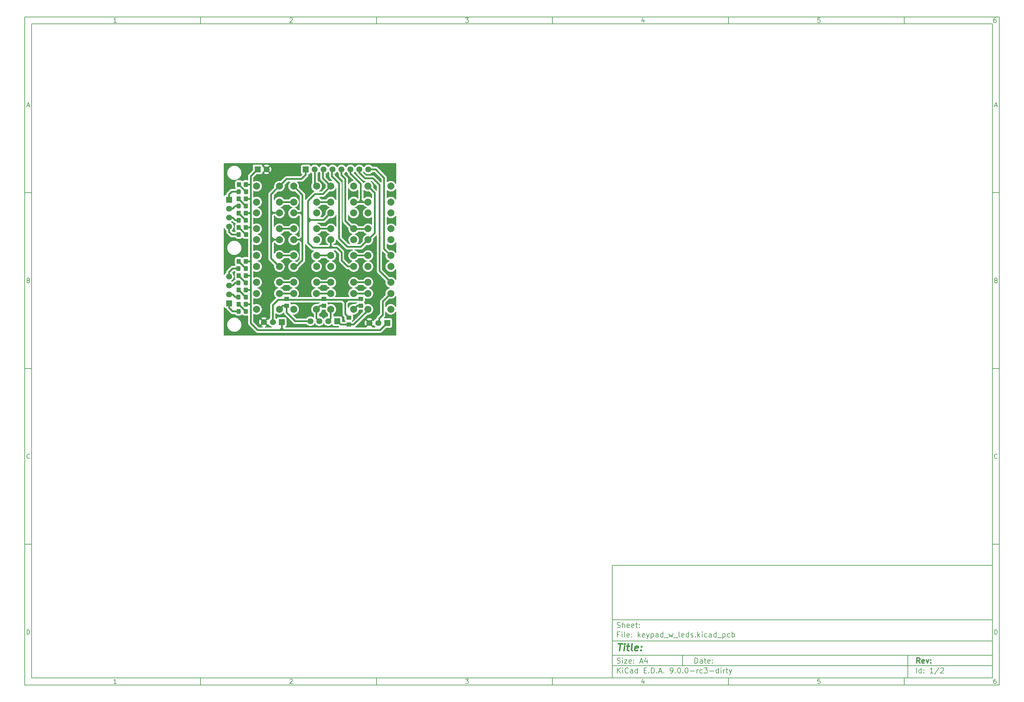
<source format=gbr>
%TF.GenerationSoftware,KiCad,Pcbnew,9.0.0-rc3-dirty*%
%TF.CreationDate,2025-04-14T01:48:58-03:00*%
%TF.ProjectId,keypad_w_leds,6b657970-6164-45f7-975f-6c6564732e6b,rev?*%
%TF.SameCoordinates,Original*%
%TF.FileFunction,Copper,L1,Top*%
%TF.FilePolarity,Positive*%
%FSLAX46Y46*%
G04 Gerber Fmt 4.6, Leading zero omitted, Abs format (unit mm)*
G04 Created by KiCad (PCBNEW 9.0.0-rc3-dirty) date 2025-04-14 01:48:59*
%MOMM*%
%LPD*%
G01*
G04 APERTURE LIST*
G04 Aperture macros list*
%AMRoundRect*
0 Rectangle with rounded corners*
0 $1 Rounding radius*
0 $2 $3 $4 $5 $6 $7 $8 $9 X,Y pos of 4 corners*
0 Add a 4 corners polygon primitive as box body*
4,1,4,$2,$3,$4,$5,$6,$7,$8,$9,$2,$3,0*
0 Add four circle primitives for the rounded corners*
1,1,$1+$1,$2,$3*
1,1,$1+$1,$4,$5*
1,1,$1+$1,$6,$7*
1,1,$1+$1,$8,$9*
0 Add four rect primitives between the rounded corners*
20,1,$1+$1,$2,$3,$4,$5,0*
20,1,$1+$1,$4,$5,$6,$7,0*
20,1,$1+$1,$6,$7,$8,$9,0*
20,1,$1+$1,$8,$9,$2,$3,0*%
G04 Aperture macros list end*
%ADD10C,0.100000*%
%ADD11C,0.150000*%
%ADD12C,0.300000*%
%ADD13C,0.400000*%
%TA.AperFunction,ComponentPad*%
%ADD14C,1.700000*%
%TD*%
%TA.AperFunction,ComponentPad*%
%ADD15R,1.700000X1.700000*%
%TD*%
%TA.AperFunction,ComponentPad*%
%ADD16C,2.000000*%
%TD*%
%TA.AperFunction,SMDPad,CuDef*%
%ADD17RoundRect,0.250000X-0.450000X0.350000X-0.450000X-0.350000X0.450000X-0.350000X0.450000X0.350000X0*%
%TD*%
%TA.AperFunction,SMDPad,CuDef*%
%ADD18RoundRect,0.250000X-0.325000X-0.450000X0.325000X-0.450000X0.325000X0.450000X-0.325000X0.450000X0*%
%TD*%
%TA.AperFunction,SMDPad,CuDef*%
%ADD19RoundRect,0.250000X0.350000X0.450000X-0.350000X0.450000X-0.350000X-0.450000X0.350000X-0.450000X0*%
%TD*%
%TA.AperFunction,Conductor*%
%ADD20C,0.500000*%
%TD*%
G04 APERTURE END LIST*
D10*
D11*
X177002200Y-166007200D02*
X285002200Y-166007200D01*
X285002200Y-198007200D01*
X177002200Y-198007200D01*
X177002200Y-166007200D01*
D10*
D11*
X10000000Y-10000000D02*
X287002200Y-10000000D01*
X287002200Y-200007200D01*
X10000000Y-200007200D01*
X10000000Y-10000000D01*
D10*
D11*
X12000000Y-12000000D02*
X285002200Y-12000000D01*
X285002200Y-198007200D01*
X12000000Y-198007200D01*
X12000000Y-12000000D01*
D10*
D11*
X60000000Y-12000000D02*
X60000000Y-10000000D01*
D10*
D11*
X110000000Y-12000000D02*
X110000000Y-10000000D01*
D10*
D11*
X160000000Y-12000000D02*
X160000000Y-10000000D01*
D10*
D11*
X210000000Y-12000000D02*
X210000000Y-10000000D01*
D10*
D11*
X260000000Y-12000000D02*
X260000000Y-10000000D01*
D10*
D11*
X36089160Y-11593604D02*
X35346303Y-11593604D01*
X35717731Y-11593604D02*
X35717731Y-10293604D01*
X35717731Y-10293604D02*
X35593922Y-10479319D01*
X35593922Y-10479319D02*
X35470112Y-10603128D01*
X35470112Y-10603128D02*
X35346303Y-10665033D01*
D10*
D11*
X85346303Y-10417414D02*
X85408207Y-10355509D01*
X85408207Y-10355509D02*
X85532017Y-10293604D01*
X85532017Y-10293604D02*
X85841541Y-10293604D01*
X85841541Y-10293604D02*
X85965350Y-10355509D01*
X85965350Y-10355509D02*
X86027255Y-10417414D01*
X86027255Y-10417414D02*
X86089160Y-10541223D01*
X86089160Y-10541223D02*
X86089160Y-10665033D01*
X86089160Y-10665033D02*
X86027255Y-10850747D01*
X86027255Y-10850747D02*
X85284398Y-11593604D01*
X85284398Y-11593604D02*
X86089160Y-11593604D01*
D10*
D11*
X135284398Y-10293604D02*
X136089160Y-10293604D01*
X136089160Y-10293604D02*
X135655826Y-10788842D01*
X135655826Y-10788842D02*
X135841541Y-10788842D01*
X135841541Y-10788842D02*
X135965350Y-10850747D01*
X135965350Y-10850747D02*
X136027255Y-10912652D01*
X136027255Y-10912652D02*
X136089160Y-11036461D01*
X136089160Y-11036461D02*
X136089160Y-11345985D01*
X136089160Y-11345985D02*
X136027255Y-11469795D01*
X136027255Y-11469795D02*
X135965350Y-11531700D01*
X135965350Y-11531700D02*
X135841541Y-11593604D01*
X135841541Y-11593604D02*
X135470112Y-11593604D01*
X135470112Y-11593604D02*
X135346303Y-11531700D01*
X135346303Y-11531700D02*
X135284398Y-11469795D01*
D10*
D11*
X185965350Y-10726938D02*
X185965350Y-11593604D01*
X185655826Y-10231700D02*
X185346303Y-11160271D01*
X185346303Y-11160271D02*
X186151064Y-11160271D01*
D10*
D11*
X236027255Y-10293604D02*
X235408207Y-10293604D01*
X235408207Y-10293604D02*
X235346303Y-10912652D01*
X235346303Y-10912652D02*
X235408207Y-10850747D01*
X235408207Y-10850747D02*
X235532017Y-10788842D01*
X235532017Y-10788842D02*
X235841541Y-10788842D01*
X235841541Y-10788842D02*
X235965350Y-10850747D01*
X235965350Y-10850747D02*
X236027255Y-10912652D01*
X236027255Y-10912652D02*
X236089160Y-11036461D01*
X236089160Y-11036461D02*
X236089160Y-11345985D01*
X236089160Y-11345985D02*
X236027255Y-11469795D01*
X236027255Y-11469795D02*
X235965350Y-11531700D01*
X235965350Y-11531700D02*
X235841541Y-11593604D01*
X235841541Y-11593604D02*
X235532017Y-11593604D01*
X235532017Y-11593604D02*
X235408207Y-11531700D01*
X235408207Y-11531700D02*
X235346303Y-11469795D01*
D10*
D11*
X285965350Y-10293604D02*
X285717731Y-10293604D01*
X285717731Y-10293604D02*
X285593922Y-10355509D01*
X285593922Y-10355509D02*
X285532017Y-10417414D01*
X285532017Y-10417414D02*
X285408207Y-10603128D01*
X285408207Y-10603128D02*
X285346303Y-10850747D01*
X285346303Y-10850747D02*
X285346303Y-11345985D01*
X285346303Y-11345985D02*
X285408207Y-11469795D01*
X285408207Y-11469795D02*
X285470112Y-11531700D01*
X285470112Y-11531700D02*
X285593922Y-11593604D01*
X285593922Y-11593604D02*
X285841541Y-11593604D01*
X285841541Y-11593604D02*
X285965350Y-11531700D01*
X285965350Y-11531700D02*
X286027255Y-11469795D01*
X286027255Y-11469795D02*
X286089160Y-11345985D01*
X286089160Y-11345985D02*
X286089160Y-11036461D01*
X286089160Y-11036461D02*
X286027255Y-10912652D01*
X286027255Y-10912652D02*
X285965350Y-10850747D01*
X285965350Y-10850747D02*
X285841541Y-10788842D01*
X285841541Y-10788842D02*
X285593922Y-10788842D01*
X285593922Y-10788842D02*
X285470112Y-10850747D01*
X285470112Y-10850747D02*
X285408207Y-10912652D01*
X285408207Y-10912652D02*
X285346303Y-11036461D01*
D10*
D11*
X60000000Y-198007200D02*
X60000000Y-200007200D01*
D10*
D11*
X110000000Y-198007200D02*
X110000000Y-200007200D01*
D10*
D11*
X160000000Y-198007200D02*
X160000000Y-200007200D01*
D10*
D11*
X210000000Y-198007200D02*
X210000000Y-200007200D01*
D10*
D11*
X260000000Y-198007200D02*
X260000000Y-200007200D01*
D10*
D11*
X36089160Y-199600804D02*
X35346303Y-199600804D01*
X35717731Y-199600804D02*
X35717731Y-198300804D01*
X35717731Y-198300804D02*
X35593922Y-198486519D01*
X35593922Y-198486519D02*
X35470112Y-198610328D01*
X35470112Y-198610328D02*
X35346303Y-198672233D01*
D10*
D11*
X85346303Y-198424614D02*
X85408207Y-198362709D01*
X85408207Y-198362709D02*
X85532017Y-198300804D01*
X85532017Y-198300804D02*
X85841541Y-198300804D01*
X85841541Y-198300804D02*
X85965350Y-198362709D01*
X85965350Y-198362709D02*
X86027255Y-198424614D01*
X86027255Y-198424614D02*
X86089160Y-198548423D01*
X86089160Y-198548423D02*
X86089160Y-198672233D01*
X86089160Y-198672233D02*
X86027255Y-198857947D01*
X86027255Y-198857947D02*
X85284398Y-199600804D01*
X85284398Y-199600804D02*
X86089160Y-199600804D01*
D10*
D11*
X135284398Y-198300804D02*
X136089160Y-198300804D01*
X136089160Y-198300804D02*
X135655826Y-198796042D01*
X135655826Y-198796042D02*
X135841541Y-198796042D01*
X135841541Y-198796042D02*
X135965350Y-198857947D01*
X135965350Y-198857947D02*
X136027255Y-198919852D01*
X136027255Y-198919852D02*
X136089160Y-199043661D01*
X136089160Y-199043661D02*
X136089160Y-199353185D01*
X136089160Y-199353185D02*
X136027255Y-199476995D01*
X136027255Y-199476995D02*
X135965350Y-199538900D01*
X135965350Y-199538900D02*
X135841541Y-199600804D01*
X135841541Y-199600804D02*
X135470112Y-199600804D01*
X135470112Y-199600804D02*
X135346303Y-199538900D01*
X135346303Y-199538900D02*
X135284398Y-199476995D01*
D10*
D11*
X185965350Y-198734138D02*
X185965350Y-199600804D01*
X185655826Y-198238900D02*
X185346303Y-199167471D01*
X185346303Y-199167471D02*
X186151064Y-199167471D01*
D10*
D11*
X236027255Y-198300804D02*
X235408207Y-198300804D01*
X235408207Y-198300804D02*
X235346303Y-198919852D01*
X235346303Y-198919852D02*
X235408207Y-198857947D01*
X235408207Y-198857947D02*
X235532017Y-198796042D01*
X235532017Y-198796042D02*
X235841541Y-198796042D01*
X235841541Y-198796042D02*
X235965350Y-198857947D01*
X235965350Y-198857947D02*
X236027255Y-198919852D01*
X236027255Y-198919852D02*
X236089160Y-199043661D01*
X236089160Y-199043661D02*
X236089160Y-199353185D01*
X236089160Y-199353185D02*
X236027255Y-199476995D01*
X236027255Y-199476995D02*
X235965350Y-199538900D01*
X235965350Y-199538900D02*
X235841541Y-199600804D01*
X235841541Y-199600804D02*
X235532017Y-199600804D01*
X235532017Y-199600804D02*
X235408207Y-199538900D01*
X235408207Y-199538900D02*
X235346303Y-199476995D01*
D10*
D11*
X285965350Y-198300804D02*
X285717731Y-198300804D01*
X285717731Y-198300804D02*
X285593922Y-198362709D01*
X285593922Y-198362709D02*
X285532017Y-198424614D01*
X285532017Y-198424614D02*
X285408207Y-198610328D01*
X285408207Y-198610328D02*
X285346303Y-198857947D01*
X285346303Y-198857947D02*
X285346303Y-199353185D01*
X285346303Y-199353185D02*
X285408207Y-199476995D01*
X285408207Y-199476995D02*
X285470112Y-199538900D01*
X285470112Y-199538900D02*
X285593922Y-199600804D01*
X285593922Y-199600804D02*
X285841541Y-199600804D01*
X285841541Y-199600804D02*
X285965350Y-199538900D01*
X285965350Y-199538900D02*
X286027255Y-199476995D01*
X286027255Y-199476995D02*
X286089160Y-199353185D01*
X286089160Y-199353185D02*
X286089160Y-199043661D01*
X286089160Y-199043661D02*
X286027255Y-198919852D01*
X286027255Y-198919852D02*
X285965350Y-198857947D01*
X285965350Y-198857947D02*
X285841541Y-198796042D01*
X285841541Y-198796042D02*
X285593922Y-198796042D01*
X285593922Y-198796042D02*
X285470112Y-198857947D01*
X285470112Y-198857947D02*
X285408207Y-198919852D01*
X285408207Y-198919852D02*
X285346303Y-199043661D01*
D10*
D11*
X10000000Y-60000000D02*
X12000000Y-60000000D01*
D10*
D11*
X10000000Y-110000000D02*
X12000000Y-110000000D01*
D10*
D11*
X10000000Y-160000000D02*
X12000000Y-160000000D01*
D10*
D11*
X10690476Y-35222176D02*
X11309523Y-35222176D01*
X10566666Y-35593604D02*
X10999999Y-34293604D01*
X10999999Y-34293604D02*
X11433333Y-35593604D01*
D10*
D11*
X11092857Y-84912652D02*
X11278571Y-84974557D01*
X11278571Y-84974557D02*
X11340476Y-85036461D01*
X11340476Y-85036461D02*
X11402380Y-85160271D01*
X11402380Y-85160271D02*
X11402380Y-85345985D01*
X11402380Y-85345985D02*
X11340476Y-85469795D01*
X11340476Y-85469795D02*
X11278571Y-85531700D01*
X11278571Y-85531700D02*
X11154761Y-85593604D01*
X11154761Y-85593604D02*
X10659523Y-85593604D01*
X10659523Y-85593604D02*
X10659523Y-84293604D01*
X10659523Y-84293604D02*
X11092857Y-84293604D01*
X11092857Y-84293604D02*
X11216666Y-84355509D01*
X11216666Y-84355509D02*
X11278571Y-84417414D01*
X11278571Y-84417414D02*
X11340476Y-84541223D01*
X11340476Y-84541223D02*
X11340476Y-84665033D01*
X11340476Y-84665033D02*
X11278571Y-84788842D01*
X11278571Y-84788842D02*
X11216666Y-84850747D01*
X11216666Y-84850747D02*
X11092857Y-84912652D01*
X11092857Y-84912652D02*
X10659523Y-84912652D01*
D10*
D11*
X11402380Y-135469795D02*
X11340476Y-135531700D01*
X11340476Y-135531700D02*
X11154761Y-135593604D01*
X11154761Y-135593604D02*
X11030952Y-135593604D01*
X11030952Y-135593604D02*
X10845238Y-135531700D01*
X10845238Y-135531700D02*
X10721428Y-135407890D01*
X10721428Y-135407890D02*
X10659523Y-135284080D01*
X10659523Y-135284080D02*
X10597619Y-135036461D01*
X10597619Y-135036461D02*
X10597619Y-134850747D01*
X10597619Y-134850747D02*
X10659523Y-134603128D01*
X10659523Y-134603128D02*
X10721428Y-134479319D01*
X10721428Y-134479319D02*
X10845238Y-134355509D01*
X10845238Y-134355509D02*
X11030952Y-134293604D01*
X11030952Y-134293604D02*
X11154761Y-134293604D01*
X11154761Y-134293604D02*
X11340476Y-134355509D01*
X11340476Y-134355509D02*
X11402380Y-134417414D01*
D10*
D11*
X10659523Y-185593604D02*
X10659523Y-184293604D01*
X10659523Y-184293604D02*
X10969047Y-184293604D01*
X10969047Y-184293604D02*
X11154761Y-184355509D01*
X11154761Y-184355509D02*
X11278571Y-184479319D01*
X11278571Y-184479319D02*
X11340476Y-184603128D01*
X11340476Y-184603128D02*
X11402380Y-184850747D01*
X11402380Y-184850747D02*
X11402380Y-185036461D01*
X11402380Y-185036461D02*
X11340476Y-185284080D01*
X11340476Y-185284080D02*
X11278571Y-185407890D01*
X11278571Y-185407890D02*
X11154761Y-185531700D01*
X11154761Y-185531700D02*
X10969047Y-185593604D01*
X10969047Y-185593604D02*
X10659523Y-185593604D01*
D10*
D11*
X287002200Y-60000000D02*
X285002200Y-60000000D01*
D10*
D11*
X287002200Y-110000000D02*
X285002200Y-110000000D01*
D10*
D11*
X287002200Y-160000000D02*
X285002200Y-160000000D01*
D10*
D11*
X285692676Y-35222176D02*
X286311723Y-35222176D01*
X285568866Y-35593604D02*
X286002199Y-34293604D01*
X286002199Y-34293604D02*
X286435533Y-35593604D01*
D10*
D11*
X286095057Y-84912652D02*
X286280771Y-84974557D01*
X286280771Y-84974557D02*
X286342676Y-85036461D01*
X286342676Y-85036461D02*
X286404580Y-85160271D01*
X286404580Y-85160271D02*
X286404580Y-85345985D01*
X286404580Y-85345985D02*
X286342676Y-85469795D01*
X286342676Y-85469795D02*
X286280771Y-85531700D01*
X286280771Y-85531700D02*
X286156961Y-85593604D01*
X286156961Y-85593604D02*
X285661723Y-85593604D01*
X285661723Y-85593604D02*
X285661723Y-84293604D01*
X285661723Y-84293604D02*
X286095057Y-84293604D01*
X286095057Y-84293604D02*
X286218866Y-84355509D01*
X286218866Y-84355509D02*
X286280771Y-84417414D01*
X286280771Y-84417414D02*
X286342676Y-84541223D01*
X286342676Y-84541223D02*
X286342676Y-84665033D01*
X286342676Y-84665033D02*
X286280771Y-84788842D01*
X286280771Y-84788842D02*
X286218866Y-84850747D01*
X286218866Y-84850747D02*
X286095057Y-84912652D01*
X286095057Y-84912652D02*
X285661723Y-84912652D01*
D10*
D11*
X286404580Y-135469795D02*
X286342676Y-135531700D01*
X286342676Y-135531700D02*
X286156961Y-135593604D01*
X286156961Y-135593604D02*
X286033152Y-135593604D01*
X286033152Y-135593604D02*
X285847438Y-135531700D01*
X285847438Y-135531700D02*
X285723628Y-135407890D01*
X285723628Y-135407890D02*
X285661723Y-135284080D01*
X285661723Y-135284080D02*
X285599819Y-135036461D01*
X285599819Y-135036461D02*
X285599819Y-134850747D01*
X285599819Y-134850747D02*
X285661723Y-134603128D01*
X285661723Y-134603128D02*
X285723628Y-134479319D01*
X285723628Y-134479319D02*
X285847438Y-134355509D01*
X285847438Y-134355509D02*
X286033152Y-134293604D01*
X286033152Y-134293604D02*
X286156961Y-134293604D01*
X286156961Y-134293604D02*
X286342676Y-134355509D01*
X286342676Y-134355509D02*
X286404580Y-134417414D01*
D10*
D11*
X285661723Y-185593604D02*
X285661723Y-184293604D01*
X285661723Y-184293604D02*
X285971247Y-184293604D01*
X285971247Y-184293604D02*
X286156961Y-184355509D01*
X286156961Y-184355509D02*
X286280771Y-184479319D01*
X286280771Y-184479319D02*
X286342676Y-184603128D01*
X286342676Y-184603128D02*
X286404580Y-184850747D01*
X286404580Y-184850747D02*
X286404580Y-185036461D01*
X286404580Y-185036461D02*
X286342676Y-185284080D01*
X286342676Y-185284080D02*
X286280771Y-185407890D01*
X286280771Y-185407890D02*
X286156961Y-185531700D01*
X286156961Y-185531700D02*
X285971247Y-185593604D01*
X285971247Y-185593604D02*
X285661723Y-185593604D01*
D10*
D11*
X200458026Y-193793328D02*
X200458026Y-192293328D01*
X200458026Y-192293328D02*
X200815169Y-192293328D01*
X200815169Y-192293328D02*
X201029455Y-192364757D01*
X201029455Y-192364757D02*
X201172312Y-192507614D01*
X201172312Y-192507614D02*
X201243741Y-192650471D01*
X201243741Y-192650471D02*
X201315169Y-192936185D01*
X201315169Y-192936185D02*
X201315169Y-193150471D01*
X201315169Y-193150471D02*
X201243741Y-193436185D01*
X201243741Y-193436185D02*
X201172312Y-193579042D01*
X201172312Y-193579042D02*
X201029455Y-193721900D01*
X201029455Y-193721900D02*
X200815169Y-193793328D01*
X200815169Y-193793328D02*
X200458026Y-193793328D01*
X202600884Y-193793328D02*
X202600884Y-193007614D01*
X202600884Y-193007614D02*
X202529455Y-192864757D01*
X202529455Y-192864757D02*
X202386598Y-192793328D01*
X202386598Y-192793328D02*
X202100884Y-192793328D01*
X202100884Y-192793328D02*
X201958026Y-192864757D01*
X202600884Y-193721900D02*
X202458026Y-193793328D01*
X202458026Y-193793328D02*
X202100884Y-193793328D01*
X202100884Y-193793328D02*
X201958026Y-193721900D01*
X201958026Y-193721900D02*
X201886598Y-193579042D01*
X201886598Y-193579042D02*
X201886598Y-193436185D01*
X201886598Y-193436185D02*
X201958026Y-193293328D01*
X201958026Y-193293328D02*
X202100884Y-193221900D01*
X202100884Y-193221900D02*
X202458026Y-193221900D01*
X202458026Y-193221900D02*
X202600884Y-193150471D01*
X203100884Y-192793328D02*
X203672312Y-192793328D01*
X203315169Y-192293328D02*
X203315169Y-193579042D01*
X203315169Y-193579042D02*
X203386598Y-193721900D01*
X203386598Y-193721900D02*
X203529455Y-193793328D01*
X203529455Y-193793328D02*
X203672312Y-193793328D01*
X204743741Y-193721900D02*
X204600884Y-193793328D01*
X204600884Y-193793328D02*
X204315170Y-193793328D01*
X204315170Y-193793328D02*
X204172312Y-193721900D01*
X204172312Y-193721900D02*
X204100884Y-193579042D01*
X204100884Y-193579042D02*
X204100884Y-193007614D01*
X204100884Y-193007614D02*
X204172312Y-192864757D01*
X204172312Y-192864757D02*
X204315170Y-192793328D01*
X204315170Y-192793328D02*
X204600884Y-192793328D01*
X204600884Y-192793328D02*
X204743741Y-192864757D01*
X204743741Y-192864757D02*
X204815170Y-193007614D01*
X204815170Y-193007614D02*
X204815170Y-193150471D01*
X204815170Y-193150471D02*
X204100884Y-193293328D01*
X205458026Y-193650471D02*
X205529455Y-193721900D01*
X205529455Y-193721900D02*
X205458026Y-193793328D01*
X205458026Y-193793328D02*
X205386598Y-193721900D01*
X205386598Y-193721900D02*
X205458026Y-193650471D01*
X205458026Y-193650471D02*
X205458026Y-193793328D01*
X205458026Y-192864757D02*
X205529455Y-192936185D01*
X205529455Y-192936185D02*
X205458026Y-193007614D01*
X205458026Y-193007614D02*
X205386598Y-192936185D01*
X205386598Y-192936185D02*
X205458026Y-192864757D01*
X205458026Y-192864757D02*
X205458026Y-193007614D01*
D10*
D11*
X177002200Y-194507200D02*
X285002200Y-194507200D01*
D10*
D11*
X178458026Y-196593328D02*
X178458026Y-195093328D01*
X179315169Y-196593328D02*
X178672312Y-195736185D01*
X179315169Y-195093328D02*
X178458026Y-195950471D01*
X179958026Y-196593328D02*
X179958026Y-195593328D01*
X179958026Y-195093328D02*
X179886598Y-195164757D01*
X179886598Y-195164757D02*
X179958026Y-195236185D01*
X179958026Y-195236185D02*
X180029455Y-195164757D01*
X180029455Y-195164757D02*
X179958026Y-195093328D01*
X179958026Y-195093328D02*
X179958026Y-195236185D01*
X181529455Y-196450471D02*
X181458027Y-196521900D01*
X181458027Y-196521900D02*
X181243741Y-196593328D01*
X181243741Y-196593328D02*
X181100884Y-196593328D01*
X181100884Y-196593328D02*
X180886598Y-196521900D01*
X180886598Y-196521900D02*
X180743741Y-196379042D01*
X180743741Y-196379042D02*
X180672312Y-196236185D01*
X180672312Y-196236185D02*
X180600884Y-195950471D01*
X180600884Y-195950471D02*
X180600884Y-195736185D01*
X180600884Y-195736185D02*
X180672312Y-195450471D01*
X180672312Y-195450471D02*
X180743741Y-195307614D01*
X180743741Y-195307614D02*
X180886598Y-195164757D01*
X180886598Y-195164757D02*
X181100884Y-195093328D01*
X181100884Y-195093328D02*
X181243741Y-195093328D01*
X181243741Y-195093328D02*
X181458027Y-195164757D01*
X181458027Y-195164757D02*
X181529455Y-195236185D01*
X182815170Y-196593328D02*
X182815170Y-195807614D01*
X182815170Y-195807614D02*
X182743741Y-195664757D01*
X182743741Y-195664757D02*
X182600884Y-195593328D01*
X182600884Y-195593328D02*
X182315170Y-195593328D01*
X182315170Y-195593328D02*
X182172312Y-195664757D01*
X182815170Y-196521900D02*
X182672312Y-196593328D01*
X182672312Y-196593328D02*
X182315170Y-196593328D01*
X182315170Y-196593328D02*
X182172312Y-196521900D01*
X182172312Y-196521900D02*
X182100884Y-196379042D01*
X182100884Y-196379042D02*
X182100884Y-196236185D01*
X182100884Y-196236185D02*
X182172312Y-196093328D01*
X182172312Y-196093328D02*
X182315170Y-196021900D01*
X182315170Y-196021900D02*
X182672312Y-196021900D01*
X182672312Y-196021900D02*
X182815170Y-195950471D01*
X184172313Y-196593328D02*
X184172313Y-195093328D01*
X184172313Y-196521900D02*
X184029455Y-196593328D01*
X184029455Y-196593328D02*
X183743741Y-196593328D01*
X183743741Y-196593328D02*
X183600884Y-196521900D01*
X183600884Y-196521900D02*
X183529455Y-196450471D01*
X183529455Y-196450471D02*
X183458027Y-196307614D01*
X183458027Y-196307614D02*
X183458027Y-195879042D01*
X183458027Y-195879042D02*
X183529455Y-195736185D01*
X183529455Y-195736185D02*
X183600884Y-195664757D01*
X183600884Y-195664757D02*
X183743741Y-195593328D01*
X183743741Y-195593328D02*
X184029455Y-195593328D01*
X184029455Y-195593328D02*
X184172313Y-195664757D01*
X186029455Y-195807614D02*
X186529455Y-195807614D01*
X186743741Y-196593328D02*
X186029455Y-196593328D01*
X186029455Y-196593328D02*
X186029455Y-195093328D01*
X186029455Y-195093328D02*
X186743741Y-195093328D01*
X187386598Y-196450471D02*
X187458027Y-196521900D01*
X187458027Y-196521900D02*
X187386598Y-196593328D01*
X187386598Y-196593328D02*
X187315170Y-196521900D01*
X187315170Y-196521900D02*
X187386598Y-196450471D01*
X187386598Y-196450471D02*
X187386598Y-196593328D01*
X188100884Y-196593328D02*
X188100884Y-195093328D01*
X188100884Y-195093328D02*
X188458027Y-195093328D01*
X188458027Y-195093328D02*
X188672313Y-195164757D01*
X188672313Y-195164757D02*
X188815170Y-195307614D01*
X188815170Y-195307614D02*
X188886599Y-195450471D01*
X188886599Y-195450471D02*
X188958027Y-195736185D01*
X188958027Y-195736185D02*
X188958027Y-195950471D01*
X188958027Y-195950471D02*
X188886599Y-196236185D01*
X188886599Y-196236185D02*
X188815170Y-196379042D01*
X188815170Y-196379042D02*
X188672313Y-196521900D01*
X188672313Y-196521900D02*
X188458027Y-196593328D01*
X188458027Y-196593328D02*
X188100884Y-196593328D01*
X189600884Y-196450471D02*
X189672313Y-196521900D01*
X189672313Y-196521900D02*
X189600884Y-196593328D01*
X189600884Y-196593328D02*
X189529456Y-196521900D01*
X189529456Y-196521900D02*
X189600884Y-196450471D01*
X189600884Y-196450471D02*
X189600884Y-196593328D01*
X190243742Y-196164757D02*
X190958028Y-196164757D01*
X190100885Y-196593328D02*
X190600885Y-195093328D01*
X190600885Y-195093328D02*
X191100885Y-196593328D01*
X191600884Y-196450471D02*
X191672313Y-196521900D01*
X191672313Y-196521900D02*
X191600884Y-196593328D01*
X191600884Y-196593328D02*
X191529456Y-196521900D01*
X191529456Y-196521900D02*
X191600884Y-196450471D01*
X191600884Y-196450471D02*
X191600884Y-196593328D01*
X193529456Y-196593328D02*
X193815170Y-196593328D01*
X193815170Y-196593328D02*
X193958027Y-196521900D01*
X193958027Y-196521900D02*
X194029456Y-196450471D01*
X194029456Y-196450471D02*
X194172313Y-196236185D01*
X194172313Y-196236185D02*
X194243742Y-195950471D01*
X194243742Y-195950471D02*
X194243742Y-195379042D01*
X194243742Y-195379042D02*
X194172313Y-195236185D01*
X194172313Y-195236185D02*
X194100885Y-195164757D01*
X194100885Y-195164757D02*
X193958027Y-195093328D01*
X193958027Y-195093328D02*
X193672313Y-195093328D01*
X193672313Y-195093328D02*
X193529456Y-195164757D01*
X193529456Y-195164757D02*
X193458027Y-195236185D01*
X193458027Y-195236185D02*
X193386599Y-195379042D01*
X193386599Y-195379042D02*
X193386599Y-195736185D01*
X193386599Y-195736185D02*
X193458027Y-195879042D01*
X193458027Y-195879042D02*
X193529456Y-195950471D01*
X193529456Y-195950471D02*
X193672313Y-196021900D01*
X193672313Y-196021900D02*
X193958027Y-196021900D01*
X193958027Y-196021900D02*
X194100885Y-195950471D01*
X194100885Y-195950471D02*
X194172313Y-195879042D01*
X194172313Y-195879042D02*
X194243742Y-195736185D01*
X194886598Y-196450471D02*
X194958027Y-196521900D01*
X194958027Y-196521900D02*
X194886598Y-196593328D01*
X194886598Y-196593328D02*
X194815170Y-196521900D01*
X194815170Y-196521900D02*
X194886598Y-196450471D01*
X194886598Y-196450471D02*
X194886598Y-196593328D01*
X195886599Y-195093328D02*
X196029456Y-195093328D01*
X196029456Y-195093328D02*
X196172313Y-195164757D01*
X196172313Y-195164757D02*
X196243742Y-195236185D01*
X196243742Y-195236185D02*
X196315170Y-195379042D01*
X196315170Y-195379042D02*
X196386599Y-195664757D01*
X196386599Y-195664757D02*
X196386599Y-196021900D01*
X196386599Y-196021900D02*
X196315170Y-196307614D01*
X196315170Y-196307614D02*
X196243742Y-196450471D01*
X196243742Y-196450471D02*
X196172313Y-196521900D01*
X196172313Y-196521900D02*
X196029456Y-196593328D01*
X196029456Y-196593328D02*
X195886599Y-196593328D01*
X195886599Y-196593328D02*
X195743742Y-196521900D01*
X195743742Y-196521900D02*
X195672313Y-196450471D01*
X195672313Y-196450471D02*
X195600884Y-196307614D01*
X195600884Y-196307614D02*
X195529456Y-196021900D01*
X195529456Y-196021900D02*
X195529456Y-195664757D01*
X195529456Y-195664757D02*
X195600884Y-195379042D01*
X195600884Y-195379042D02*
X195672313Y-195236185D01*
X195672313Y-195236185D02*
X195743742Y-195164757D01*
X195743742Y-195164757D02*
X195886599Y-195093328D01*
X197029455Y-196450471D02*
X197100884Y-196521900D01*
X197100884Y-196521900D02*
X197029455Y-196593328D01*
X197029455Y-196593328D02*
X196958027Y-196521900D01*
X196958027Y-196521900D02*
X197029455Y-196450471D01*
X197029455Y-196450471D02*
X197029455Y-196593328D01*
X198029456Y-195093328D02*
X198172313Y-195093328D01*
X198172313Y-195093328D02*
X198315170Y-195164757D01*
X198315170Y-195164757D02*
X198386599Y-195236185D01*
X198386599Y-195236185D02*
X198458027Y-195379042D01*
X198458027Y-195379042D02*
X198529456Y-195664757D01*
X198529456Y-195664757D02*
X198529456Y-196021900D01*
X198529456Y-196021900D02*
X198458027Y-196307614D01*
X198458027Y-196307614D02*
X198386599Y-196450471D01*
X198386599Y-196450471D02*
X198315170Y-196521900D01*
X198315170Y-196521900D02*
X198172313Y-196593328D01*
X198172313Y-196593328D02*
X198029456Y-196593328D01*
X198029456Y-196593328D02*
X197886599Y-196521900D01*
X197886599Y-196521900D02*
X197815170Y-196450471D01*
X197815170Y-196450471D02*
X197743741Y-196307614D01*
X197743741Y-196307614D02*
X197672313Y-196021900D01*
X197672313Y-196021900D02*
X197672313Y-195664757D01*
X197672313Y-195664757D02*
X197743741Y-195379042D01*
X197743741Y-195379042D02*
X197815170Y-195236185D01*
X197815170Y-195236185D02*
X197886599Y-195164757D01*
X197886599Y-195164757D02*
X198029456Y-195093328D01*
X199172312Y-196021900D02*
X200315170Y-196021900D01*
X201029455Y-196593328D02*
X201029455Y-195593328D01*
X201029455Y-195879042D02*
X201100884Y-195736185D01*
X201100884Y-195736185D02*
X201172313Y-195664757D01*
X201172313Y-195664757D02*
X201315170Y-195593328D01*
X201315170Y-195593328D02*
X201458027Y-195593328D01*
X202600884Y-196521900D02*
X202458026Y-196593328D01*
X202458026Y-196593328D02*
X202172312Y-196593328D01*
X202172312Y-196593328D02*
X202029455Y-196521900D01*
X202029455Y-196521900D02*
X201958026Y-196450471D01*
X201958026Y-196450471D02*
X201886598Y-196307614D01*
X201886598Y-196307614D02*
X201886598Y-195879042D01*
X201886598Y-195879042D02*
X201958026Y-195736185D01*
X201958026Y-195736185D02*
X202029455Y-195664757D01*
X202029455Y-195664757D02*
X202172312Y-195593328D01*
X202172312Y-195593328D02*
X202458026Y-195593328D01*
X202458026Y-195593328D02*
X202600884Y-195664757D01*
X203100883Y-195093328D02*
X204029455Y-195093328D01*
X204029455Y-195093328D02*
X203529455Y-195664757D01*
X203529455Y-195664757D02*
X203743740Y-195664757D01*
X203743740Y-195664757D02*
X203886598Y-195736185D01*
X203886598Y-195736185D02*
X203958026Y-195807614D01*
X203958026Y-195807614D02*
X204029455Y-195950471D01*
X204029455Y-195950471D02*
X204029455Y-196307614D01*
X204029455Y-196307614D02*
X203958026Y-196450471D01*
X203958026Y-196450471D02*
X203886598Y-196521900D01*
X203886598Y-196521900D02*
X203743740Y-196593328D01*
X203743740Y-196593328D02*
X203315169Y-196593328D01*
X203315169Y-196593328D02*
X203172312Y-196521900D01*
X203172312Y-196521900D02*
X203100883Y-196450471D01*
X204672311Y-196021900D02*
X205815169Y-196021900D01*
X207172312Y-196593328D02*
X207172312Y-195093328D01*
X207172312Y-196521900D02*
X207029454Y-196593328D01*
X207029454Y-196593328D02*
X206743740Y-196593328D01*
X206743740Y-196593328D02*
X206600883Y-196521900D01*
X206600883Y-196521900D02*
X206529454Y-196450471D01*
X206529454Y-196450471D02*
X206458026Y-196307614D01*
X206458026Y-196307614D02*
X206458026Y-195879042D01*
X206458026Y-195879042D02*
X206529454Y-195736185D01*
X206529454Y-195736185D02*
X206600883Y-195664757D01*
X206600883Y-195664757D02*
X206743740Y-195593328D01*
X206743740Y-195593328D02*
X207029454Y-195593328D01*
X207029454Y-195593328D02*
X207172312Y-195664757D01*
X207886597Y-196593328D02*
X207886597Y-195593328D01*
X207886597Y-195093328D02*
X207815169Y-195164757D01*
X207815169Y-195164757D02*
X207886597Y-195236185D01*
X207886597Y-195236185D02*
X207958026Y-195164757D01*
X207958026Y-195164757D02*
X207886597Y-195093328D01*
X207886597Y-195093328D02*
X207886597Y-195236185D01*
X208600883Y-196593328D02*
X208600883Y-195593328D01*
X208600883Y-195879042D02*
X208672312Y-195736185D01*
X208672312Y-195736185D02*
X208743741Y-195664757D01*
X208743741Y-195664757D02*
X208886598Y-195593328D01*
X208886598Y-195593328D02*
X209029455Y-195593328D01*
X209315169Y-195593328D02*
X209886597Y-195593328D01*
X209529454Y-195093328D02*
X209529454Y-196379042D01*
X209529454Y-196379042D02*
X209600883Y-196521900D01*
X209600883Y-196521900D02*
X209743740Y-196593328D01*
X209743740Y-196593328D02*
X209886597Y-196593328D01*
X210243740Y-195593328D02*
X210600883Y-196593328D01*
X210958026Y-195593328D02*
X210600883Y-196593328D01*
X210600883Y-196593328D02*
X210458026Y-196950471D01*
X210458026Y-196950471D02*
X210386597Y-197021900D01*
X210386597Y-197021900D02*
X210243740Y-197093328D01*
D10*
D11*
X177002200Y-191507200D02*
X285002200Y-191507200D01*
D10*
D12*
X264413853Y-193785528D02*
X263913853Y-193071242D01*
X263556710Y-193785528D02*
X263556710Y-192285528D01*
X263556710Y-192285528D02*
X264128139Y-192285528D01*
X264128139Y-192285528D02*
X264270996Y-192356957D01*
X264270996Y-192356957D02*
X264342425Y-192428385D01*
X264342425Y-192428385D02*
X264413853Y-192571242D01*
X264413853Y-192571242D02*
X264413853Y-192785528D01*
X264413853Y-192785528D02*
X264342425Y-192928385D01*
X264342425Y-192928385D02*
X264270996Y-192999814D01*
X264270996Y-192999814D02*
X264128139Y-193071242D01*
X264128139Y-193071242D02*
X263556710Y-193071242D01*
X265628139Y-193714100D02*
X265485282Y-193785528D01*
X265485282Y-193785528D02*
X265199568Y-193785528D01*
X265199568Y-193785528D02*
X265056710Y-193714100D01*
X265056710Y-193714100D02*
X264985282Y-193571242D01*
X264985282Y-193571242D02*
X264985282Y-192999814D01*
X264985282Y-192999814D02*
X265056710Y-192856957D01*
X265056710Y-192856957D02*
X265199568Y-192785528D01*
X265199568Y-192785528D02*
X265485282Y-192785528D01*
X265485282Y-192785528D02*
X265628139Y-192856957D01*
X265628139Y-192856957D02*
X265699568Y-192999814D01*
X265699568Y-192999814D02*
X265699568Y-193142671D01*
X265699568Y-193142671D02*
X264985282Y-193285528D01*
X266199567Y-192785528D02*
X266556710Y-193785528D01*
X266556710Y-193785528D02*
X266913853Y-192785528D01*
X267485281Y-193642671D02*
X267556710Y-193714100D01*
X267556710Y-193714100D02*
X267485281Y-193785528D01*
X267485281Y-193785528D02*
X267413853Y-193714100D01*
X267413853Y-193714100D02*
X267485281Y-193642671D01*
X267485281Y-193642671D02*
X267485281Y-193785528D01*
X267485281Y-192856957D02*
X267556710Y-192928385D01*
X267556710Y-192928385D02*
X267485281Y-192999814D01*
X267485281Y-192999814D02*
X267413853Y-192928385D01*
X267413853Y-192928385D02*
X267485281Y-192856957D01*
X267485281Y-192856957D02*
X267485281Y-192999814D01*
D10*
D11*
X178386598Y-193721900D02*
X178600884Y-193793328D01*
X178600884Y-193793328D02*
X178958026Y-193793328D01*
X178958026Y-193793328D02*
X179100884Y-193721900D01*
X179100884Y-193721900D02*
X179172312Y-193650471D01*
X179172312Y-193650471D02*
X179243741Y-193507614D01*
X179243741Y-193507614D02*
X179243741Y-193364757D01*
X179243741Y-193364757D02*
X179172312Y-193221900D01*
X179172312Y-193221900D02*
X179100884Y-193150471D01*
X179100884Y-193150471D02*
X178958026Y-193079042D01*
X178958026Y-193079042D02*
X178672312Y-193007614D01*
X178672312Y-193007614D02*
X178529455Y-192936185D01*
X178529455Y-192936185D02*
X178458026Y-192864757D01*
X178458026Y-192864757D02*
X178386598Y-192721900D01*
X178386598Y-192721900D02*
X178386598Y-192579042D01*
X178386598Y-192579042D02*
X178458026Y-192436185D01*
X178458026Y-192436185D02*
X178529455Y-192364757D01*
X178529455Y-192364757D02*
X178672312Y-192293328D01*
X178672312Y-192293328D02*
X179029455Y-192293328D01*
X179029455Y-192293328D02*
X179243741Y-192364757D01*
X179886597Y-193793328D02*
X179886597Y-192793328D01*
X179886597Y-192293328D02*
X179815169Y-192364757D01*
X179815169Y-192364757D02*
X179886597Y-192436185D01*
X179886597Y-192436185D02*
X179958026Y-192364757D01*
X179958026Y-192364757D02*
X179886597Y-192293328D01*
X179886597Y-192293328D02*
X179886597Y-192436185D01*
X180458026Y-192793328D02*
X181243741Y-192793328D01*
X181243741Y-192793328D02*
X180458026Y-193793328D01*
X180458026Y-193793328D02*
X181243741Y-193793328D01*
X182386598Y-193721900D02*
X182243741Y-193793328D01*
X182243741Y-193793328D02*
X181958027Y-193793328D01*
X181958027Y-193793328D02*
X181815169Y-193721900D01*
X181815169Y-193721900D02*
X181743741Y-193579042D01*
X181743741Y-193579042D02*
X181743741Y-193007614D01*
X181743741Y-193007614D02*
X181815169Y-192864757D01*
X181815169Y-192864757D02*
X181958027Y-192793328D01*
X181958027Y-192793328D02*
X182243741Y-192793328D01*
X182243741Y-192793328D02*
X182386598Y-192864757D01*
X182386598Y-192864757D02*
X182458027Y-193007614D01*
X182458027Y-193007614D02*
X182458027Y-193150471D01*
X182458027Y-193150471D02*
X181743741Y-193293328D01*
X183100883Y-193650471D02*
X183172312Y-193721900D01*
X183172312Y-193721900D02*
X183100883Y-193793328D01*
X183100883Y-193793328D02*
X183029455Y-193721900D01*
X183029455Y-193721900D02*
X183100883Y-193650471D01*
X183100883Y-193650471D02*
X183100883Y-193793328D01*
X183100883Y-192864757D02*
X183172312Y-192936185D01*
X183172312Y-192936185D02*
X183100883Y-193007614D01*
X183100883Y-193007614D02*
X183029455Y-192936185D01*
X183029455Y-192936185D02*
X183100883Y-192864757D01*
X183100883Y-192864757D02*
X183100883Y-193007614D01*
X184886598Y-193364757D02*
X185600884Y-193364757D01*
X184743741Y-193793328D02*
X185243741Y-192293328D01*
X185243741Y-192293328D02*
X185743741Y-193793328D01*
X186886598Y-192793328D02*
X186886598Y-193793328D01*
X186529455Y-192221900D02*
X186172312Y-193293328D01*
X186172312Y-193293328D02*
X187100883Y-193293328D01*
D10*
D11*
X263458026Y-196593328D02*
X263458026Y-195093328D01*
X264815170Y-196593328D02*
X264815170Y-195093328D01*
X264815170Y-196521900D02*
X264672312Y-196593328D01*
X264672312Y-196593328D02*
X264386598Y-196593328D01*
X264386598Y-196593328D02*
X264243741Y-196521900D01*
X264243741Y-196521900D02*
X264172312Y-196450471D01*
X264172312Y-196450471D02*
X264100884Y-196307614D01*
X264100884Y-196307614D02*
X264100884Y-195879042D01*
X264100884Y-195879042D02*
X264172312Y-195736185D01*
X264172312Y-195736185D02*
X264243741Y-195664757D01*
X264243741Y-195664757D02*
X264386598Y-195593328D01*
X264386598Y-195593328D02*
X264672312Y-195593328D01*
X264672312Y-195593328D02*
X264815170Y-195664757D01*
X265529455Y-196450471D02*
X265600884Y-196521900D01*
X265600884Y-196521900D02*
X265529455Y-196593328D01*
X265529455Y-196593328D02*
X265458027Y-196521900D01*
X265458027Y-196521900D02*
X265529455Y-196450471D01*
X265529455Y-196450471D02*
X265529455Y-196593328D01*
X265529455Y-195664757D02*
X265600884Y-195736185D01*
X265600884Y-195736185D02*
X265529455Y-195807614D01*
X265529455Y-195807614D02*
X265458027Y-195736185D01*
X265458027Y-195736185D02*
X265529455Y-195664757D01*
X265529455Y-195664757D02*
X265529455Y-195807614D01*
X268172313Y-196593328D02*
X267315170Y-196593328D01*
X267743741Y-196593328D02*
X267743741Y-195093328D01*
X267743741Y-195093328D02*
X267600884Y-195307614D01*
X267600884Y-195307614D02*
X267458027Y-195450471D01*
X267458027Y-195450471D02*
X267315170Y-195521900D01*
X269886598Y-195021900D02*
X268600884Y-196950471D01*
X270315170Y-195236185D02*
X270386598Y-195164757D01*
X270386598Y-195164757D02*
X270529456Y-195093328D01*
X270529456Y-195093328D02*
X270886598Y-195093328D01*
X270886598Y-195093328D02*
X271029456Y-195164757D01*
X271029456Y-195164757D02*
X271100884Y-195236185D01*
X271100884Y-195236185D02*
X271172313Y-195379042D01*
X271172313Y-195379042D02*
X271172313Y-195521900D01*
X271172313Y-195521900D02*
X271100884Y-195736185D01*
X271100884Y-195736185D02*
X270243741Y-196593328D01*
X270243741Y-196593328D02*
X271172313Y-196593328D01*
D10*
D11*
X177002200Y-187507200D02*
X285002200Y-187507200D01*
D10*
D13*
X178693928Y-188211638D02*
X179836785Y-188211638D01*
X179015357Y-190211638D02*
X179265357Y-188211638D01*
X180253452Y-190211638D02*
X180420119Y-188878304D01*
X180503452Y-188211638D02*
X180396309Y-188306876D01*
X180396309Y-188306876D02*
X180479643Y-188402114D01*
X180479643Y-188402114D02*
X180586786Y-188306876D01*
X180586786Y-188306876D02*
X180503452Y-188211638D01*
X180503452Y-188211638D02*
X180479643Y-188402114D01*
X181086786Y-188878304D02*
X181848690Y-188878304D01*
X181455833Y-188211638D02*
X181241548Y-189925923D01*
X181241548Y-189925923D02*
X181312976Y-190116400D01*
X181312976Y-190116400D02*
X181491548Y-190211638D01*
X181491548Y-190211638D02*
X181682024Y-190211638D01*
X182634405Y-190211638D02*
X182455833Y-190116400D01*
X182455833Y-190116400D02*
X182384405Y-189925923D01*
X182384405Y-189925923D02*
X182598690Y-188211638D01*
X184170119Y-190116400D02*
X183967738Y-190211638D01*
X183967738Y-190211638D02*
X183586785Y-190211638D01*
X183586785Y-190211638D02*
X183408214Y-190116400D01*
X183408214Y-190116400D02*
X183336785Y-189925923D01*
X183336785Y-189925923D02*
X183432024Y-189164019D01*
X183432024Y-189164019D02*
X183551071Y-188973542D01*
X183551071Y-188973542D02*
X183753452Y-188878304D01*
X183753452Y-188878304D02*
X184134404Y-188878304D01*
X184134404Y-188878304D02*
X184312976Y-188973542D01*
X184312976Y-188973542D02*
X184384404Y-189164019D01*
X184384404Y-189164019D02*
X184360595Y-189354495D01*
X184360595Y-189354495D02*
X183384404Y-189544971D01*
X185134405Y-190021161D02*
X185217738Y-190116400D01*
X185217738Y-190116400D02*
X185110595Y-190211638D01*
X185110595Y-190211638D02*
X185027262Y-190116400D01*
X185027262Y-190116400D02*
X185134405Y-190021161D01*
X185134405Y-190021161D02*
X185110595Y-190211638D01*
X185265357Y-188973542D02*
X185348690Y-189068780D01*
X185348690Y-189068780D02*
X185241548Y-189164019D01*
X185241548Y-189164019D02*
X185158214Y-189068780D01*
X185158214Y-189068780D02*
X185265357Y-188973542D01*
X185265357Y-188973542D02*
X185241548Y-189164019D01*
D10*
D11*
X178958026Y-185607614D02*
X178458026Y-185607614D01*
X178458026Y-186393328D02*
X178458026Y-184893328D01*
X178458026Y-184893328D02*
X179172312Y-184893328D01*
X179743740Y-186393328D02*
X179743740Y-185393328D01*
X179743740Y-184893328D02*
X179672312Y-184964757D01*
X179672312Y-184964757D02*
X179743740Y-185036185D01*
X179743740Y-185036185D02*
X179815169Y-184964757D01*
X179815169Y-184964757D02*
X179743740Y-184893328D01*
X179743740Y-184893328D02*
X179743740Y-185036185D01*
X180672312Y-186393328D02*
X180529455Y-186321900D01*
X180529455Y-186321900D02*
X180458026Y-186179042D01*
X180458026Y-186179042D02*
X180458026Y-184893328D01*
X181815169Y-186321900D02*
X181672312Y-186393328D01*
X181672312Y-186393328D02*
X181386598Y-186393328D01*
X181386598Y-186393328D02*
X181243740Y-186321900D01*
X181243740Y-186321900D02*
X181172312Y-186179042D01*
X181172312Y-186179042D02*
X181172312Y-185607614D01*
X181172312Y-185607614D02*
X181243740Y-185464757D01*
X181243740Y-185464757D02*
X181386598Y-185393328D01*
X181386598Y-185393328D02*
X181672312Y-185393328D01*
X181672312Y-185393328D02*
X181815169Y-185464757D01*
X181815169Y-185464757D02*
X181886598Y-185607614D01*
X181886598Y-185607614D02*
X181886598Y-185750471D01*
X181886598Y-185750471D02*
X181172312Y-185893328D01*
X182529454Y-186250471D02*
X182600883Y-186321900D01*
X182600883Y-186321900D02*
X182529454Y-186393328D01*
X182529454Y-186393328D02*
X182458026Y-186321900D01*
X182458026Y-186321900D02*
X182529454Y-186250471D01*
X182529454Y-186250471D02*
X182529454Y-186393328D01*
X182529454Y-185464757D02*
X182600883Y-185536185D01*
X182600883Y-185536185D02*
X182529454Y-185607614D01*
X182529454Y-185607614D02*
X182458026Y-185536185D01*
X182458026Y-185536185D02*
X182529454Y-185464757D01*
X182529454Y-185464757D02*
X182529454Y-185607614D01*
X184386597Y-186393328D02*
X184386597Y-184893328D01*
X184529455Y-185821900D02*
X184958026Y-186393328D01*
X184958026Y-185393328D02*
X184386597Y-185964757D01*
X186172312Y-186321900D02*
X186029455Y-186393328D01*
X186029455Y-186393328D02*
X185743741Y-186393328D01*
X185743741Y-186393328D02*
X185600883Y-186321900D01*
X185600883Y-186321900D02*
X185529455Y-186179042D01*
X185529455Y-186179042D02*
X185529455Y-185607614D01*
X185529455Y-185607614D02*
X185600883Y-185464757D01*
X185600883Y-185464757D02*
X185743741Y-185393328D01*
X185743741Y-185393328D02*
X186029455Y-185393328D01*
X186029455Y-185393328D02*
X186172312Y-185464757D01*
X186172312Y-185464757D02*
X186243741Y-185607614D01*
X186243741Y-185607614D02*
X186243741Y-185750471D01*
X186243741Y-185750471D02*
X185529455Y-185893328D01*
X186743740Y-185393328D02*
X187100883Y-186393328D01*
X187458026Y-185393328D02*
X187100883Y-186393328D01*
X187100883Y-186393328D02*
X186958026Y-186750471D01*
X186958026Y-186750471D02*
X186886597Y-186821900D01*
X186886597Y-186821900D02*
X186743740Y-186893328D01*
X188029454Y-185393328D02*
X188029454Y-186893328D01*
X188029454Y-185464757D02*
X188172312Y-185393328D01*
X188172312Y-185393328D02*
X188458026Y-185393328D01*
X188458026Y-185393328D02*
X188600883Y-185464757D01*
X188600883Y-185464757D02*
X188672312Y-185536185D01*
X188672312Y-185536185D02*
X188743740Y-185679042D01*
X188743740Y-185679042D02*
X188743740Y-186107614D01*
X188743740Y-186107614D02*
X188672312Y-186250471D01*
X188672312Y-186250471D02*
X188600883Y-186321900D01*
X188600883Y-186321900D02*
X188458026Y-186393328D01*
X188458026Y-186393328D02*
X188172312Y-186393328D01*
X188172312Y-186393328D02*
X188029454Y-186321900D01*
X190029455Y-186393328D02*
X190029455Y-185607614D01*
X190029455Y-185607614D02*
X189958026Y-185464757D01*
X189958026Y-185464757D02*
X189815169Y-185393328D01*
X189815169Y-185393328D02*
X189529455Y-185393328D01*
X189529455Y-185393328D02*
X189386597Y-185464757D01*
X190029455Y-186321900D02*
X189886597Y-186393328D01*
X189886597Y-186393328D02*
X189529455Y-186393328D01*
X189529455Y-186393328D02*
X189386597Y-186321900D01*
X189386597Y-186321900D02*
X189315169Y-186179042D01*
X189315169Y-186179042D02*
X189315169Y-186036185D01*
X189315169Y-186036185D02*
X189386597Y-185893328D01*
X189386597Y-185893328D02*
X189529455Y-185821900D01*
X189529455Y-185821900D02*
X189886597Y-185821900D01*
X189886597Y-185821900D02*
X190029455Y-185750471D01*
X191386598Y-186393328D02*
X191386598Y-184893328D01*
X191386598Y-186321900D02*
X191243740Y-186393328D01*
X191243740Y-186393328D02*
X190958026Y-186393328D01*
X190958026Y-186393328D02*
X190815169Y-186321900D01*
X190815169Y-186321900D02*
X190743740Y-186250471D01*
X190743740Y-186250471D02*
X190672312Y-186107614D01*
X190672312Y-186107614D02*
X190672312Y-185679042D01*
X190672312Y-185679042D02*
X190743740Y-185536185D01*
X190743740Y-185536185D02*
X190815169Y-185464757D01*
X190815169Y-185464757D02*
X190958026Y-185393328D01*
X190958026Y-185393328D02*
X191243740Y-185393328D01*
X191243740Y-185393328D02*
X191386598Y-185464757D01*
X191743741Y-186536185D02*
X192886598Y-186536185D01*
X193100883Y-185393328D02*
X193386598Y-186393328D01*
X193386598Y-186393328D02*
X193672312Y-185679042D01*
X193672312Y-185679042D02*
X193958026Y-186393328D01*
X193958026Y-186393328D02*
X194243740Y-185393328D01*
X194458027Y-186536185D02*
X195600884Y-186536185D01*
X196172312Y-186393328D02*
X196029455Y-186321900D01*
X196029455Y-186321900D02*
X195958026Y-186179042D01*
X195958026Y-186179042D02*
X195958026Y-184893328D01*
X197315169Y-186321900D02*
X197172312Y-186393328D01*
X197172312Y-186393328D02*
X196886598Y-186393328D01*
X196886598Y-186393328D02*
X196743740Y-186321900D01*
X196743740Y-186321900D02*
X196672312Y-186179042D01*
X196672312Y-186179042D02*
X196672312Y-185607614D01*
X196672312Y-185607614D02*
X196743740Y-185464757D01*
X196743740Y-185464757D02*
X196886598Y-185393328D01*
X196886598Y-185393328D02*
X197172312Y-185393328D01*
X197172312Y-185393328D02*
X197315169Y-185464757D01*
X197315169Y-185464757D02*
X197386598Y-185607614D01*
X197386598Y-185607614D02*
X197386598Y-185750471D01*
X197386598Y-185750471D02*
X196672312Y-185893328D01*
X198672312Y-186393328D02*
X198672312Y-184893328D01*
X198672312Y-186321900D02*
X198529454Y-186393328D01*
X198529454Y-186393328D02*
X198243740Y-186393328D01*
X198243740Y-186393328D02*
X198100883Y-186321900D01*
X198100883Y-186321900D02*
X198029454Y-186250471D01*
X198029454Y-186250471D02*
X197958026Y-186107614D01*
X197958026Y-186107614D02*
X197958026Y-185679042D01*
X197958026Y-185679042D02*
X198029454Y-185536185D01*
X198029454Y-185536185D02*
X198100883Y-185464757D01*
X198100883Y-185464757D02*
X198243740Y-185393328D01*
X198243740Y-185393328D02*
X198529454Y-185393328D01*
X198529454Y-185393328D02*
X198672312Y-185464757D01*
X199315169Y-186321900D02*
X199458026Y-186393328D01*
X199458026Y-186393328D02*
X199743740Y-186393328D01*
X199743740Y-186393328D02*
X199886597Y-186321900D01*
X199886597Y-186321900D02*
X199958026Y-186179042D01*
X199958026Y-186179042D02*
X199958026Y-186107614D01*
X199958026Y-186107614D02*
X199886597Y-185964757D01*
X199886597Y-185964757D02*
X199743740Y-185893328D01*
X199743740Y-185893328D02*
X199529455Y-185893328D01*
X199529455Y-185893328D02*
X199386597Y-185821900D01*
X199386597Y-185821900D02*
X199315169Y-185679042D01*
X199315169Y-185679042D02*
X199315169Y-185607614D01*
X199315169Y-185607614D02*
X199386597Y-185464757D01*
X199386597Y-185464757D02*
X199529455Y-185393328D01*
X199529455Y-185393328D02*
X199743740Y-185393328D01*
X199743740Y-185393328D02*
X199886597Y-185464757D01*
X200600883Y-186250471D02*
X200672312Y-186321900D01*
X200672312Y-186321900D02*
X200600883Y-186393328D01*
X200600883Y-186393328D02*
X200529455Y-186321900D01*
X200529455Y-186321900D02*
X200600883Y-186250471D01*
X200600883Y-186250471D02*
X200600883Y-186393328D01*
X201315169Y-186393328D02*
X201315169Y-184893328D01*
X201458027Y-185821900D02*
X201886598Y-186393328D01*
X201886598Y-185393328D02*
X201315169Y-185964757D01*
X202529455Y-186393328D02*
X202529455Y-185393328D01*
X202529455Y-184893328D02*
X202458027Y-184964757D01*
X202458027Y-184964757D02*
X202529455Y-185036185D01*
X202529455Y-185036185D02*
X202600884Y-184964757D01*
X202600884Y-184964757D02*
X202529455Y-184893328D01*
X202529455Y-184893328D02*
X202529455Y-185036185D01*
X203886599Y-186321900D02*
X203743741Y-186393328D01*
X203743741Y-186393328D02*
X203458027Y-186393328D01*
X203458027Y-186393328D02*
X203315170Y-186321900D01*
X203315170Y-186321900D02*
X203243741Y-186250471D01*
X203243741Y-186250471D02*
X203172313Y-186107614D01*
X203172313Y-186107614D02*
X203172313Y-185679042D01*
X203172313Y-185679042D02*
X203243741Y-185536185D01*
X203243741Y-185536185D02*
X203315170Y-185464757D01*
X203315170Y-185464757D02*
X203458027Y-185393328D01*
X203458027Y-185393328D02*
X203743741Y-185393328D01*
X203743741Y-185393328D02*
X203886599Y-185464757D01*
X205172313Y-186393328D02*
X205172313Y-185607614D01*
X205172313Y-185607614D02*
X205100884Y-185464757D01*
X205100884Y-185464757D02*
X204958027Y-185393328D01*
X204958027Y-185393328D02*
X204672313Y-185393328D01*
X204672313Y-185393328D02*
X204529455Y-185464757D01*
X205172313Y-186321900D02*
X205029455Y-186393328D01*
X205029455Y-186393328D02*
X204672313Y-186393328D01*
X204672313Y-186393328D02*
X204529455Y-186321900D01*
X204529455Y-186321900D02*
X204458027Y-186179042D01*
X204458027Y-186179042D02*
X204458027Y-186036185D01*
X204458027Y-186036185D02*
X204529455Y-185893328D01*
X204529455Y-185893328D02*
X204672313Y-185821900D01*
X204672313Y-185821900D02*
X205029455Y-185821900D01*
X205029455Y-185821900D02*
X205172313Y-185750471D01*
X206529456Y-186393328D02*
X206529456Y-184893328D01*
X206529456Y-186321900D02*
X206386598Y-186393328D01*
X206386598Y-186393328D02*
X206100884Y-186393328D01*
X206100884Y-186393328D02*
X205958027Y-186321900D01*
X205958027Y-186321900D02*
X205886598Y-186250471D01*
X205886598Y-186250471D02*
X205815170Y-186107614D01*
X205815170Y-186107614D02*
X205815170Y-185679042D01*
X205815170Y-185679042D02*
X205886598Y-185536185D01*
X205886598Y-185536185D02*
X205958027Y-185464757D01*
X205958027Y-185464757D02*
X206100884Y-185393328D01*
X206100884Y-185393328D02*
X206386598Y-185393328D01*
X206386598Y-185393328D02*
X206529456Y-185464757D01*
X206886599Y-186536185D02*
X208029456Y-186536185D01*
X208386598Y-185393328D02*
X208386598Y-186893328D01*
X208386598Y-185464757D02*
X208529456Y-185393328D01*
X208529456Y-185393328D02*
X208815170Y-185393328D01*
X208815170Y-185393328D02*
X208958027Y-185464757D01*
X208958027Y-185464757D02*
X209029456Y-185536185D01*
X209029456Y-185536185D02*
X209100884Y-185679042D01*
X209100884Y-185679042D02*
X209100884Y-186107614D01*
X209100884Y-186107614D02*
X209029456Y-186250471D01*
X209029456Y-186250471D02*
X208958027Y-186321900D01*
X208958027Y-186321900D02*
X208815170Y-186393328D01*
X208815170Y-186393328D02*
X208529456Y-186393328D01*
X208529456Y-186393328D02*
X208386598Y-186321900D01*
X210386599Y-186321900D02*
X210243741Y-186393328D01*
X210243741Y-186393328D02*
X209958027Y-186393328D01*
X209958027Y-186393328D02*
X209815170Y-186321900D01*
X209815170Y-186321900D02*
X209743741Y-186250471D01*
X209743741Y-186250471D02*
X209672313Y-186107614D01*
X209672313Y-186107614D02*
X209672313Y-185679042D01*
X209672313Y-185679042D02*
X209743741Y-185536185D01*
X209743741Y-185536185D02*
X209815170Y-185464757D01*
X209815170Y-185464757D02*
X209958027Y-185393328D01*
X209958027Y-185393328D02*
X210243741Y-185393328D01*
X210243741Y-185393328D02*
X210386599Y-185464757D01*
X211029455Y-186393328D02*
X211029455Y-184893328D01*
X211029455Y-185464757D02*
X211172313Y-185393328D01*
X211172313Y-185393328D02*
X211458027Y-185393328D01*
X211458027Y-185393328D02*
X211600884Y-185464757D01*
X211600884Y-185464757D02*
X211672313Y-185536185D01*
X211672313Y-185536185D02*
X211743741Y-185679042D01*
X211743741Y-185679042D02*
X211743741Y-186107614D01*
X211743741Y-186107614D02*
X211672313Y-186250471D01*
X211672313Y-186250471D02*
X211600884Y-186321900D01*
X211600884Y-186321900D02*
X211458027Y-186393328D01*
X211458027Y-186393328D02*
X211172313Y-186393328D01*
X211172313Y-186393328D02*
X211029455Y-186321900D01*
D10*
D11*
X177002200Y-181507200D02*
X285002200Y-181507200D01*
D10*
D11*
X178386598Y-183621900D02*
X178600884Y-183693328D01*
X178600884Y-183693328D02*
X178958026Y-183693328D01*
X178958026Y-183693328D02*
X179100884Y-183621900D01*
X179100884Y-183621900D02*
X179172312Y-183550471D01*
X179172312Y-183550471D02*
X179243741Y-183407614D01*
X179243741Y-183407614D02*
X179243741Y-183264757D01*
X179243741Y-183264757D02*
X179172312Y-183121900D01*
X179172312Y-183121900D02*
X179100884Y-183050471D01*
X179100884Y-183050471D02*
X178958026Y-182979042D01*
X178958026Y-182979042D02*
X178672312Y-182907614D01*
X178672312Y-182907614D02*
X178529455Y-182836185D01*
X178529455Y-182836185D02*
X178458026Y-182764757D01*
X178458026Y-182764757D02*
X178386598Y-182621900D01*
X178386598Y-182621900D02*
X178386598Y-182479042D01*
X178386598Y-182479042D02*
X178458026Y-182336185D01*
X178458026Y-182336185D02*
X178529455Y-182264757D01*
X178529455Y-182264757D02*
X178672312Y-182193328D01*
X178672312Y-182193328D02*
X179029455Y-182193328D01*
X179029455Y-182193328D02*
X179243741Y-182264757D01*
X179886597Y-183693328D02*
X179886597Y-182193328D01*
X180529455Y-183693328D02*
X180529455Y-182907614D01*
X180529455Y-182907614D02*
X180458026Y-182764757D01*
X180458026Y-182764757D02*
X180315169Y-182693328D01*
X180315169Y-182693328D02*
X180100883Y-182693328D01*
X180100883Y-182693328D02*
X179958026Y-182764757D01*
X179958026Y-182764757D02*
X179886597Y-182836185D01*
X181815169Y-183621900D02*
X181672312Y-183693328D01*
X181672312Y-183693328D02*
X181386598Y-183693328D01*
X181386598Y-183693328D02*
X181243740Y-183621900D01*
X181243740Y-183621900D02*
X181172312Y-183479042D01*
X181172312Y-183479042D02*
X181172312Y-182907614D01*
X181172312Y-182907614D02*
X181243740Y-182764757D01*
X181243740Y-182764757D02*
X181386598Y-182693328D01*
X181386598Y-182693328D02*
X181672312Y-182693328D01*
X181672312Y-182693328D02*
X181815169Y-182764757D01*
X181815169Y-182764757D02*
X181886598Y-182907614D01*
X181886598Y-182907614D02*
X181886598Y-183050471D01*
X181886598Y-183050471D02*
X181172312Y-183193328D01*
X183100883Y-183621900D02*
X182958026Y-183693328D01*
X182958026Y-183693328D02*
X182672312Y-183693328D01*
X182672312Y-183693328D02*
X182529454Y-183621900D01*
X182529454Y-183621900D02*
X182458026Y-183479042D01*
X182458026Y-183479042D02*
X182458026Y-182907614D01*
X182458026Y-182907614D02*
X182529454Y-182764757D01*
X182529454Y-182764757D02*
X182672312Y-182693328D01*
X182672312Y-182693328D02*
X182958026Y-182693328D01*
X182958026Y-182693328D02*
X183100883Y-182764757D01*
X183100883Y-182764757D02*
X183172312Y-182907614D01*
X183172312Y-182907614D02*
X183172312Y-183050471D01*
X183172312Y-183050471D02*
X182458026Y-183193328D01*
X183600883Y-182693328D02*
X184172311Y-182693328D01*
X183815168Y-182193328D02*
X183815168Y-183479042D01*
X183815168Y-183479042D02*
X183886597Y-183621900D01*
X183886597Y-183621900D02*
X184029454Y-183693328D01*
X184029454Y-183693328D02*
X184172311Y-183693328D01*
X184672311Y-183550471D02*
X184743740Y-183621900D01*
X184743740Y-183621900D02*
X184672311Y-183693328D01*
X184672311Y-183693328D02*
X184600883Y-183621900D01*
X184600883Y-183621900D02*
X184672311Y-183550471D01*
X184672311Y-183550471D02*
X184672311Y-183693328D01*
X184672311Y-182764757D02*
X184743740Y-182836185D01*
X184743740Y-182836185D02*
X184672311Y-182907614D01*
X184672311Y-182907614D02*
X184600883Y-182836185D01*
X184600883Y-182836185D02*
X184672311Y-182764757D01*
X184672311Y-182764757D02*
X184672311Y-182907614D01*
D10*
D11*
X197002200Y-191507200D02*
X197002200Y-194507200D01*
D10*
D11*
X261002200Y-191507200D02*
X261002200Y-198007200D01*
D14*
%TO.P,J9,8,Pin_8*%
%TO.N,Net-(J9-Pin_8)*%
X107674334Y-53365000D03*
%TO.P,J9,7,Pin_7*%
%TO.N,Net-(J9-Pin_7)*%
X105134333Y-53365000D03*
%TO.P,J9,6,Pin_6*%
%TO.N,Net-(J9-Pin_6)*%
X102594333Y-53365000D03*
%TO.P,J9,5,Pin_5*%
%TO.N,Net-(J9-Pin_5)*%
X100054333Y-53365000D03*
%TO.P,J9,4,Pin_4*%
%TO.N,Net-(J9-Pin_4)*%
X97514333Y-53365000D03*
%TO.P,J9,3,Pin_3*%
%TO.N,Net-(J9-Pin_3)*%
X94974332Y-53365000D03*
%TO.P,J9,2,Pin_2*%
%TO.N,Net-(J9-Pin_2)*%
X92434333Y-53365000D03*
D15*
%TO.P,J9,1,Pin_1*%
%TO.N,Net-(J9-Pin_1)*%
X89894333Y-53365000D03*
%TD*%
D16*
%TO.P,SW16,1,1*%
%TO.N,Net-(J9-Pin_4)*%
X107556908Y-80997078D03*
X114056908Y-80997078D03*
%TO.P,SW16,2,2*%
%TO.N,Net-(J9-Pin_7)*%
X107556908Y-85497078D03*
X114056908Y-85497078D03*
%TD*%
%TO.P,SW15,2,2*%
%TO.N,Net-(J9-Pin_8)*%
X114056908Y-77877078D03*
X107556908Y-77877078D03*
%TO.P,SW15,1,1*%
%TO.N,Net-(J9-Pin_4)*%
X114056908Y-73377078D03*
X107556908Y-73377078D03*
%TD*%
%TO.P,SW14,2,2*%
%TO.N,Net-(J9-Pin_5)*%
X114092908Y-70257078D03*
X107592908Y-70257078D03*
%TO.P,SW14,1,1*%
%TO.N,Net-(J9-Pin_4)*%
X114092908Y-65757078D03*
X107592908Y-65757078D03*
%TD*%
%TO.P,SW13,2,2*%
%TO.N,Net-(J9-Pin_6)*%
X114056908Y-62651078D03*
X107556908Y-62651078D03*
%TO.P,SW13,1,1*%
%TO.N,Net-(J9-Pin_4)*%
X114056908Y-58151078D03*
X107556908Y-58151078D03*
%TD*%
%TO.P,SW12,2,2*%
%TO.N,Net-(J9-Pin_7)*%
X103506908Y-85497078D03*
X97006908Y-85497078D03*
%TO.P,SW12,1,1*%
%TO.N,Net-(J9-Pin_3)*%
X103506908Y-80997078D03*
X97006908Y-80997078D03*
%TD*%
%TO.P,SW11,2,2*%
%TO.N,Net-(J9-Pin_8)*%
X103506908Y-77877078D03*
X97006908Y-77877078D03*
%TO.P,SW11,1,1*%
%TO.N,Net-(J9-Pin_3)*%
X103506908Y-73377078D03*
X97006908Y-73377078D03*
%TD*%
%TO.P,SW10,2,2*%
%TO.N,Net-(J9-Pin_5)*%
X103506908Y-70257078D03*
X97006908Y-70257078D03*
%TO.P,SW10,1,1*%
%TO.N,Net-(J9-Pin_3)*%
X103506908Y-65757078D03*
X97006908Y-65757078D03*
%TD*%
%TO.P,SW9,2,2*%
%TO.N,Net-(J9-Pin_6)*%
X103506908Y-62651078D03*
X97006908Y-62651078D03*
%TO.P,SW9,1,1*%
%TO.N,Net-(J9-Pin_3)*%
X103506908Y-58151078D03*
X97006908Y-58151078D03*
%TD*%
%TO.P,SW8,1,1*%
%TO.N,Net-(J9-Pin_2)*%
X86456908Y-80997078D03*
X92956908Y-80997078D03*
%TO.P,SW8,2,2*%
%TO.N,Net-(J9-Pin_7)*%
X86456908Y-85497078D03*
X92956908Y-85497078D03*
%TD*%
%TO.P,SW7,2,2*%
%TO.N,Net-(J9-Pin_8)*%
X92956908Y-77877078D03*
X86456908Y-77877078D03*
%TO.P,SW7,1,1*%
%TO.N,Net-(J9-Pin_2)*%
X92956908Y-73377078D03*
X86456908Y-73377078D03*
%TD*%
%TO.P,SW6,2,2*%
%TO.N,Net-(J9-Pin_5)*%
X92956908Y-70257078D03*
X86456908Y-70257078D03*
%TO.P,SW6,1,1*%
%TO.N,Net-(J9-Pin_2)*%
X92956908Y-65757078D03*
X86456908Y-65757078D03*
%TD*%
%TO.P,SW5,2,2*%
%TO.N,Net-(J9-Pin_6)*%
X92956908Y-62651078D03*
X86456908Y-62651078D03*
%TO.P,SW5,1,1*%
%TO.N,Net-(J9-Pin_2)*%
X92956908Y-58151078D03*
X86456908Y-58151078D03*
%TD*%
%TO.P,SW4,2,2*%
%TO.N,Net-(J9-Pin_7)*%
X82406908Y-85497078D03*
X75906908Y-85497078D03*
%TO.P,SW4,1,1*%
%TO.N,Net-(J9-Pin_1)*%
X82406908Y-80997078D03*
X75906908Y-80997078D03*
%TD*%
%TO.P,SW3,2,2*%
%TO.N,Net-(J9-Pin_8)*%
X82406908Y-77877078D03*
X75906908Y-77877078D03*
%TO.P,SW3,1,1*%
%TO.N,Net-(J9-Pin_1)*%
X82406908Y-73377078D03*
X75906908Y-73377078D03*
%TD*%
%TO.P,SW2,2,2*%
%TO.N,Net-(J9-Pin_5)*%
X82406908Y-70257078D03*
X75906908Y-70257078D03*
%TO.P,SW2,1,1*%
%TO.N,Net-(J9-Pin_1)*%
X82406908Y-65757078D03*
X75906908Y-65757078D03*
%TD*%
%TO.P,SW1,1,1*%
%TO.N,Net-(J9-Pin_1)*%
X75906908Y-58151078D03*
X82406908Y-58151078D03*
%TO.P,SW1,2,2*%
%TO.N,Net-(J9-Pin_6)*%
X75906908Y-62651078D03*
X82406908Y-62651078D03*
%TD*%
D15*
%TO.P,J8,1,Pin_1*%
%TO.N,+3V3*%
X76200000Y-53340000D03*
D14*
%TO.P,J8,2,Pin_2*%
%TO.N,GND*%
X78740000Y-53340000D03*
%TD*%
D17*
%TO.P,R5,2*%
%TO.N,Net-(J7-Pin_2)*%
X105539183Y-92166506D03*
%TO.P,R5,1*%
%TO.N,Net-(J3-Pin_2)*%
X105539183Y-90166506D03*
%TD*%
%TO.P,R3,2*%
%TO.N,Net-(J7-Pin_1)*%
X102108000Y-97520000D03*
%TO.P,R3,1*%
%TO.N,Net-(J3-Pin_2)*%
X102108000Y-95520000D03*
%TD*%
%TO.P,R7,1*%
%TO.N,Net-(J3-Pin_2)*%
X94996000Y-90170000D03*
%TO.P,R7,2*%
%TO.N,Net-(J7-Pin_3)*%
X94996000Y-92170000D03*
%TD*%
D14*
%TO.P,J5,4,Pin_4*%
%TO.N,Net-(D4-K)*%
X68072000Y-83820000D03*
%TO.P,J5,3,Pin_3*%
%TO.N,Net-(D3-K)*%
X68072000Y-86360001D03*
%TO.P,J5,2,Pin_2*%
%TO.N,Net-(D2-K)*%
X68072000Y-88900000D03*
D15*
%TO.P,J5,1,Pin_1*%
%TO.N,Net-(D1-K)*%
X68072000Y-91440000D03*
%TD*%
D16*
%TO.P,SW19,2,2*%
%TO.N,Net-(J4-Pin_2)*%
X86445999Y-88646002D03*
X92946000Y-88646001D03*
%TO.P,SW19,1,1*%
%TO.N,Net-(J7-Pin_3)*%
X86446000Y-93146002D03*
X92946000Y-93146002D03*
%TD*%
%TO.P,SW18,2,2*%
%TO.N,Net-(J4-Pin_2)*%
X96995999Y-88646001D03*
X103496000Y-88646000D03*
%TO.P,SW18,1,1*%
%TO.N,Net-(J7-Pin_2)*%
X96996000Y-93146001D03*
X103496000Y-93146001D03*
%TD*%
%TO.P,SW17,1,1*%
%TO.N,Net-(J7-Pin_1)*%
X114046000Y-93146001D03*
X107546000Y-93146001D03*
%TO.P,SW17,2,2*%
%TO.N,Net-(J4-Pin_2)*%
X114046000Y-88646000D03*
X107545999Y-88646001D03*
%TD*%
D18*
%TO.P,D1,2,A*%
%TO.N,Net-(D1-A)*%
X72830998Y-93726000D03*
%TO.P,D1,1,K*%
%TO.N,Net-(D1-K)*%
X70781000Y-93726000D03*
%TD*%
%TO.P,D3,2,A*%
%TO.N,Net-(D3-A)*%
X72813000Y-85598000D03*
%TO.P,D3,1,K*%
%TO.N,Net-(D3-K)*%
X70763002Y-85598000D03*
%TD*%
%TO.P,D4,2,A*%
%TO.N,Net-(D4-A)*%
X72813000Y-81534000D03*
%TO.P,D4,1,K*%
%TO.N,Net-(D4-K)*%
X70763002Y-81534000D03*
%TD*%
D19*
%TO.P,R2,2*%
%TO.N,Net-(D2-A)*%
X70813000Y-87630000D03*
%TO.P,R2,1*%
%TO.N,+3V3*%
X72813000Y-87630000D03*
%TD*%
D18*
%TO.P,D2,1,K*%
%TO.N,Net-(D2-K)*%
X70763002Y-89662000D03*
%TO.P,D2,2,A*%
%TO.N,Net-(D2-A)*%
X72813000Y-89662000D03*
%TD*%
D19*
%TO.P,R6,1*%
%TO.N,+3V3*%
X72813000Y-79502000D03*
%TO.P,R6,2*%
%TO.N,Net-(D4-A)*%
X70813000Y-79502000D03*
%TD*%
%TO.P,R4,1*%
%TO.N,+3V3*%
X72813000Y-83566000D03*
%TO.P,R4,2*%
%TO.N,Net-(D3-A)*%
X70813000Y-83566000D03*
%TD*%
%TO.P,R1,2*%
%TO.N,Net-(D1-A)*%
X70813000Y-91694000D03*
%TO.P,R1,1*%
%TO.N,+3V3*%
X72813000Y-91694000D03*
%TD*%
D15*
%TO.P,J4,1,Pin_1*%
%TO.N,+3V3*%
X113030000Y-97028000D03*
D14*
%TO.P,J4,2,Pin_2*%
%TO.N,Net-(J4-Pin_2)*%
X110490000Y-97028000D03*
%TO.P,J4,3,Pin_3*%
%TO.N,GND*%
X107950001Y-97028000D03*
%TD*%
D16*
%TO.P,SW20,1,1*%
%TO.N,Net-(J7-Pin_4)*%
X82383999Y-93146002D03*
X75883999Y-93146002D03*
%TO.P,SW20,2,2*%
%TO.N,Net-(J4-Pin_2)*%
X82383999Y-88646001D03*
X75883998Y-88646002D03*
%TD*%
D17*
%TO.P,R9,1*%
%TO.N,Net-(J3-Pin_2)*%
X84480923Y-90186000D03*
%TO.P,R9,2*%
%TO.N,Net-(J7-Pin_4)*%
X84480923Y-92186000D03*
%TD*%
D14*
%TO.P,J3,3,Pin_3*%
%TO.N,GND*%
X77978001Y-96774000D03*
%TO.P,J3,2,Pin_2*%
%TO.N,Net-(J3-Pin_2)*%
X80518000Y-96774000D03*
D15*
%TO.P,J3,1,Pin_1*%
%TO.N,+3V3*%
X83058000Y-96774000D03*
%TD*%
D19*
%TO.P,R12,1*%
%TO.N,+3V3*%
X72880002Y-57658000D03*
%TO.P,R12,2*%
%TO.N,Net-(D8-A)*%
X70880002Y-57658000D03*
%TD*%
%TO.P,R11,1*%
%TO.N,+3V3*%
X72848002Y-61722000D03*
%TO.P,R11,2*%
%TO.N,Net-(D7-A)*%
X70848002Y-61722000D03*
%TD*%
%TO.P,R10,1*%
%TO.N,+3V3*%
X72848002Y-65786000D03*
%TO.P,R10,2*%
%TO.N,Net-(D6-A)*%
X70848002Y-65786000D03*
%TD*%
D18*
%TO.P,D8,1,K*%
%TO.N,Net-(D8-K)*%
X70848002Y-59690000D03*
%TO.P,D8,2,A*%
%TO.N,Net-(D8-A)*%
X72898000Y-59690000D03*
%TD*%
%TO.P,D7,1,K*%
%TO.N,Net-(D7-K)*%
X70830004Y-63754000D03*
%TO.P,D7,2,A*%
%TO.N,Net-(D7-A)*%
X72880002Y-63754000D03*
%TD*%
%TO.P,D6,1,K*%
%TO.N,Net-(D6-K)*%
X70830004Y-67818000D03*
%TO.P,D6,2,A*%
%TO.N,Net-(D6-A)*%
X72880002Y-67818000D03*
%TD*%
%TO.P,D5,1,K*%
%TO.N,Net-(D5-K)*%
X70848002Y-71882000D03*
%TO.P,D5,2,A*%
%TO.N,Net-(D5-A)*%
X72898000Y-71882000D03*
%TD*%
D15*
%TO.P,J6,1,Pin_1*%
%TO.N,Net-(D8-K)*%
X68072000Y-61976001D03*
D14*
%TO.P,J6,2,Pin_2*%
%TO.N,Net-(D7-K)*%
X68072000Y-64516001D03*
%TO.P,J6,3,Pin_3*%
%TO.N,Net-(D6-K)*%
X68072000Y-67056000D03*
%TO.P,J6,4,Pin_4*%
%TO.N,Net-(D5-K)*%
X68072000Y-69596001D03*
%TD*%
D19*
%TO.P,R8,2*%
%TO.N,Net-(D5-A)*%
X70848002Y-69850000D03*
%TO.P,R8,1*%
%TO.N,+3V3*%
X72848002Y-69850000D03*
%TD*%
D14*
%TO.P,J7,4,Pin_4*%
%TO.N,Net-(J7-Pin_4)*%
X91186000Y-96520000D03*
%TO.P,J7,3,Pin_3*%
%TO.N,Net-(J7-Pin_3)*%
X93726001Y-96520000D03*
%TO.P,J7,2,Pin_2*%
%TO.N,Net-(J7-Pin_2)*%
X96266000Y-96520000D03*
D15*
%TO.P,J7,1,Pin_1*%
%TO.N,Net-(J7-Pin_1)*%
X98806000Y-96520000D03*
%TD*%
D20*
%TO.N,Net-(J9-Pin_5)*%
X107520908Y-70329078D02*
X107592908Y-70257078D01*
X103440908Y-70329078D02*
X107520908Y-70329078D01*
X100040908Y-54991078D02*
X100040908Y-53365000D01*
X101154908Y-68043078D02*
X103440908Y-70329078D01*
X100040908Y-54991078D02*
X101154908Y-56105078D01*
X101154908Y-56105078D02*
X101154908Y-68043078D01*
X92956908Y-70257078D02*
X97006908Y-70257078D01*
X82406908Y-70257078D02*
X86456908Y-70257078D01*
%TO.N,Net-(J9-Pin_6)*%
X107556908Y-62651078D02*
X106126908Y-62651078D01*
X103506908Y-62651078D02*
X104798908Y-62651078D01*
X104798908Y-62651078D02*
X104994908Y-62651078D01*
X102580909Y-53365000D02*
X102580909Y-54574909D01*
X105560908Y-62651078D02*
X107556908Y-62651078D01*
X105560908Y-62085078D02*
X106126908Y-62651078D01*
X104798908Y-62651078D02*
X105560908Y-62651078D01*
X105560908Y-62085078D02*
X104994908Y-62651078D01*
X102580909Y-54574909D02*
X105560908Y-57554908D01*
X105560908Y-60677078D02*
X105560908Y-62085078D01*
X105560908Y-61439078D02*
X105560908Y-62085078D01*
X105560908Y-61439078D02*
X105560908Y-62651078D01*
X105560908Y-57554908D02*
X105560908Y-60677078D01*
X105560908Y-60677078D02*
X105560908Y-61439078D01*
X82406908Y-62651078D02*
X86456908Y-62651078D01*
X92956908Y-62651078D02*
X97006908Y-62651078D01*
%TO.N,Net-(J9-Pin_7)*%
X103506908Y-85497078D02*
X107556908Y-85497078D01*
X82406908Y-85497078D02*
X86456908Y-85497078D01*
X105120908Y-54320908D02*
X105120908Y-53365000D01*
X106680000Y-55880000D02*
X105120908Y-54320908D01*
X108966000Y-55880000D02*
X106680000Y-55880000D01*
X114056908Y-85497078D02*
X110819401Y-82259571D01*
X110819401Y-57733401D02*
X108966000Y-55880000D01*
X110819401Y-82259571D02*
X110819401Y-57733401D01*
X92956908Y-85497078D02*
X97006908Y-85497078D01*
%TO.N,Net-(J9-Pin_3)*%
X101825078Y-80997078D02*
X103506908Y-80997078D01*
X100076000Y-79248000D02*
X101825078Y-80997078D01*
X100076000Y-76962000D02*
X100076000Y-79248000D01*
X98777078Y-75663078D02*
X100076000Y-76962000D01*
X97006908Y-73377078D02*
X97006908Y-74676000D01*
X94804908Y-55949078D02*
X94804908Y-53340000D01*
X97536000Y-75663078D02*
X98777078Y-75663078D01*
X97006908Y-74676000D02*
X97006908Y-75176170D01*
X97006908Y-74676000D02*
X97006908Y-75133986D01*
X97006908Y-75133986D02*
X97536000Y-75663078D01*
X97006908Y-58151078D02*
X96938908Y-58151078D01*
X97006908Y-58151078D02*
X94804908Y-55949078D01*
X96520000Y-75663078D02*
X97536000Y-75663078D01*
X97006908Y-75176170D02*
X96520000Y-75663078D01*
X97006908Y-58151078D02*
X94734908Y-60423078D01*
X91948000Y-75663078D02*
X96520000Y-75663078D01*
X94734908Y-60423078D02*
X92518908Y-60423078D01*
X90575879Y-74290957D02*
X91948000Y-75663078D01*
X92518908Y-60423078D02*
X90575879Y-62366107D01*
X90575879Y-69059078D02*
X90575879Y-74290957D01*
X90575879Y-62366107D02*
X90575879Y-65757078D01*
X90575879Y-69059078D02*
X90575879Y-68462107D01*
X90575879Y-65757078D02*
X90575879Y-67789078D01*
X90575879Y-67789078D02*
X90575879Y-69059078D01*
X90575879Y-65757078D02*
X90575879Y-67116049D01*
X90575879Y-68462107D02*
X91248908Y-67789078D01*
X91248908Y-67789078D02*
X90575879Y-67789078D01*
X90575879Y-67116049D02*
X91248908Y-67789078D01*
X94974908Y-67789078D02*
X91248908Y-67789078D01*
X97006908Y-65757078D02*
X94974908Y-67789078D01*
%TO.N,Net-(J9-Pin_8)*%
X114056908Y-77877078D02*
X112171401Y-75991571D01*
X112171401Y-75991571D02*
X112171401Y-55783401D01*
X112171401Y-55783401D02*
X109753000Y-53365000D01*
X109753000Y-53365000D02*
X107660908Y-53365000D01*
X103506908Y-77877078D02*
X107556908Y-77877078D01*
X86456908Y-77877078D02*
X82406908Y-77877078D01*
X97006908Y-77877078D02*
X92956908Y-77877078D01*
%TO.N,Net-(J9-Pin_4)*%
X97344908Y-55343078D02*
X97344908Y-53340000D01*
X97344908Y-55343078D02*
X99376908Y-57375078D01*
X107656908Y-58151078D02*
X107656908Y-58709078D01*
X99376908Y-57375078D02*
X99376908Y-73035078D01*
X107556908Y-58151078D02*
X109467401Y-60061571D01*
X99376908Y-73035078D02*
X101750908Y-75409078D01*
X109467401Y-60061571D02*
X109467401Y-71466585D01*
X101750908Y-75409078D02*
X105524908Y-75409078D01*
X109467401Y-71466585D02*
X107556908Y-73377078D01*
X105524908Y-75409078D02*
X107556908Y-73377078D01*
%TO.N,Net-(J9-Pin_2)*%
X88956908Y-60651078D02*
X86456908Y-58151078D01*
X88956908Y-65278000D02*
X88956908Y-64995078D01*
X88956908Y-64995078D02*
X88956908Y-60651078D01*
X88194908Y-65757078D02*
X88477830Y-65757078D01*
X88419986Y-65757078D02*
X88194908Y-65757078D01*
X86456908Y-65757078D02*
X88194908Y-65757078D01*
X88477830Y-65757078D02*
X88956908Y-65278000D01*
X88956908Y-65901078D02*
X88956908Y-64995078D01*
X88956908Y-66773078D02*
X88956908Y-66294000D01*
X88956908Y-66294000D02*
X88419986Y-65757078D01*
X88956908Y-65901078D02*
X88956908Y-66773078D01*
X88956908Y-66773078D02*
X88956908Y-67401078D01*
X86456908Y-73377078D02*
X88288908Y-73377078D01*
X88956908Y-67401078D02*
X88956908Y-71853078D01*
X88956908Y-71853078D02*
X88956908Y-72709078D01*
X88956908Y-74045078D02*
X88288908Y-73377078D01*
X88956908Y-72709078D02*
X88288908Y-73377078D01*
X88288908Y-73377078D02*
X88956908Y-73377078D01*
X88956908Y-71853078D02*
X88956908Y-73377078D01*
X87178908Y-80997078D02*
X86456908Y-80997078D01*
X88956908Y-74393078D02*
X88956908Y-74045078D01*
X88956908Y-74393078D02*
X88956908Y-74651078D01*
X88956908Y-73377078D02*
X88956908Y-74393078D01*
X88956908Y-75751078D02*
X88956908Y-76151078D01*
X88956908Y-79219078D02*
X87178908Y-80997078D01*
X88956908Y-74651078D02*
X88956908Y-76151078D01*
X88956908Y-76151078D02*
X88956908Y-79219078D01*
X92956908Y-58151078D02*
X92518908Y-57713078D01*
X92518908Y-57713078D02*
X92518908Y-52803077D01*
X92606909Y-57801079D02*
X92956908Y-58151078D01*
%TO.N,Net-(J9-Pin_1)*%
X80035092Y-60451078D02*
X82335092Y-58151078D01*
X82335092Y-65757078D02*
X80875092Y-65757078D01*
X80875092Y-65757078D02*
X80543092Y-65757078D01*
X80035092Y-65249078D02*
X80035092Y-60451078D01*
X82335092Y-80997078D02*
X80035092Y-78697078D01*
X80035092Y-66265078D02*
X80543092Y-65757078D01*
X80035092Y-65757078D02*
X80035092Y-65249078D01*
X80875092Y-65757078D02*
X80035092Y-65757078D01*
X80543092Y-65757078D02*
X80035092Y-65249078D01*
X80035092Y-78697078D02*
X80035092Y-75409078D01*
X80035092Y-67027078D02*
X80035092Y-66265078D01*
X80035092Y-67027078D02*
X80035092Y-65757078D01*
X80035092Y-75409078D02*
X80035092Y-74139078D01*
X80035092Y-75409078D02*
X80035092Y-73377078D01*
X80035092Y-72615078D02*
X80035092Y-67027078D01*
X80035092Y-73377078D02*
X80035092Y-72615078D01*
X80875092Y-73377078D02*
X80035092Y-73377078D01*
X82335092Y-73377078D02*
X80875092Y-73377078D01*
X80035092Y-74139078D02*
X80797092Y-73377078D01*
X80797092Y-73377078D02*
X80035092Y-72615078D01*
X80875092Y-73377078D02*
X80797092Y-73377078D01*
%TO.N,Net-(D5-A)*%
X70866000Y-69850000D02*
X70866000Y-69898232D01*
X70866000Y-69898232D02*
X72849768Y-71882000D01*
X72849768Y-71882000D02*
X72898000Y-71882000D01*
%TO.N,Net-(D6-A)*%
X70848002Y-65786000D02*
X70848002Y-65824127D01*
X70848002Y-65824127D02*
X72841875Y-67818000D01*
X72841875Y-67818000D02*
X72880002Y-67818000D01*
%TO.N,Net-(D8-A)*%
X70880002Y-57672002D02*
X70880002Y-57702539D01*
X70880002Y-57702539D02*
X72867463Y-59690000D01*
X72867463Y-59690000D02*
X72898000Y-59690000D01*
%TO.N,Net-(D7-A)*%
X70848002Y-61722000D02*
X70848002Y-61749471D01*
X70848002Y-61749471D02*
X72852531Y-63754000D01*
X72852531Y-63754000D02*
X72880002Y-63754000D01*
%TO.N,Net-(J4-Pin_2)*%
X110744000Y-97028000D02*
X110744000Y-95758000D01*
X110744000Y-95758000D02*
X111760000Y-94742000D01*
X111760000Y-94742000D02*
X111760000Y-90932000D01*
X111760000Y-90932000D02*
X114046000Y-88646000D01*
%TO.N,Net-(J7-Pin_1)*%
X102108000Y-97520000D02*
X103524219Y-97520000D01*
X103524219Y-97520000D02*
X107546000Y-93498218D01*
X107546000Y-93498218D02*
X107546000Y-93146001D01*
%TO.N,Net-(J3-Pin_2)*%
X84718923Y-90424000D02*
X100330000Y-90424000D01*
X101092000Y-91186000D02*
X100330000Y-90424000D01*
X101092000Y-91186000D02*
X101092000Y-90424000D01*
X101854000Y-90424000D02*
X105281689Y-90424000D01*
X101092000Y-91186000D02*
X101854000Y-90424000D01*
X100330000Y-90424000D02*
X101092000Y-90424000D01*
X102108000Y-95520000D02*
X101092000Y-94504000D01*
X101092000Y-94504000D02*
X101092000Y-91186000D01*
%TO.N,Net-(J7-Pin_1)*%
X98806000Y-96520000D02*
X99806000Y-97520000D01*
X99806000Y-97520000D02*
X102108000Y-97520000D01*
%TO.N,+3V3*%
X83058000Y-98044000D02*
X83058000Y-98552000D01*
X83058000Y-98552000D02*
X83566000Y-99060000D01*
X83566000Y-99060000D02*
X82550000Y-99060000D01*
X83058000Y-96774000D02*
X83058000Y-98044000D01*
X83058000Y-98552000D02*
X82550000Y-99060000D01*
X82550000Y-99060000D02*
X82042000Y-99060000D01*
X74253000Y-91694000D02*
X74253000Y-97113000D01*
X74253000Y-97113000D02*
X76200000Y-99060000D01*
X76200000Y-99060000D02*
X82042000Y-99060000D01*
%TO.N,Net-(J3-Pin_2)*%
X84480923Y-90186000D02*
X84242923Y-90424000D01*
X84242923Y-90424000D02*
X82042000Y-90424000D01*
X82042000Y-90424000D02*
X80518000Y-91948000D01*
X80518000Y-91948000D02*
X80518000Y-96774000D01*
%TO.N,+3V3*%
X74253000Y-89662000D02*
X74253000Y-91694000D01*
X72813000Y-91694000D02*
X74253000Y-91694000D01*
%TO.N,Net-(J3-Pin_2)*%
X84480923Y-90186000D02*
X84718923Y-90424000D01*
X101092000Y-90424000D02*
X101854000Y-90424000D01*
X105281689Y-90424000D02*
X105539183Y-90166506D01*
%TO.N,GND*%
X78740000Y-53340000D02*
X78486000Y-53594000D01*
%TO.N,+3V3*%
X74253000Y-58776998D02*
X74253000Y-57658000D01*
X74253000Y-57658000D02*
X72880002Y-57658000D01*
X76200000Y-53340000D02*
X74253000Y-55287000D01*
X74253000Y-55287000D02*
X74253000Y-58776998D01*
%TO.N,Net-(J7-Pin_2)*%
X103496000Y-93146001D02*
X104475495Y-92166506D01*
X104475495Y-92166506D02*
X105539183Y-92166506D01*
%TO.N,Net-(J7-Pin_4)*%
X82383999Y-93146002D02*
X83344001Y-92186000D01*
X83344001Y-92186000D02*
X84480923Y-92186000D01*
X84480923Y-92186000D02*
X84480923Y-92108445D01*
X84480923Y-92186000D02*
X84480923Y-94132923D01*
X84480923Y-94132923D02*
X86868000Y-96520000D01*
X86868000Y-96520000D02*
X91186000Y-96520000D01*
%TO.N,Net-(J7-Pin_3)*%
X94996000Y-92170000D02*
X93922002Y-92170000D01*
X93922002Y-92170000D02*
X92946000Y-93146002D01*
X92946000Y-93146002D02*
X92946000Y-95739999D01*
X92946000Y-95739999D02*
X93726001Y-96520000D01*
%TO.N,Net-(J7-Pin_2)*%
X96996000Y-93146001D02*
X96996000Y-95790000D01*
X96996000Y-95790000D02*
X96266000Y-96520000D01*
%TO.N,Net-(J7-Pin_3)*%
X86360000Y-93232002D02*
X86446000Y-93146002D01*
%TO.N,+3V3*%
X74253000Y-69850000D02*
X74253000Y-79502000D01*
X72813000Y-79502000D02*
X74253000Y-79502000D01*
X74253000Y-83566000D02*
X74253000Y-87630000D01*
X72813000Y-87630000D02*
X74253000Y-87630000D01*
X74253000Y-79502000D02*
X74253000Y-83566000D01*
X72813000Y-83566000D02*
X74253000Y-83566000D01*
X74253000Y-87630000D02*
X74253000Y-89662000D01*
X72848002Y-69850000D02*
X74253000Y-69850000D01*
X74253000Y-69850000D02*
X74253000Y-65786000D01*
X72848002Y-65786000D02*
X74253000Y-65786000D01*
X74253000Y-65786000D02*
X74253000Y-61722000D01*
X72848002Y-61722000D02*
X74253000Y-61722000D01*
%TO.N,Net-(D7-K)*%
X68072000Y-64516001D02*
X69088000Y-64516000D01*
X69850000Y-63754000D02*
X70830004Y-63754000D01*
X69088000Y-64516000D02*
X69850000Y-63754000D01*
%TO.N,Net-(D6-K)*%
X68072000Y-67056000D02*
X69088000Y-67056000D01*
X69088000Y-67056000D02*
X69850000Y-67818000D01*
X69850000Y-67818000D02*
X70830004Y-67818000D01*
%TO.N,+3V3*%
X74253000Y-61722000D02*
X74253000Y-58776998D01*
%TO.N,Net-(D1-A)*%
X70813000Y-91694000D02*
X70813000Y-91708002D01*
X70813000Y-91708002D02*
X72830998Y-93726000D01*
%TO.N,Net-(D3-K)*%
X68072000Y-86360001D02*
X69087999Y-86360001D01*
X69087999Y-86360001D02*
X69850000Y-85598000D01*
X69850000Y-85598000D02*
X70763002Y-85598000D01*
%TO.N,Net-(D2-K)*%
X68072000Y-88900000D02*
X69088000Y-88900000D01*
X69088000Y-88900000D02*
X69850000Y-89662000D01*
X69850000Y-89662000D02*
X70763002Y-89662000D01*
%TO.N,Net-(D1-K)*%
X71120000Y-93726000D02*
X69088000Y-93726000D01*
X69088000Y-93726000D02*
X68072000Y-92710000D01*
X68072000Y-92710000D02*
X68072000Y-91440000D01*
%TO.N,Net-(D4-K)*%
X68072000Y-83820000D02*
X68072000Y-82550000D01*
X68072000Y-82550000D02*
X69088000Y-81534000D01*
X69088000Y-81534000D02*
X71102002Y-81534000D01*
%TO.N,Net-(D5-K)*%
X68072000Y-69596001D02*
X68072000Y-71120000D01*
X68072000Y-71120000D02*
X68834000Y-71882000D01*
X68834000Y-71882000D02*
X71102002Y-71882000D01*
%TO.N,Net-(D8-K)*%
X68072000Y-61976001D02*
X68072000Y-60452000D01*
X68072000Y-60452000D02*
X68834000Y-59690000D01*
X68834000Y-59690000D02*
X71102002Y-59690000D01*
%TO.N,Net-(D2-A)*%
X70813000Y-87630000D02*
X70813000Y-87662000D01*
X70813000Y-87662000D02*
X72813000Y-89662000D01*
%TO.N,Net-(D3-A)*%
X70813000Y-83566000D02*
X70813000Y-83598000D01*
X70813000Y-83598000D02*
X72813000Y-85598000D01*
%TO.N,Net-(D4-A)*%
X70813000Y-79534000D02*
X72813000Y-81534000D01*
%TO.N,Net-(J4-Pin_2)*%
X82383999Y-88646001D02*
X86445998Y-88646001D01*
X86445998Y-88646001D02*
X86445999Y-88646002D01*
X92946000Y-88646001D02*
X96995999Y-88646001D01*
X103496000Y-88646000D02*
X107545998Y-88646000D01*
X107545998Y-88646000D02*
X107545999Y-88646001D01*
%TO.N,+3V3*%
X113030000Y-97028000D02*
X110998000Y-99060000D01*
X110998000Y-99060000D02*
X83566000Y-99060000D01*
%TO.N,Net-(J9-Pin_1)*%
X89894333Y-54885667D02*
X89894333Y-53509425D01*
X88674922Y-56105078D02*
X89894333Y-54885667D01*
X84452908Y-56105078D02*
X88674922Y-56105078D01*
X89894333Y-53509425D02*
X89724908Y-53340000D01*
X82406908Y-58151078D02*
X84452908Y-56105078D01*
%TD*%
%TA.AperFunction,Conductor*%
%TO.N,GND*%
G36*
X115520539Y-51612185D02*
G01*
X115566294Y-51664989D01*
X115577500Y-51716500D01*
X115577500Y-57313774D01*
X115557815Y-57380813D01*
X115505011Y-57426568D01*
X115435853Y-57436512D01*
X115372297Y-57407487D01*
X115343017Y-57370073D01*
X115340251Y-57364645D01*
X115340250Y-57364644D01*
X115201425Y-57173568D01*
X115034418Y-57006561D01*
X114843341Y-56867735D01*
X114819482Y-56855578D01*
X114632904Y-56760511D01*
X114408276Y-56687524D01*
X114175005Y-56650578D01*
X114175000Y-56650578D01*
X113938816Y-56650578D01*
X113938811Y-56650578D01*
X113705539Y-56687524D01*
X113480911Y-56760511D01*
X113270471Y-56867737D01*
X113118786Y-56977943D01*
X113052980Y-57001423D01*
X112984926Y-56985598D01*
X112936231Y-56935492D01*
X112921901Y-56877625D01*
X112921901Y-55709480D01*
X112893060Y-55564493D01*
X112893059Y-55564492D01*
X112893059Y-55564488D01*
X112875512Y-55522126D01*
X112836488Y-55427912D01*
X112836481Y-55427899D01*
X112754353Y-55304986D01*
X112746413Y-55297046D01*
X112649817Y-55200450D01*
X110231416Y-52782048D01*
X110231415Y-52782047D01*
X110231413Y-52782045D01*
X110158812Y-52733537D01*
X110149355Y-52727218D01*
X110108495Y-52699916D01*
X110108494Y-52699915D01*
X110108492Y-52699914D01*
X110108490Y-52699913D01*
X109971917Y-52643343D01*
X109971907Y-52643340D01*
X109826920Y-52614500D01*
X109826918Y-52614500D01*
X108861555Y-52614500D01*
X108794516Y-52594815D01*
X108761237Y-52563385D01*
X108704441Y-52485211D01*
X108554120Y-52334890D01*
X108382154Y-52209951D01*
X108192748Y-52113444D01*
X108192747Y-52113443D01*
X108192746Y-52113443D01*
X107990577Y-52047754D01*
X107990575Y-52047753D01*
X107990574Y-52047753D01*
X107829291Y-52022208D01*
X107780621Y-52014500D01*
X107568047Y-52014500D01*
X107519376Y-52022208D01*
X107358094Y-52047753D01*
X107155919Y-52113444D01*
X106966513Y-52209951D01*
X106794547Y-52334890D01*
X106644224Y-52485213D01*
X106519282Y-52657184D01*
X106519280Y-52657187D01*
X106514815Y-52665950D01*
X106466839Y-52716744D01*
X106399017Y-52733537D01*
X106332883Y-52710997D01*
X106293847Y-52665944D01*
X106293846Y-52665942D01*
X106289384Y-52657184D01*
X106289382Y-52657181D01*
X106289381Y-52657179D01*
X106164442Y-52485213D01*
X106014119Y-52334890D01*
X105842153Y-52209951D01*
X105652747Y-52113444D01*
X105652746Y-52113443D01*
X105652745Y-52113443D01*
X105450576Y-52047754D01*
X105450574Y-52047753D01*
X105450573Y-52047753D01*
X105289290Y-52022208D01*
X105240620Y-52014500D01*
X105028046Y-52014500D01*
X104979375Y-52022208D01*
X104818093Y-52047753D01*
X104615918Y-52113444D01*
X104426512Y-52209951D01*
X104254546Y-52334890D01*
X104104223Y-52485213D01*
X103979282Y-52657182D01*
X103974817Y-52665946D01*
X103926842Y-52716742D01*
X103859021Y-52733536D01*
X103792886Y-52710998D01*
X103753849Y-52665946D01*
X103749383Y-52657182D01*
X103624442Y-52485213D01*
X103474119Y-52334890D01*
X103302153Y-52209951D01*
X103112747Y-52113444D01*
X103112746Y-52113443D01*
X103112745Y-52113443D01*
X102910576Y-52047754D01*
X102910574Y-52047753D01*
X102910573Y-52047753D01*
X102749290Y-52022208D01*
X102700620Y-52014500D01*
X102488046Y-52014500D01*
X102439375Y-52022208D01*
X102278093Y-52047753D01*
X102075918Y-52113444D01*
X101886512Y-52209951D01*
X101714546Y-52334890D01*
X101564223Y-52485213D01*
X101439282Y-52657182D01*
X101434817Y-52665946D01*
X101386842Y-52716742D01*
X101319021Y-52733536D01*
X101252886Y-52710998D01*
X101213849Y-52665946D01*
X101209383Y-52657182D01*
X101084442Y-52485213D01*
X100934119Y-52334890D01*
X100762153Y-52209951D01*
X100572747Y-52113444D01*
X100572746Y-52113443D01*
X100572745Y-52113443D01*
X100370576Y-52047754D01*
X100370574Y-52047753D01*
X100370573Y-52047753D01*
X100209290Y-52022208D01*
X100160620Y-52014500D01*
X99948046Y-52014500D01*
X99899375Y-52022208D01*
X99738093Y-52047753D01*
X99535918Y-52113444D01*
X99346512Y-52209951D01*
X99174546Y-52334890D01*
X99024223Y-52485213D01*
X98899282Y-52657182D01*
X98894817Y-52665946D01*
X98846842Y-52716742D01*
X98779021Y-52733536D01*
X98712886Y-52710998D01*
X98673849Y-52665946D01*
X98669383Y-52657182D01*
X98544442Y-52485213D01*
X98394119Y-52334890D01*
X98222153Y-52209951D01*
X98032747Y-52113444D01*
X98032746Y-52113443D01*
X98032745Y-52113443D01*
X97830576Y-52047754D01*
X97830574Y-52047753D01*
X97830573Y-52047753D01*
X97669290Y-52022208D01*
X97620620Y-52014500D01*
X97408046Y-52014500D01*
X97359375Y-52022208D01*
X97198093Y-52047753D01*
X96995918Y-52113444D01*
X96806512Y-52209951D01*
X96634546Y-52334890D01*
X96484223Y-52485213D01*
X96359281Y-52657184D01*
X96359279Y-52657187D01*
X96354814Y-52665950D01*
X96306838Y-52716744D01*
X96239016Y-52733537D01*
X96172882Y-52710997D01*
X96133846Y-52665944D01*
X96133845Y-52665942D01*
X96129383Y-52657184D01*
X96129381Y-52657181D01*
X96129380Y-52657179D01*
X96004441Y-52485213D01*
X95854118Y-52334890D01*
X95682152Y-52209951D01*
X95492746Y-52113444D01*
X95492745Y-52113443D01*
X95492744Y-52113443D01*
X95290575Y-52047754D01*
X95290573Y-52047753D01*
X95290572Y-52047753D01*
X95129289Y-52022208D01*
X95080619Y-52014500D01*
X94868045Y-52014500D01*
X94819374Y-52022208D01*
X94658092Y-52047753D01*
X94455917Y-52113444D01*
X94266511Y-52209951D01*
X94094545Y-52334890D01*
X93944222Y-52485213D01*
X93819280Y-52657183D01*
X93814814Y-52665949D01*
X93766838Y-52716742D01*
X93699016Y-52733535D01*
X93632882Y-52710995D01*
X93593846Y-52665942D01*
X93589384Y-52657184D01*
X93589382Y-52657181D01*
X93589381Y-52657179D01*
X93464442Y-52485213D01*
X93314119Y-52334890D01*
X93142153Y-52209951D01*
X92952747Y-52113444D01*
X92952746Y-52113443D01*
X92952745Y-52113443D01*
X92750576Y-52047754D01*
X92750574Y-52047753D01*
X92750573Y-52047753D01*
X92589290Y-52022208D01*
X92540620Y-52014500D01*
X92328046Y-52014500D01*
X92279375Y-52022208D01*
X92118093Y-52047753D01*
X91915918Y-52113444D01*
X91726512Y-52209951D01*
X91554548Y-52334889D01*
X91441006Y-52448431D01*
X91379683Y-52481915D01*
X91309991Y-52476931D01*
X91254058Y-52435059D01*
X91237143Y-52404082D01*
X91188130Y-52272671D01*
X91188126Y-52272664D01*
X91101880Y-52157455D01*
X91101877Y-52157452D01*
X90986668Y-52071206D01*
X90986661Y-52071202D01*
X90851815Y-52020908D01*
X90851816Y-52020908D01*
X90792216Y-52014501D01*
X90792214Y-52014500D01*
X90792206Y-52014500D01*
X90792197Y-52014500D01*
X88996462Y-52014500D01*
X88996456Y-52014501D01*
X88936849Y-52020908D01*
X88802004Y-52071202D01*
X88801997Y-52071206D01*
X88686788Y-52157452D01*
X88686785Y-52157455D01*
X88600539Y-52272664D01*
X88600535Y-52272671D01*
X88550241Y-52407517D01*
X88543834Y-52467116D01*
X88543833Y-52467135D01*
X88543833Y-54262870D01*
X88543834Y-54262876D01*
X88550241Y-54322483D01*
X88600535Y-54457328D01*
X88600539Y-54457335D01*
X88686785Y-54572544D01*
X88686788Y-54572547D01*
X88801997Y-54658793D01*
X88802002Y-54658796D01*
X88809008Y-54661409D01*
X88864943Y-54703280D01*
X88889361Y-54768744D01*
X88874510Y-54837017D01*
X88853358Y-54865273D01*
X88400373Y-55318259D01*
X88339050Y-55351744D01*
X88312692Y-55354578D01*
X84378988Y-55354578D01*
X84234000Y-55383418D01*
X84233990Y-55383421D01*
X84097416Y-55439991D01*
X84054574Y-55468618D01*
X84054573Y-55468617D01*
X83974493Y-55522124D01*
X83974486Y-55522130D01*
X82846819Y-56649797D01*
X82785496Y-56683282D01*
X82739740Y-56684589D01*
X82525005Y-56650578D01*
X82525000Y-56650578D01*
X82288816Y-56650578D01*
X82288811Y-56650578D01*
X82055539Y-56687524D01*
X81830911Y-56760511D01*
X81620474Y-56867735D01*
X81566149Y-56907205D01*
X81429398Y-57006561D01*
X81429396Y-57006563D01*
X81429395Y-57006563D01*
X81262393Y-57173565D01*
X81262393Y-57173566D01*
X81262391Y-57173568D01*
X81232558Y-57214630D01*
X81123565Y-57364644D01*
X81016341Y-57575081D01*
X80943354Y-57799709D01*
X80906408Y-58032980D01*
X80906408Y-58269175D01*
X80930599Y-58421915D01*
X80921644Y-58491208D01*
X80895807Y-58528993D01*
X79452139Y-59972662D01*
X79438971Y-59992370D01*
X79425860Y-60011994D01*
X79397838Y-60053931D01*
X79370006Y-60095585D01*
X79313435Y-60232160D01*
X79313432Y-60232170D01*
X79284592Y-60377157D01*
X79284592Y-60377160D01*
X79284592Y-65175160D01*
X79284592Y-65683160D01*
X79284592Y-66953160D01*
X79284592Y-72541160D01*
X79284592Y-73303160D01*
X79284592Y-75335160D01*
X79284592Y-78770996D01*
X79284592Y-78770998D01*
X79284591Y-78770998D01*
X79313432Y-78915985D01*
X79313435Y-78915995D01*
X79370006Y-79052570D01*
X79402904Y-79101805D01*
X79402905Y-79101808D01*
X79452138Y-79175492D01*
X79452144Y-79175499D01*
X80895807Y-80619161D01*
X80929292Y-80680484D01*
X80930599Y-80726239D01*
X80906408Y-80878980D01*
X80906408Y-81115175D01*
X80943354Y-81348446D01*
X81016341Y-81573074D01*
X81105256Y-81747578D01*
X81123565Y-81783511D01*
X81262391Y-81974588D01*
X81429398Y-82141595D01*
X81620475Y-82280421D01*
X81683795Y-82312684D01*
X81830911Y-82387644D01*
X81830913Y-82387644D01*
X81830916Y-82387646D01*
X81940244Y-82423169D01*
X82055539Y-82460631D01*
X82288811Y-82497578D01*
X82288816Y-82497578D01*
X82525005Y-82497578D01*
X82758276Y-82460631D01*
X82782820Y-82452656D01*
X82982900Y-82387646D01*
X83193341Y-82280421D01*
X83384418Y-82141595D01*
X83551425Y-81974588D01*
X83690251Y-81783511D01*
X83797476Y-81573070D01*
X83870461Y-81348446D01*
X83880912Y-81282463D01*
X83907408Y-81115175D01*
X83907408Y-80878980D01*
X83870461Y-80645709D01*
X83797474Y-80421081D01*
X83721802Y-80272568D01*
X83690251Y-80210645D01*
X83551425Y-80019568D01*
X83384418Y-79852561D01*
X83193341Y-79713735D01*
X82982900Y-79606510D01*
X82824397Y-79555009D01*
X82766721Y-79515571D01*
X82739523Y-79451213D01*
X82751438Y-79382366D01*
X82798682Y-79330891D01*
X82824397Y-79319147D01*
X82833819Y-79316085D01*
X82982900Y-79267646D01*
X83193341Y-79160421D01*
X83384418Y-79021595D01*
X83551425Y-78854588D01*
X83679221Y-78678691D01*
X83734551Y-78636027D01*
X83779539Y-78627578D01*
X85084277Y-78627578D01*
X85151316Y-78647263D01*
X85184593Y-78678691D01*
X85312391Y-78854588D01*
X85479398Y-79021595D01*
X85670475Y-79160421D01*
X85709747Y-79180431D01*
X85880911Y-79267644D01*
X85880913Y-79267644D01*
X85880916Y-79267646D01*
X85958935Y-79292996D01*
X86039419Y-79319147D01*
X86097094Y-79358585D01*
X86124292Y-79422944D01*
X86112377Y-79491790D01*
X86065133Y-79543266D01*
X86039419Y-79555009D01*
X85880911Y-79606511D01*
X85670474Y-79713735D01*
X85579228Y-79780030D01*
X85479398Y-79852561D01*
X85479396Y-79852563D01*
X85479395Y-79852563D01*
X85312393Y-80019565D01*
X85312393Y-80019566D01*
X85312391Y-80019568D01*
X85312387Y-80019574D01*
X85173565Y-80210644D01*
X85066341Y-80421081D01*
X84993354Y-80645709D01*
X84956408Y-80878980D01*
X84956408Y-81115175D01*
X84993354Y-81348446D01*
X85066341Y-81573074D01*
X85155256Y-81747578D01*
X85173565Y-81783511D01*
X85312391Y-81974588D01*
X85479398Y-82141595D01*
X85670475Y-82280421D01*
X85733795Y-82312684D01*
X85880911Y-82387644D01*
X85880913Y-82387644D01*
X85880916Y-82387646D01*
X85990244Y-82423169D01*
X86105539Y-82460631D01*
X86338811Y-82497578D01*
X86338816Y-82497578D01*
X86575005Y-82497578D01*
X86808276Y-82460631D01*
X86832820Y-82452656D01*
X87032900Y-82387646D01*
X87243341Y-82280421D01*
X87434418Y-82141595D01*
X87601425Y-81974588D01*
X87740251Y-81783511D01*
X87847476Y-81573070D01*
X87920461Y-81348446D01*
X87920462Y-81348442D01*
X87921599Y-81343707D01*
X87923252Y-81344103D01*
X87950009Y-81287631D01*
X87954871Y-81282481D01*
X89539860Y-79697494D01*
X89560517Y-79666577D01*
X89602659Y-79603508D01*
X89602661Y-79603503D01*
X89602667Y-79603495D01*
X89621992Y-79574573D01*
X89654299Y-79496578D01*
X89678567Y-79437990D01*
X89699870Y-79330891D01*
X89701671Y-79321838D01*
X89701671Y-79321836D01*
X89707408Y-79292996D01*
X89707408Y-74750835D01*
X89727093Y-74683796D01*
X89779897Y-74638041D01*
X89849055Y-74628097D01*
X89912611Y-74657122D01*
X89934509Y-74681943D01*
X89980541Y-74750835D01*
X89992930Y-74769377D01*
X89992931Y-74769378D01*
X91365049Y-76141494D01*
X91455622Y-76232067D01*
X91469585Y-76246030D01*
X91592498Y-76328158D01*
X91592511Y-76328165D01*
X91729082Y-76384734D01*
X91729087Y-76384736D01*
X91729091Y-76384736D01*
X91729092Y-76384737D01*
X91874079Y-76413578D01*
X91874082Y-76413578D01*
X91874083Y-76413578D01*
X92021917Y-76413578D01*
X92036807Y-76413578D01*
X92103846Y-76433263D01*
X92149601Y-76486067D01*
X92159545Y-76555225D01*
X92130520Y-76618781D01*
X92109693Y-76637895D01*
X91979398Y-76732561D01*
X91979396Y-76732563D01*
X91979395Y-76732563D01*
X91812393Y-76899565D01*
X91812393Y-76899566D01*
X91812391Y-76899568D01*
X91752770Y-76981628D01*
X91673565Y-77090644D01*
X91566341Y-77301081D01*
X91493354Y-77525709D01*
X91456408Y-77758980D01*
X91456408Y-77995175D01*
X91493354Y-78228446D01*
X91566341Y-78453074D01*
X91655256Y-78627578D01*
X91673565Y-78663511D01*
X91812391Y-78854588D01*
X91979398Y-79021595D01*
X92170475Y-79160421D01*
X92209747Y-79180431D01*
X92380911Y-79267644D01*
X92380913Y-79267644D01*
X92380916Y-79267646D01*
X92458935Y-79292996D01*
X92539419Y-79319147D01*
X92597094Y-79358585D01*
X92624292Y-79422944D01*
X92612377Y-79491790D01*
X92565133Y-79543266D01*
X92539419Y-79555009D01*
X92380911Y-79606511D01*
X92170474Y-79713735D01*
X92079228Y-79780030D01*
X91979398Y-79852561D01*
X91979396Y-79852563D01*
X91979395Y-79852563D01*
X91812393Y-80019565D01*
X91812393Y-80019566D01*
X91812391Y-80019568D01*
X91812387Y-80019574D01*
X91673565Y-80210644D01*
X91566341Y-80421081D01*
X91493354Y-80645709D01*
X91456408Y-80878980D01*
X91456408Y-81115175D01*
X91493354Y-81348446D01*
X91566341Y-81573074D01*
X91655256Y-81747578D01*
X91673565Y-81783511D01*
X91812391Y-81974588D01*
X91979398Y-82141595D01*
X92170475Y-82280421D01*
X92233795Y-82312684D01*
X92380911Y-82387644D01*
X92380913Y-82387644D01*
X92380916Y-82387646D01*
X92490244Y-82423169D01*
X92605539Y-82460631D01*
X92838811Y-82497578D01*
X92838816Y-82497578D01*
X93075005Y-82497578D01*
X93308276Y-82460631D01*
X93332820Y-82452656D01*
X93532900Y-82387646D01*
X93743341Y-82280421D01*
X93934418Y-82141595D01*
X94101425Y-81974588D01*
X94240251Y-81783511D01*
X94347476Y-81573070D01*
X94420461Y-81348446D01*
X94430912Y-81282463D01*
X94457408Y-81115175D01*
X94457408Y-80878980D01*
X94420461Y-80645709D01*
X94347474Y-80421081D01*
X94271802Y-80272568D01*
X94240251Y-80210645D01*
X94101425Y-80019568D01*
X93934418Y-79852561D01*
X93743341Y-79713735D01*
X93532900Y-79606510D01*
X93374397Y-79555009D01*
X93316721Y-79515571D01*
X93289523Y-79451213D01*
X93301438Y-79382366D01*
X93348682Y-79330891D01*
X93374397Y-79319147D01*
X93383819Y-79316085D01*
X93532900Y-79267646D01*
X93743341Y-79160421D01*
X93934418Y-79021595D01*
X94101425Y-78854588D01*
X94229221Y-78678691D01*
X94284551Y-78636027D01*
X94329539Y-78627578D01*
X95634277Y-78627578D01*
X95701316Y-78647263D01*
X95734593Y-78678691D01*
X95862391Y-78854588D01*
X96029398Y-79021595D01*
X96220475Y-79160421D01*
X96259747Y-79180431D01*
X96430911Y-79267644D01*
X96430913Y-79267644D01*
X96430916Y-79267646D01*
X96508935Y-79292996D01*
X96589419Y-79319147D01*
X96647094Y-79358585D01*
X96674292Y-79422944D01*
X96662377Y-79491790D01*
X96615133Y-79543266D01*
X96589419Y-79555009D01*
X96430911Y-79606511D01*
X96220474Y-79713735D01*
X96129228Y-79780030D01*
X96029398Y-79852561D01*
X96029396Y-79852563D01*
X96029395Y-79852563D01*
X95862393Y-80019565D01*
X95862393Y-80019566D01*
X95862391Y-80019568D01*
X95862387Y-80019574D01*
X95723565Y-80210644D01*
X95616341Y-80421081D01*
X95543354Y-80645709D01*
X95506408Y-80878980D01*
X95506408Y-81115175D01*
X95543354Y-81348446D01*
X95616341Y-81573074D01*
X95705256Y-81747578D01*
X95723565Y-81783511D01*
X95862391Y-81974588D01*
X96029398Y-82141595D01*
X96220475Y-82280421D01*
X96283795Y-82312684D01*
X96430911Y-82387644D01*
X96430913Y-82387644D01*
X96430916Y-82387646D01*
X96540244Y-82423169D01*
X96655539Y-82460631D01*
X96888811Y-82497578D01*
X96888816Y-82497578D01*
X97125005Y-82497578D01*
X97358276Y-82460631D01*
X97382820Y-82452656D01*
X97582900Y-82387646D01*
X97793341Y-82280421D01*
X97984418Y-82141595D01*
X98151425Y-81974588D01*
X98290251Y-81783511D01*
X98397476Y-81573070D01*
X98470461Y-81348446D01*
X98480912Y-81282463D01*
X98507408Y-81115175D01*
X98507408Y-80878980D01*
X98470461Y-80645709D01*
X98397474Y-80421081D01*
X98321802Y-80272568D01*
X98290251Y-80210645D01*
X98151425Y-80019568D01*
X97984418Y-79852561D01*
X97793341Y-79713735D01*
X97582900Y-79606510D01*
X97424397Y-79555009D01*
X97366721Y-79515571D01*
X97339523Y-79451213D01*
X97351438Y-79382366D01*
X97398682Y-79330891D01*
X97424397Y-79319147D01*
X97433819Y-79316085D01*
X97582900Y-79267646D01*
X97793341Y-79160421D01*
X97984418Y-79021595D01*
X98151425Y-78854588D01*
X98290251Y-78663511D01*
X98397476Y-78453070D01*
X98470461Y-78228446D01*
X98474626Y-78202148D01*
X98507408Y-77995175D01*
X98507408Y-77758980D01*
X98470461Y-77525709D01*
X98411597Y-77344547D01*
X98397476Y-77301086D01*
X98397474Y-77301083D01*
X98397474Y-77301081D01*
X98312080Y-77133487D01*
X98290251Y-77090645D01*
X98151425Y-76899568D01*
X97984418Y-76732561D01*
X97854122Y-76637895D01*
X97811458Y-76582566D01*
X97805479Y-76512952D01*
X97838085Y-76451157D01*
X97898924Y-76416800D01*
X97927009Y-76413578D01*
X98414848Y-76413578D01*
X98481887Y-76433263D01*
X98502529Y-76449897D01*
X99289181Y-77236548D01*
X99322666Y-77297871D01*
X99325500Y-77324229D01*
X99325500Y-79321918D01*
X99325500Y-79321920D01*
X99325499Y-79321920D01*
X99354340Y-79466907D01*
X99354343Y-79466917D01*
X99410912Y-79603488D01*
X99410914Y-79603492D01*
X99410916Y-79603495D01*
X99412920Y-79606494D01*
X99412926Y-79606512D01*
X99412931Y-79606510D01*
X99484572Y-79713731D01*
X99493051Y-79726420D01*
X99493052Y-79726421D01*
X101346662Y-81580030D01*
X101346664Y-81580032D01*
X101376136Y-81599723D01*
X101420348Y-81629264D01*
X101469583Y-81662162D01*
X101469584Y-81662162D01*
X101469585Y-81662163D01*
X101469587Y-81662164D01*
X101586269Y-81710495D01*
X101606165Y-81718736D01*
X101606169Y-81718736D01*
X101606170Y-81718737D01*
X101751157Y-81747578D01*
X101751160Y-81747578D01*
X101751161Y-81747578D01*
X101898996Y-81747578D01*
X102134277Y-81747578D01*
X102201316Y-81767263D01*
X102234593Y-81798691D01*
X102362391Y-81974588D01*
X102529398Y-82141595D01*
X102720475Y-82280421D01*
X102783795Y-82312684D01*
X102930911Y-82387644D01*
X102930913Y-82387644D01*
X102930916Y-82387646D01*
X103040244Y-82423169D01*
X103155539Y-82460631D01*
X103388811Y-82497578D01*
X103388816Y-82497578D01*
X103625005Y-82497578D01*
X103858276Y-82460631D01*
X103882820Y-82452656D01*
X104082900Y-82387646D01*
X104293341Y-82280421D01*
X104484418Y-82141595D01*
X104651425Y-81974588D01*
X104790251Y-81783511D01*
X104897476Y-81573070D01*
X104970461Y-81348446D01*
X104980912Y-81282463D01*
X105007408Y-81115175D01*
X105007408Y-80878980D01*
X104970461Y-80645709D01*
X104897474Y-80421081D01*
X104821802Y-80272568D01*
X104790251Y-80210645D01*
X104651425Y-80019568D01*
X104484418Y-79852561D01*
X104293341Y-79713735D01*
X104082900Y-79606510D01*
X103924397Y-79555009D01*
X103866721Y-79515571D01*
X103839523Y-79451213D01*
X103851438Y-79382366D01*
X103898682Y-79330891D01*
X103924397Y-79319147D01*
X103933819Y-79316085D01*
X104082900Y-79267646D01*
X104293341Y-79160421D01*
X104484418Y-79021595D01*
X104651425Y-78854588D01*
X104779221Y-78678691D01*
X104834551Y-78636027D01*
X104879539Y-78627578D01*
X106184277Y-78627578D01*
X106251316Y-78647263D01*
X106284593Y-78678691D01*
X106412391Y-78854588D01*
X106579398Y-79021595D01*
X106770475Y-79160421D01*
X106809747Y-79180431D01*
X106980911Y-79267644D01*
X106980913Y-79267644D01*
X106980916Y-79267646D01*
X107058935Y-79292996D01*
X107139419Y-79319147D01*
X107197094Y-79358585D01*
X107224292Y-79422944D01*
X107212377Y-79491790D01*
X107165133Y-79543266D01*
X107139419Y-79555009D01*
X106980911Y-79606511D01*
X106770474Y-79713735D01*
X106679228Y-79780030D01*
X106579398Y-79852561D01*
X106579396Y-79852563D01*
X106579395Y-79852563D01*
X106412393Y-80019565D01*
X106412393Y-80019566D01*
X106412391Y-80019568D01*
X106412387Y-80019574D01*
X106273565Y-80210644D01*
X106166341Y-80421081D01*
X106093354Y-80645709D01*
X106056408Y-80878980D01*
X106056408Y-81115175D01*
X106093354Y-81348446D01*
X106166341Y-81573074D01*
X106255256Y-81747578D01*
X106273565Y-81783511D01*
X106412391Y-81974588D01*
X106579398Y-82141595D01*
X106770475Y-82280421D01*
X106833795Y-82312684D01*
X106980911Y-82387644D01*
X106980913Y-82387644D01*
X106980916Y-82387646D01*
X107090244Y-82423169D01*
X107205539Y-82460631D01*
X107438811Y-82497578D01*
X107438816Y-82497578D01*
X107675005Y-82497578D01*
X107908276Y-82460631D01*
X107932820Y-82452656D01*
X108132900Y-82387646D01*
X108343341Y-82280421D01*
X108534418Y-82141595D01*
X108701425Y-81974588D01*
X108840251Y-81783511D01*
X108947476Y-81573070D01*
X109020461Y-81348446D01*
X109030912Y-81282463D01*
X109057408Y-81115175D01*
X109057408Y-80878980D01*
X109020461Y-80645709D01*
X108947474Y-80421081D01*
X108871802Y-80272568D01*
X108840251Y-80210645D01*
X108701425Y-80019568D01*
X108534418Y-79852561D01*
X108343341Y-79713735D01*
X108132900Y-79606510D01*
X107974397Y-79555009D01*
X107916721Y-79515571D01*
X107889523Y-79451213D01*
X107901438Y-79382366D01*
X107948682Y-79330891D01*
X107974397Y-79319147D01*
X107983819Y-79316085D01*
X108132900Y-79267646D01*
X108343341Y-79160421D01*
X108534418Y-79021595D01*
X108701425Y-78854588D01*
X108840251Y-78663511D01*
X108947476Y-78453070D01*
X109020461Y-78228446D01*
X109024626Y-78202148D01*
X109057408Y-77995175D01*
X109057408Y-77758980D01*
X109020461Y-77525709D01*
X108961597Y-77344547D01*
X108947476Y-77301086D01*
X108947474Y-77301083D01*
X108947474Y-77301081D01*
X108862080Y-77133487D01*
X108840251Y-77090645D01*
X108701425Y-76899568D01*
X108534418Y-76732561D01*
X108343341Y-76593735D01*
X108313833Y-76578700D01*
X108132904Y-76486511D01*
X107908276Y-76413524D01*
X107675005Y-76376578D01*
X107675000Y-76376578D01*
X107438816Y-76376578D01*
X107438811Y-76376578D01*
X107205539Y-76413524D01*
X106980911Y-76486511D01*
X106770474Y-76593735D01*
X106709541Y-76638006D01*
X106579398Y-76732561D01*
X106579396Y-76732563D01*
X106579395Y-76732563D01*
X106412393Y-76899565D01*
X106412393Y-76899566D01*
X106412391Y-76899568D01*
X106329353Y-77013860D01*
X106284595Y-77075464D01*
X106229265Y-77118129D01*
X106184277Y-77126578D01*
X104879539Y-77126578D01*
X104812500Y-77106893D01*
X104779221Y-77075464D01*
X104651425Y-76899568D01*
X104484418Y-76732561D01*
X104293341Y-76593735D01*
X104263833Y-76578700D01*
X104082904Y-76486511D01*
X103858276Y-76413524D01*
X103811089Y-76406051D01*
X103747954Y-76376122D01*
X103711023Y-76316810D01*
X103712021Y-76246947D01*
X103750631Y-76188715D01*
X103814595Y-76160601D01*
X103830487Y-76159578D01*
X105598828Y-76159578D01*
X105696370Y-76140174D01*
X105743821Y-76130736D01*
X105880403Y-76074162D01*
X105929637Y-76041264D01*
X105929642Y-76041261D01*
X105953979Y-76024999D01*
X106003324Y-75992030D01*
X107116996Y-74878356D01*
X107178317Y-74844873D01*
X107224071Y-74843566D01*
X107285306Y-74853264D01*
X107438811Y-74877578D01*
X107438816Y-74877578D01*
X107675005Y-74877578D01*
X107908276Y-74840631D01*
X107962175Y-74823118D01*
X108132900Y-74767646D01*
X108343341Y-74660421D01*
X108534418Y-74521595D01*
X108701425Y-74354588D01*
X108840251Y-74163511D01*
X108947476Y-73953070D01*
X109020461Y-73728446D01*
X109054506Y-73513495D01*
X109057408Y-73495175D01*
X109057408Y-73258980D01*
X109023396Y-73044242D01*
X109032350Y-72974949D01*
X109058185Y-72937166D01*
X109857220Y-72138133D01*
X109918543Y-72104648D01*
X109988235Y-72109632D01*
X110044168Y-72151504D01*
X110068585Y-72216968D01*
X110068901Y-72225814D01*
X110068901Y-82333489D01*
X110068901Y-82333491D01*
X110068900Y-82333491D01*
X110097741Y-82478478D01*
X110097744Y-82478488D01*
X110154315Y-82615063D01*
X110154316Y-82615065D01*
X110154317Y-82615066D01*
X110175884Y-82647344D01*
X110187213Y-82664298D01*
X110187214Y-82664301D01*
X110236447Y-82737985D01*
X110236453Y-82737992D01*
X112555627Y-85057164D01*
X112589112Y-85118487D01*
X112590419Y-85164243D01*
X112556408Y-85378980D01*
X112556408Y-85615175D01*
X112593354Y-85848446D01*
X112666341Y-86073074D01*
X112755256Y-86247578D01*
X112773565Y-86283511D01*
X112912391Y-86474588D01*
X113079398Y-86641595D01*
X113270475Y-86780421D01*
X113480916Y-86887646D01*
X113672677Y-86949953D01*
X113678469Y-86951835D01*
X113736145Y-86991273D01*
X113763343Y-87055631D01*
X113751428Y-87124478D01*
X113704184Y-87175953D01*
X113678470Y-87187697D01*
X113470003Y-87255433D01*
X113259566Y-87362657D01*
X113221788Y-87390105D01*
X113068490Y-87501483D01*
X113068488Y-87501485D01*
X113068487Y-87501485D01*
X112901485Y-87668487D01*
X112901485Y-87668488D01*
X112901483Y-87668490D01*
X112849178Y-87740482D01*
X112762657Y-87859566D01*
X112655433Y-88070003D01*
X112582446Y-88294631D01*
X112545500Y-88527902D01*
X112545500Y-88764097D01*
X112579511Y-88978833D01*
X112570556Y-89048126D01*
X112544719Y-89085912D01*
X111177052Y-90453578D01*
X111177049Y-90453581D01*
X111132058Y-90520915D01*
X111132059Y-90520916D01*
X111094914Y-90576508D01*
X111038343Y-90713082D01*
X111038340Y-90713092D01*
X111009500Y-90858079D01*
X111009500Y-94379769D01*
X110989815Y-94446808D01*
X110973181Y-94467450D01*
X110161050Y-95279580D01*
X110161044Y-95279588D01*
X110111812Y-95353268D01*
X110111813Y-95353269D01*
X110078921Y-95402496D01*
X110078914Y-95402508D01*
X110022342Y-95539086D01*
X110022340Y-95539092D01*
X109993500Y-95684079D01*
X109993500Y-95689291D01*
X109973815Y-95756330D01*
X109925795Y-95799775D01*
X109884254Y-95820942D01*
X109782179Y-95872951D01*
X109610213Y-95997890D01*
X109459890Y-96148213D01*
X109334950Y-96320181D01*
X109330201Y-96329501D01*
X109282223Y-96380294D01*
X109214402Y-96397086D01*
X109148268Y-96374545D01*
X109109232Y-96329491D01*
X109104625Y-96320449D01*
X109065271Y-96266282D01*
X109065270Y-96266282D01*
X108432963Y-96898590D01*
X108415926Y-96835007D01*
X108350100Y-96720993D01*
X108257008Y-96627901D01*
X108142994Y-96562075D01*
X108079410Y-96545037D01*
X108711717Y-95912728D01*
X108657551Y-95873375D01*
X108468218Y-95776904D01*
X108266130Y-95711242D01*
X108056247Y-95678000D01*
X107843755Y-95678000D01*
X107633873Y-95711242D01*
X107633870Y-95711242D01*
X107431783Y-95776904D01*
X107242440Y-95873380D01*
X107188283Y-95912727D01*
X107188283Y-95912728D01*
X107820592Y-96545037D01*
X107757008Y-96562075D01*
X107642994Y-96627901D01*
X107549902Y-96720993D01*
X107484076Y-96835007D01*
X107467038Y-96898591D01*
X106834729Y-96266282D01*
X106834728Y-96266282D01*
X106795381Y-96320439D01*
X106698905Y-96509782D01*
X106633243Y-96711869D01*
X106633243Y-96711872D01*
X106600001Y-96921753D01*
X106600001Y-97134246D01*
X106633243Y-97344127D01*
X106633243Y-97344130D01*
X106698905Y-97546217D01*
X106795376Y-97735550D01*
X106834729Y-97789716D01*
X107467038Y-97157408D01*
X107484076Y-97220993D01*
X107549902Y-97335007D01*
X107642994Y-97428099D01*
X107757008Y-97493925D01*
X107820591Y-97510962D01*
X107188283Y-98143269D01*
X107190842Y-98175770D01*
X107176478Y-98244147D01*
X107127428Y-98293904D01*
X107067224Y-98309500D01*
X104095449Y-98309500D01*
X104074203Y-98303261D01*
X104052116Y-98301682D01*
X104041332Y-98293609D01*
X104028410Y-98289815D01*
X104013911Y-98273083D01*
X103996182Y-98259811D01*
X103991474Y-98247188D01*
X103982655Y-98237011D01*
X103979503Y-98215095D01*
X103971765Y-98194347D01*
X103974628Y-98181185D01*
X103972711Y-98167853D01*
X103981910Y-98147708D01*
X103986617Y-98126074D01*
X103999886Y-98108346D01*
X104001736Y-98104297D01*
X104007767Y-98097819D01*
X104047483Y-98058103D01*
X104107170Y-97998416D01*
X107422766Y-94682820D01*
X107484089Y-94649335D01*
X107510447Y-94646501D01*
X107664097Y-94646501D01*
X107897368Y-94609554D01*
X108121992Y-94536569D01*
X108332433Y-94429344D01*
X108523510Y-94290518D01*
X108690517Y-94123511D01*
X108829343Y-93932434D01*
X108936568Y-93721993D01*
X109009553Y-93497369D01*
X109028918Y-93375103D01*
X109046500Y-93264098D01*
X109046500Y-93027903D01*
X109009553Y-92794632D01*
X108950425Y-92612656D01*
X108936568Y-92570009D01*
X108936566Y-92570005D01*
X108936566Y-92570004D01*
X108871803Y-92442900D01*
X108829343Y-92359568D01*
X108690517Y-92168491D01*
X108523510Y-92001484D01*
X108332433Y-91862658D01*
X108121996Y-91755434D01*
X107897368Y-91682447D01*
X107664097Y-91645501D01*
X107664092Y-91645501D01*
X107427908Y-91645501D01*
X107427903Y-91645501D01*
X107194631Y-91682447D01*
X106970000Y-91755435D01*
X106911262Y-91785364D01*
X106842592Y-91798260D01*
X106777852Y-91771983D01*
X106737596Y-91714876D01*
X106731610Y-91687479D01*
X106729182Y-91663709D01*
X106729181Y-91663706D01*
X106709081Y-91603048D01*
X106673997Y-91497172D01*
X106581895Y-91347850D01*
X106488232Y-91254187D01*
X106454747Y-91192864D01*
X106459731Y-91123172D01*
X106488232Y-91078825D01*
X106581895Y-90985162D01*
X106673997Y-90835840D01*
X106729182Y-90669303D01*
X106739683Y-90566515D01*
X106739682Y-90121560D01*
X106759366Y-90054523D01*
X106812170Y-90008768D01*
X106881329Y-89998824D01*
X106919978Y-90011078D01*
X106970000Y-90036566D01*
X106970003Y-90036566D01*
X106970007Y-90036569D01*
X107104517Y-90080274D01*
X107194630Y-90109554D01*
X107427902Y-90146501D01*
X107427907Y-90146501D01*
X107664096Y-90146501D01*
X107897367Y-90109554D01*
X107935727Y-90097090D01*
X108121991Y-90036569D01*
X108332432Y-89929344D01*
X108523509Y-89790518D01*
X108690516Y-89623511D01*
X108829342Y-89432434D01*
X108936567Y-89221993D01*
X109009552Y-88997369D01*
X109041808Y-88793713D01*
X109046499Y-88764098D01*
X109046499Y-88527903D01*
X109009552Y-88294632D01*
X108956062Y-88130008D01*
X108936567Y-88070009D01*
X108936565Y-88070005D01*
X108936565Y-88070004D01*
X108848488Y-87897144D01*
X108829342Y-87859568D01*
X108690516Y-87668491D01*
X108523509Y-87501484D01*
X108332432Y-87362658D01*
X108271513Y-87331618D01*
X108121995Y-87255434D01*
X107924435Y-87191242D01*
X107866760Y-87151804D01*
X107839562Y-87087445D01*
X107851477Y-87018599D01*
X107898722Y-86967123D01*
X107924433Y-86955380D01*
X108132900Y-86887646D01*
X108343341Y-86780421D01*
X108534418Y-86641595D01*
X108701425Y-86474588D01*
X108840251Y-86283511D01*
X108947476Y-86073070D01*
X109020461Y-85848446D01*
X109027610Y-85803308D01*
X109057408Y-85615175D01*
X109057408Y-85378980D01*
X109020461Y-85145709D01*
X108979145Y-85018553D01*
X108947476Y-84921086D01*
X108947474Y-84921083D01*
X108947474Y-84921081D01*
X108862080Y-84753487D01*
X108840251Y-84710645D01*
X108701425Y-84519568D01*
X108534418Y-84352561D01*
X108343341Y-84213735D01*
X108132904Y-84106511D01*
X107908276Y-84033524D01*
X107675005Y-83996578D01*
X107675000Y-83996578D01*
X107438816Y-83996578D01*
X107438811Y-83996578D01*
X107205539Y-84033524D01*
X106980911Y-84106511D01*
X106770474Y-84213735D01*
X106675169Y-84282979D01*
X106579398Y-84352561D01*
X106579396Y-84352563D01*
X106579395Y-84352563D01*
X106412393Y-84519565D01*
X106412393Y-84519566D01*
X106412391Y-84519568D01*
X106325054Y-84639777D01*
X106284595Y-84695464D01*
X106229265Y-84738129D01*
X106184277Y-84746578D01*
X104879539Y-84746578D01*
X104812500Y-84726893D01*
X104779221Y-84695464D01*
X104767509Y-84679344D01*
X104651425Y-84519568D01*
X104484418Y-84352561D01*
X104293341Y-84213735D01*
X104082904Y-84106511D01*
X103858276Y-84033524D01*
X103625005Y-83996578D01*
X103625000Y-83996578D01*
X103388816Y-83996578D01*
X103388811Y-83996578D01*
X103155539Y-84033524D01*
X102930911Y-84106511D01*
X102720474Y-84213735D01*
X102625169Y-84282979D01*
X102529398Y-84352561D01*
X102529396Y-84352563D01*
X102529395Y-84352563D01*
X102362393Y-84519565D01*
X102362393Y-84519566D01*
X102362391Y-84519568D01*
X102302770Y-84601628D01*
X102223565Y-84710644D01*
X102116341Y-84921081D01*
X102043354Y-85145709D01*
X102006408Y-85378980D01*
X102006408Y-85615175D01*
X102043354Y-85848446D01*
X102116341Y-86073074D01*
X102205256Y-86247578D01*
X102223565Y-86283511D01*
X102362391Y-86474588D01*
X102529398Y-86641595D01*
X102720475Y-86780421D01*
X102930916Y-86887646D01*
X103122677Y-86949953D01*
X103128469Y-86951835D01*
X103186145Y-86991273D01*
X103213343Y-87055631D01*
X103201428Y-87124478D01*
X103154184Y-87175953D01*
X103128470Y-87187697D01*
X102920003Y-87255433D01*
X102709566Y-87362657D01*
X102671788Y-87390105D01*
X102518490Y-87501483D01*
X102518488Y-87501485D01*
X102518487Y-87501485D01*
X102351485Y-87668487D01*
X102351485Y-87668488D01*
X102351483Y-87668490D01*
X102299178Y-87740482D01*
X102212657Y-87859566D01*
X102105433Y-88070003D01*
X102032446Y-88294631D01*
X101995500Y-88527902D01*
X101995500Y-88764097D01*
X102032446Y-88997368D01*
X102105433Y-89221996D01*
X102198985Y-89405600D01*
X102212657Y-89432433D01*
X102244757Y-89476615D01*
X102268237Y-89542420D01*
X102252412Y-89610474D01*
X102202307Y-89659169D01*
X102144439Y-89673500D01*
X98347561Y-89673500D01*
X98280522Y-89653815D01*
X98234767Y-89601011D01*
X98224823Y-89531853D01*
X98247243Y-89476614D01*
X98279342Y-89432434D01*
X98386567Y-89221993D01*
X98459552Y-88997369D01*
X98491808Y-88793713D01*
X98496499Y-88764098D01*
X98496499Y-88527903D01*
X98459552Y-88294632D01*
X98406062Y-88130008D01*
X98386567Y-88070009D01*
X98386565Y-88070005D01*
X98386565Y-88070004D01*
X98298488Y-87897144D01*
X98279342Y-87859568D01*
X98140516Y-87668491D01*
X97973509Y-87501484D01*
X97782432Y-87362658D01*
X97721513Y-87331618D01*
X97571995Y-87255434D01*
X97374435Y-87191242D01*
X97316760Y-87151804D01*
X97289562Y-87087445D01*
X97301477Y-87018599D01*
X97348722Y-86967123D01*
X97374433Y-86955380D01*
X97582900Y-86887646D01*
X97793341Y-86780421D01*
X97984418Y-86641595D01*
X98151425Y-86474588D01*
X98290251Y-86283511D01*
X98397476Y-86073070D01*
X98470461Y-85848446D01*
X98477610Y-85803308D01*
X98507408Y-85615175D01*
X98507408Y-85378980D01*
X98470461Y-85145709D01*
X98429145Y-85018553D01*
X98397476Y-84921086D01*
X98397474Y-84921083D01*
X98397474Y-84921081D01*
X98312080Y-84753487D01*
X98290251Y-84710645D01*
X98151425Y-84519568D01*
X97984418Y-84352561D01*
X97793341Y-84213735D01*
X97582904Y-84106511D01*
X97358276Y-84033524D01*
X97125005Y-83996578D01*
X97125000Y-83996578D01*
X96888816Y-83996578D01*
X96888811Y-83996578D01*
X96655539Y-84033524D01*
X96430911Y-84106511D01*
X96220474Y-84213735D01*
X96125169Y-84282979D01*
X96029398Y-84352561D01*
X96029396Y-84352563D01*
X96029395Y-84352563D01*
X95862393Y-84519565D01*
X95862393Y-84519566D01*
X95862391Y-84519568D01*
X95775054Y-84639777D01*
X95734595Y-84695464D01*
X95679265Y-84738129D01*
X95634277Y-84746578D01*
X94329539Y-84746578D01*
X94262500Y-84726893D01*
X94229221Y-84695464D01*
X94217509Y-84679344D01*
X94101425Y-84519568D01*
X93934418Y-84352561D01*
X93743341Y-84213735D01*
X93532904Y-84106511D01*
X93308276Y-84033524D01*
X93075005Y-83996578D01*
X93075000Y-83996578D01*
X92838816Y-83996578D01*
X92838811Y-83996578D01*
X92605539Y-84033524D01*
X92380911Y-84106511D01*
X92170474Y-84213735D01*
X92075169Y-84282979D01*
X91979398Y-84352561D01*
X91979396Y-84352563D01*
X91979395Y-84352563D01*
X91812393Y-84519565D01*
X91812393Y-84519566D01*
X91812391Y-84519568D01*
X91752770Y-84601628D01*
X91673565Y-84710644D01*
X91566341Y-84921081D01*
X91493354Y-85145709D01*
X91456408Y-85378980D01*
X91456408Y-85615175D01*
X91493354Y-85848446D01*
X91566341Y-86073074D01*
X91655256Y-86247578D01*
X91673565Y-86283511D01*
X91812391Y-86474588D01*
X91979398Y-86641595D01*
X92170475Y-86780421D01*
X92229263Y-86810375D01*
X92380911Y-86887644D01*
X92380913Y-86887644D01*
X92380916Y-86887646D01*
X92572677Y-86949953D01*
X92578472Y-86951836D01*
X92636147Y-86991274D01*
X92663345Y-87055633D01*
X92651430Y-87124479D01*
X92604186Y-87175955D01*
X92578472Y-87187698D01*
X92370003Y-87255434D01*
X92159566Y-87362658D01*
X92065501Y-87431001D01*
X91968490Y-87501484D01*
X91968488Y-87501486D01*
X91968487Y-87501486D01*
X91801485Y-87668488D01*
X91801485Y-87668489D01*
X91801483Y-87668491D01*
X91784033Y-87692509D01*
X91662657Y-87859567D01*
X91555433Y-88070004D01*
X91482446Y-88294632D01*
X91445500Y-88527903D01*
X91445500Y-88764098D01*
X91482446Y-88997369D01*
X91555433Y-89221997D01*
X91662657Y-89432434D01*
X91694756Y-89476614D01*
X91718236Y-89542420D01*
X91702411Y-89610474D01*
X91652305Y-89659169D01*
X91594438Y-89673500D01*
X87797562Y-89673500D01*
X87730523Y-89653815D01*
X87684768Y-89601011D01*
X87674824Y-89531853D01*
X87697244Y-89476615D01*
X87712562Y-89455529D01*
X87729342Y-89432435D01*
X87836567Y-89221994D01*
X87909552Y-88997370D01*
X87912488Y-88978833D01*
X87946499Y-88764099D01*
X87946499Y-88527904D01*
X87909552Y-88294633D01*
X87868049Y-88166901D01*
X87836567Y-88070010D01*
X87836565Y-88070007D01*
X87836565Y-88070005D01*
X87747650Y-87895501D01*
X87729342Y-87859569D01*
X87590516Y-87668492D01*
X87423509Y-87501485D01*
X87232432Y-87362659D01*
X87171511Y-87331618D01*
X87021995Y-87255435D01*
X86824433Y-87191243D01*
X86766758Y-87151805D01*
X86739560Y-87087446D01*
X86751475Y-87018600D01*
X86798719Y-86967124D01*
X86824434Y-86955381D01*
X86841139Y-86949953D01*
X87032900Y-86887646D01*
X87243341Y-86780421D01*
X87434418Y-86641595D01*
X87601425Y-86474588D01*
X87740251Y-86283511D01*
X87847476Y-86073070D01*
X87920461Y-85848446D01*
X87927610Y-85803308D01*
X87957408Y-85615175D01*
X87957408Y-85378980D01*
X87920461Y-85145709D01*
X87879145Y-85018553D01*
X87847476Y-84921086D01*
X87847474Y-84921083D01*
X87847474Y-84921081D01*
X87762080Y-84753487D01*
X87740251Y-84710645D01*
X87601425Y-84519568D01*
X87434418Y-84352561D01*
X87243341Y-84213735D01*
X87032904Y-84106511D01*
X86808276Y-84033524D01*
X86575005Y-83996578D01*
X86575000Y-83996578D01*
X86338816Y-83996578D01*
X86338811Y-83996578D01*
X86105539Y-84033524D01*
X85880911Y-84106511D01*
X85670474Y-84213735D01*
X85575169Y-84282979D01*
X85479398Y-84352561D01*
X85479396Y-84352563D01*
X85479395Y-84352563D01*
X85312393Y-84519565D01*
X85312393Y-84519566D01*
X85312391Y-84519568D01*
X85225054Y-84639777D01*
X85184595Y-84695464D01*
X85129265Y-84738129D01*
X85084277Y-84746578D01*
X83779539Y-84746578D01*
X83712500Y-84726893D01*
X83679221Y-84695464D01*
X83667509Y-84679344D01*
X83551425Y-84519568D01*
X83384418Y-84352561D01*
X83193341Y-84213735D01*
X82982904Y-84106511D01*
X82758276Y-84033524D01*
X82525005Y-83996578D01*
X82525000Y-83996578D01*
X82288816Y-83996578D01*
X82288811Y-83996578D01*
X82055539Y-84033524D01*
X81830911Y-84106511D01*
X81620474Y-84213735D01*
X81525169Y-84282979D01*
X81429398Y-84352561D01*
X81429396Y-84352563D01*
X81429395Y-84352563D01*
X81262393Y-84519565D01*
X81262393Y-84519566D01*
X81262391Y-84519568D01*
X81202770Y-84601628D01*
X81123565Y-84710644D01*
X81016341Y-84921081D01*
X80943354Y-85145709D01*
X80906408Y-85378980D01*
X80906408Y-85615175D01*
X80943354Y-85848446D01*
X81016341Y-86073074D01*
X81105256Y-86247578D01*
X81123565Y-86283511D01*
X81262391Y-86474588D01*
X81429398Y-86641595D01*
X81620475Y-86780421D01*
X81830916Y-86887646D01*
X82000999Y-86942909D01*
X82022470Y-86949886D01*
X82080146Y-86989324D01*
X82107344Y-87053682D01*
X82095429Y-87122529D01*
X82048185Y-87174004D01*
X82022471Y-87185748D01*
X81808002Y-87255434D01*
X81597565Y-87362658D01*
X81503500Y-87431001D01*
X81406489Y-87501484D01*
X81406487Y-87501486D01*
X81406486Y-87501486D01*
X81239484Y-87668488D01*
X81239484Y-87668489D01*
X81239482Y-87668491D01*
X81222032Y-87692509D01*
X81100656Y-87859567D01*
X80993432Y-88070004D01*
X80920445Y-88294632D01*
X80883499Y-88527903D01*
X80883499Y-88764098D01*
X80920445Y-88997369D01*
X80993432Y-89221997D01*
X81091905Y-89415259D01*
X81100656Y-89432434D01*
X81239482Y-89623511D01*
X81239484Y-89623513D01*
X81406494Y-89790523D01*
X81409291Y-89792555D01*
X81410096Y-89793600D01*
X81410202Y-89793690D01*
X81410183Y-89793712D01*
X81451954Y-89847887D01*
X81457929Y-89917501D01*
X81425320Y-89979294D01*
X81424081Y-89980550D01*
X79935052Y-91469578D01*
X79935049Y-91469581D01*
X79886999Y-91541493D01*
X79887000Y-91541494D01*
X79852914Y-91592508D01*
X79796343Y-91729082D01*
X79796340Y-91729092D01*
X79767500Y-91874079D01*
X79767500Y-95586779D01*
X79747815Y-95653818D01*
X79716385Y-95687097D01*
X79638211Y-95743893D01*
X79638205Y-95743898D01*
X79487890Y-95894213D01*
X79362950Y-96066181D01*
X79358201Y-96075501D01*
X79310223Y-96126294D01*
X79242402Y-96143086D01*
X79176268Y-96120545D01*
X79137232Y-96075491D01*
X79132625Y-96066449D01*
X79093271Y-96012282D01*
X79093270Y-96012282D01*
X78460963Y-96644590D01*
X78443926Y-96581007D01*
X78378100Y-96466993D01*
X78285008Y-96373901D01*
X78170994Y-96308075D01*
X78107410Y-96291037D01*
X78739717Y-95658728D01*
X78685551Y-95619375D01*
X78496218Y-95522904D01*
X78294130Y-95457242D01*
X78084247Y-95424000D01*
X77871755Y-95424000D01*
X77661873Y-95457242D01*
X77661870Y-95457242D01*
X77459783Y-95522904D01*
X77270440Y-95619380D01*
X77216283Y-95658727D01*
X77216283Y-95658728D01*
X77848592Y-96291037D01*
X77785008Y-96308075D01*
X77670994Y-96373901D01*
X77577902Y-96466993D01*
X77512076Y-96581007D01*
X77495038Y-96644591D01*
X76862729Y-96012282D01*
X76862728Y-96012282D01*
X76823381Y-96066439D01*
X76726905Y-96255782D01*
X76661243Y-96457869D01*
X76661243Y-96457872D01*
X76628001Y-96667753D01*
X76628001Y-96880246D01*
X76661243Y-97090127D01*
X76661243Y-97090130D01*
X76726905Y-97292217D01*
X76823376Y-97481550D01*
X76862729Y-97535716D01*
X77495038Y-96903408D01*
X77512076Y-96966993D01*
X77577902Y-97081007D01*
X77670994Y-97174099D01*
X77785008Y-97239925D01*
X77848591Y-97256962D01*
X77216283Y-97889269D01*
X77216283Y-97889270D01*
X77270450Y-97928624D01*
X77459783Y-98025095D01*
X77590504Y-98067569D01*
X77648179Y-98107006D01*
X77675378Y-98171365D01*
X77663463Y-98240211D01*
X77616219Y-98291687D01*
X77552186Y-98309500D01*
X76562230Y-98309500D01*
X76495191Y-98289815D01*
X76474549Y-98273181D01*
X75039819Y-96838451D01*
X75025115Y-96811523D01*
X75008523Y-96785705D01*
X75007631Y-96779504D01*
X75006334Y-96777128D01*
X75003500Y-96750770D01*
X75003500Y-94583765D01*
X75023185Y-94516726D01*
X75075989Y-94470971D01*
X75145147Y-94461027D01*
X75183795Y-94473281D01*
X75307997Y-94536566D01*
X75308002Y-94536567D01*
X75308007Y-94536570D01*
X75420481Y-94573115D01*
X75532630Y-94609555D01*
X75765902Y-94646502D01*
X75765907Y-94646502D01*
X76002096Y-94646502D01*
X76235367Y-94609555D01*
X76279864Y-94595097D01*
X76459991Y-94536570D01*
X76670432Y-94429345D01*
X76861509Y-94290519D01*
X77028516Y-94123512D01*
X77167342Y-93932435D01*
X77274567Y-93721994D01*
X77347552Y-93497370D01*
X77366917Y-93375103D01*
X77384499Y-93264099D01*
X77384499Y-93027904D01*
X77347552Y-92794633D01*
X77288424Y-92612657D01*
X77274567Y-92570010D01*
X77274565Y-92570007D01*
X77274565Y-92570005D01*
X77186660Y-92397483D01*
X77167342Y-92359569D01*
X77028516Y-92168492D01*
X76861509Y-92001485D01*
X76670432Y-91862659D01*
X76670430Y-91862658D01*
X76459995Y-91755435D01*
X76235367Y-91682448D01*
X76002096Y-91645502D01*
X76002091Y-91645502D01*
X75765907Y-91645502D01*
X75765902Y-91645502D01*
X75532630Y-91682448D01*
X75308002Y-91755435D01*
X75183795Y-91818723D01*
X75115126Y-91831619D01*
X75050385Y-91805343D01*
X75010128Y-91748236D01*
X75003500Y-91708238D01*
X75003500Y-90083766D01*
X75023185Y-90016727D01*
X75075989Y-89970972D01*
X75145147Y-89961028D01*
X75183793Y-89973280D01*
X75198061Y-89980550D01*
X75308001Y-90036568D01*
X75308003Y-90036568D01*
X75308006Y-90036570D01*
X75428410Y-90075691D01*
X75532629Y-90109555D01*
X75765901Y-90146502D01*
X75765906Y-90146502D01*
X76002095Y-90146502D01*
X76235366Y-90109555D01*
X76235372Y-90109553D01*
X76459990Y-90036570D01*
X76670431Y-89929345D01*
X76861508Y-89790519D01*
X77028515Y-89623512D01*
X77167341Y-89432435D01*
X77274566Y-89221994D01*
X77347551Y-88997370D01*
X77350487Y-88978833D01*
X77384498Y-88764099D01*
X77384498Y-88527904D01*
X77347551Y-88294633D01*
X77306048Y-88166901D01*
X77274566Y-88070010D01*
X77274564Y-88070007D01*
X77274564Y-88070005D01*
X77185649Y-87895501D01*
X77167341Y-87859569D01*
X77028515Y-87668492D01*
X76861508Y-87501485D01*
X76670431Y-87362659D01*
X76609510Y-87331618D01*
X76459994Y-87255435D01*
X76268433Y-87193193D01*
X76210758Y-87153755D01*
X76183560Y-87089396D01*
X76195475Y-87020550D01*
X76242719Y-86969074D01*
X76268433Y-86957331D01*
X76319723Y-86940665D01*
X76482900Y-86887646D01*
X76693341Y-86780421D01*
X76884418Y-86641595D01*
X77051425Y-86474588D01*
X77190251Y-86283511D01*
X77297476Y-86073070D01*
X77370461Y-85848446D01*
X77377610Y-85803308D01*
X77407408Y-85615175D01*
X77407408Y-85378980D01*
X77370461Y-85145709D01*
X77329145Y-85018553D01*
X77297476Y-84921086D01*
X77297474Y-84921083D01*
X77297474Y-84921081D01*
X77212080Y-84753487D01*
X77190251Y-84710645D01*
X77051425Y-84519568D01*
X76884418Y-84352561D01*
X76693341Y-84213735D01*
X76482904Y-84106511D01*
X76258276Y-84033524D01*
X76025005Y-83996578D01*
X76025000Y-83996578D01*
X75788816Y-83996578D01*
X75788811Y-83996578D01*
X75555539Y-84033524D01*
X75330908Y-84106512D01*
X75183794Y-84181471D01*
X75115125Y-84194367D01*
X75050385Y-84168090D01*
X75010128Y-84110984D01*
X75003500Y-84070986D01*
X75003500Y-82423169D01*
X75023185Y-82356130D01*
X75075989Y-82310375D01*
X75145147Y-82300431D01*
X75183795Y-82312684D01*
X75330911Y-82387644D01*
X75330913Y-82387644D01*
X75330916Y-82387646D01*
X75440244Y-82423169D01*
X75555539Y-82460631D01*
X75788811Y-82497578D01*
X75788816Y-82497578D01*
X76025005Y-82497578D01*
X76258276Y-82460631D01*
X76282820Y-82452656D01*
X76482900Y-82387646D01*
X76693341Y-82280421D01*
X76884418Y-82141595D01*
X77051425Y-81974588D01*
X77190251Y-81783511D01*
X77297476Y-81573070D01*
X77370461Y-81348446D01*
X77380912Y-81282463D01*
X77407408Y-81115175D01*
X77407408Y-80878980D01*
X77370461Y-80645709D01*
X77297474Y-80421081D01*
X77221802Y-80272568D01*
X77190251Y-80210645D01*
X77051425Y-80019568D01*
X76884418Y-79852561D01*
X76693341Y-79713735D01*
X76482900Y-79606510D01*
X76324397Y-79555009D01*
X76266721Y-79515571D01*
X76239523Y-79451213D01*
X76251438Y-79382366D01*
X76298682Y-79330891D01*
X76324397Y-79319147D01*
X76333819Y-79316085D01*
X76482900Y-79267646D01*
X76693341Y-79160421D01*
X76884418Y-79021595D01*
X77051425Y-78854588D01*
X77190251Y-78663511D01*
X77297476Y-78453070D01*
X77370461Y-78228446D01*
X77374626Y-78202148D01*
X77407408Y-77995175D01*
X77407408Y-77758980D01*
X77370461Y-77525709D01*
X77311597Y-77344547D01*
X77297476Y-77301086D01*
X77297474Y-77301083D01*
X77297474Y-77301081D01*
X77212080Y-77133487D01*
X77190251Y-77090645D01*
X77051425Y-76899568D01*
X76884418Y-76732561D01*
X76693341Y-76593735D01*
X76663833Y-76578700D01*
X76482904Y-76486511D01*
X76258276Y-76413524D01*
X76025005Y-76376578D01*
X76025000Y-76376578D01*
X75788816Y-76376578D01*
X75788811Y-76376578D01*
X75555539Y-76413524D01*
X75330908Y-76486512D01*
X75183794Y-76561471D01*
X75115125Y-76574367D01*
X75050385Y-76548090D01*
X75010128Y-76490984D01*
X75003500Y-76450986D01*
X75003500Y-74803169D01*
X75023185Y-74736130D01*
X75075989Y-74690375D01*
X75145147Y-74680431D01*
X75183795Y-74692684D01*
X75330911Y-74767644D01*
X75330913Y-74767644D01*
X75330916Y-74767646D01*
X75395338Y-74788578D01*
X75555539Y-74840631D01*
X75788811Y-74877578D01*
X75788816Y-74877578D01*
X76025005Y-74877578D01*
X76258276Y-74840631D01*
X76312175Y-74823118D01*
X76482900Y-74767646D01*
X76693341Y-74660421D01*
X76884418Y-74521595D01*
X77051425Y-74354588D01*
X77190251Y-74163511D01*
X77297476Y-73953070D01*
X77370461Y-73728446D01*
X77404506Y-73513495D01*
X77407408Y-73495175D01*
X77407408Y-73258980D01*
X77370461Y-73025709D01*
X77312292Y-72846686D01*
X77297476Y-72801086D01*
X77297474Y-72801083D01*
X77297474Y-72801081D01*
X77240910Y-72690069D01*
X77190251Y-72590645D01*
X77051425Y-72399568D01*
X76884418Y-72232561D01*
X76693341Y-72093735D01*
X76482900Y-71986510D01*
X76324397Y-71935009D01*
X76266721Y-71895571D01*
X76239523Y-71831213D01*
X76251438Y-71762366D01*
X76298682Y-71710891D01*
X76324397Y-71699147D01*
X76342398Y-71693298D01*
X76482900Y-71647646D01*
X76693341Y-71540421D01*
X76884418Y-71401595D01*
X77051425Y-71234588D01*
X77190251Y-71043511D01*
X77297476Y-70833070D01*
X77370461Y-70608446D01*
X77391472Y-70475787D01*
X77407408Y-70375175D01*
X77407408Y-70138980D01*
X77370461Y-69905709D01*
X77311597Y-69724547D01*
X77297476Y-69681086D01*
X77297474Y-69681083D01*
X77297474Y-69681081D01*
X77210748Y-69510873D01*
X77190251Y-69470645D01*
X77051425Y-69279568D01*
X76884418Y-69112561D01*
X76693341Y-68973735D01*
X76482904Y-68866511D01*
X76258276Y-68793524D01*
X76025005Y-68756578D01*
X76025000Y-68756578D01*
X75788816Y-68756578D01*
X75788811Y-68756578D01*
X75555539Y-68793524D01*
X75330908Y-68866512D01*
X75183794Y-68941471D01*
X75115125Y-68954367D01*
X75050385Y-68928090D01*
X75010128Y-68870984D01*
X75003500Y-68830986D01*
X75003500Y-67183169D01*
X75023185Y-67116130D01*
X75075989Y-67070375D01*
X75145147Y-67060431D01*
X75183795Y-67072684D01*
X75330911Y-67147644D01*
X75330913Y-67147644D01*
X75330916Y-67147646D01*
X75440244Y-67183169D01*
X75555539Y-67220631D01*
X75788811Y-67257578D01*
X75788816Y-67257578D01*
X76025005Y-67257578D01*
X76258276Y-67220631D01*
X76296633Y-67208168D01*
X76482900Y-67147646D01*
X76693341Y-67040421D01*
X76884418Y-66901595D01*
X77051425Y-66734588D01*
X77190251Y-66543511D01*
X77297476Y-66333070D01*
X77370461Y-66108446D01*
X77383536Y-66025896D01*
X77407408Y-65875175D01*
X77407408Y-65638980D01*
X77370461Y-65405709D01*
X77309286Y-65217434D01*
X77297476Y-65181086D01*
X77297474Y-65181083D01*
X77297474Y-65181081D01*
X77222714Y-65034358D01*
X77190251Y-64970645D01*
X77051425Y-64779568D01*
X76884418Y-64612561D01*
X76693341Y-64473735D01*
X76482904Y-64366511D01*
X76373569Y-64330986D01*
X76345939Y-64322008D01*
X76288265Y-64282571D01*
X76261067Y-64218212D01*
X76272982Y-64149366D01*
X76320226Y-64097890D01*
X76345940Y-64086147D01*
X76482900Y-64041646D01*
X76693341Y-63934421D01*
X76884418Y-63795595D01*
X77051425Y-63628588D01*
X77190251Y-63437511D01*
X77297476Y-63227070D01*
X77370461Y-63002446D01*
X77378229Y-62953403D01*
X77407408Y-62769175D01*
X77407408Y-62532980D01*
X77370461Y-62299709D01*
X77311597Y-62118547D01*
X77297476Y-62075086D01*
X77297474Y-62075083D01*
X77297474Y-62075081D01*
X77211439Y-61906229D01*
X77190251Y-61864645D01*
X77051425Y-61673568D01*
X76884418Y-61506561D01*
X76693341Y-61367735D01*
X76688287Y-61365160D01*
X76482904Y-61260511D01*
X76258276Y-61187524D01*
X76025005Y-61150578D01*
X76025000Y-61150578D01*
X75788816Y-61150578D01*
X75788811Y-61150578D01*
X75555539Y-61187524D01*
X75330908Y-61260512D01*
X75183794Y-61335471D01*
X75115125Y-61348367D01*
X75050385Y-61322090D01*
X75010128Y-61264984D01*
X75003500Y-61224986D01*
X75003500Y-59577169D01*
X75023185Y-59510130D01*
X75075989Y-59464375D01*
X75145147Y-59454431D01*
X75183794Y-59466683D01*
X75213386Y-59481761D01*
X75330911Y-59541644D01*
X75330913Y-59541644D01*
X75330916Y-59541646D01*
X75440244Y-59577169D01*
X75555539Y-59614631D01*
X75788811Y-59651578D01*
X75788816Y-59651578D01*
X76025005Y-59651578D01*
X76258276Y-59614631D01*
X76296633Y-59602168D01*
X76482900Y-59541646D01*
X76693341Y-59434421D01*
X76884418Y-59295595D01*
X77051425Y-59128588D01*
X77190251Y-58937511D01*
X77297476Y-58727070D01*
X77370461Y-58502446D01*
X77373332Y-58484318D01*
X77407408Y-58269175D01*
X77407408Y-58032980D01*
X77370461Y-57799709D01*
X77297474Y-57575081D01*
X77198489Y-57380813D01*
X77190251Y-57364645D01*
X77051425Y-57173568D01*
X76884418Y-57006561D01*
X76693341Y-56867735D01*
X76669482Y-56855578D01*
X76482904Y-56760511D01*
X76258276Y-56687524D01*
X76025005Y-56650578D01*
X76025000Y-56650578D01*
X75788816Y-56650578D01*
X75788811Y-56650578D01*
X75555539Y-56687524D01*
X75330908Y-56760512D01*
X75183794Y-56835471D01*
X75115125Y-56848367D01*
X75050385Y-56822090D01*
X75010128Y-56764984D01*
X75003500Y-56724986D01*
X75003500Y-55649229D01*
X75023185Y-55582190D01*
X75039815Y-55561552D01*
X75874549Y-54726817D01*
X75935872Y-54693333D01*
X75962230Y-54690499D01*
X77097871Y-54690499D01*
X77097872Y-54690499D01*
X77157483Y-54684091D01*
X77292331Y-54633796D01*
X77407546Y-54547546D01*
X77493796Y-54432331D01*
X77544091Y-54297483D01*
X77550500Y-54237873D01*
X77550499Y-54213979D01*
X77553330Y-54200963D01*
X77563940Y-54181525D01*
X77570179Y-54160275D01*
X77586803Y-54139643D01*
X77586808Y-54139636D01*
X77586811Y-54139634D01*
X77586818Y-54139626D01*
X78257037Y-53469408D01*
X78274075Y-53532993D01*
X78339901Y-53647007D01*
X78432993Y-53740099D01*
X78547007Y-53805925D01*
X78610590Y-53822962D01*
X77978282Y-54455269D01*
X77978282Y-54455270D01*
X78032449Y-54494624D01*
X78221782Y-54591095D01*
X78423870Y-54656757D01*
X78633754Y-54690000D01*
X78846246Y-54690000D01*
X79056127Y-54656757D01*
X79056130Y-54656757D01*
X79258217Y-54591095D01*
X79447554Y-54494622D01*
X79501716Y-54455270D01*
X79501717Y-54455270D01*
X78869408Y-53822962D01*
X78932993Y-53805925D01*
X79047007Y-53740099D01*
X79140099Y-53647007D01*
X79205925Y-53532993D01*
X79222962Y-53469408D01*
X79855270Y-54101717D01*
X79855270Y-54101716D01*
X79894622Y-54047554D01*
X79991095Y-53858217D01*
X80056757Y-53656130D01*
X80056757Y-53656127D01*
X80090000Y-53446246D01*
X80090000Y-53233753D01*
X80056757Y-53023872D01*
X80056757Y-53023869D01*
X79991095Y-52821782D01*
X79894624Y-52632449D01*
X79855270Y-52578282D01*
X79855269Y-52578282D01*
X79222962Y-53210590D01*
X79205925Y-53147007D01*
X79140099Y-53032993D01*
X79047007Y-52939901D01*
X78932993Y-52874075D01*
X78869409Y-52857037D01*
X79501716Y-52224728D01*
X79447550Y-52185375D01*
X79258217Y-52088904D01*
X79056129Y-52023242D01*
X78846246Y-51990000D01*
X78633754Y-51990000D01*
X78423872Y-52023242D01*
X78423869Y-52023242D01*
X78221782Y-52088904D01*
X78032439Y-52185380D01*
X77978282Y-52224727D01*
X77978282Y-52224728D01*
X78610591Y-52857037D01*
X78547007Y-52874075D01*
X78432993Y-52939901D01*
X78339901Y-53032993D01*
X78274075Y-53147007D01*
X78257037Y-53210591D01*
X77586818Y-52540372D01*
X77553333Y-52479049D01*
X77553330Y-52479036D01*
X77550499Y-52466015D01*
X77550499Y-52442128D01*
X77544091Y-52382517D01*
X77515926Y-52307002D01*
X77493798Y-52247673D01*
X77493793Y-52247664D01*
X77407547Y-52132455D01*
X77407544Y-52132452D01*
X77292335Y-52046206D01*
X77292328Y-52046202D01*
X77157482Y-51995908D01*
X77157483Y-51995908D01*
X77097883Y-51989501D01*
X77097881Y-51989500D01*
X77097873Y-51989500D01*
X77097864Y-51989500D01*
X75302129Y-51989500D01*
X75302123Y-51989501D01*
X75242516Y-51995908D01*
X75107671Y-52046202D01*
X75107664Y-52046206D01*
X74992455Y-52132452D01*
X74992452Y-52132455D01*
X74906206Y-52247664D01*
X74906202Y-52247671D01*
X74855908Y-52382517D01*
X74849501Y-52442116D01*
X74849500Y-52442135D01*
X74849500Y-53577769D01*
X74829815Y-53644808D01*
X74813181Y-53665450D01*
X73670047Y-54808584D01*
X73657636Y-54827161D01*
X73657634Y-54827163D01*
X73587916Y-54931503D01*
X73587914Y-54931506D01*
X73531343Y-55068082D01*
X73531340Y-55068092D01*
X73502500Y-55213079D01*
X73502500Y-56342916D01*
X73482815Y-56409955D01*
X73430011Y-56455710D01*
X73365898Y-56466274D01*
X73280013Y-56457500D01*
X72480000Y-56457500D01*
X72479982Y-56457501D01*
X72377205Y-56468000D01*
X72377202Y-56468001D01*
X72210670Y-56523185D01*
X72210665Y-56523187D01*
X72061344Y-56615289D01*
X71967683Y-56708951D01*
X71906360Y-56742436D01*
X71836668Y-56737452D01*
X71792321Y-56708951D01*
X71698659Y-56615289D01*
X71698658Y-56615288D01*
X71549336Y-56523186D01*
X71382799Y-56468001D01*
X71382797Y-56468000D01*
X71280012Y-56457500D01*
X70480000Y-56457500D01*
X70479982Y-56457501D01*
X70377205Y-56468000D01*
X70377204Y-56468001D01*
X70350858Y-56476731D01*
X70278242Y-56500794D01*
X70278238Y-56500794D01*
X70210676Y-56523182D01*
X70210665Y-56523187D01*
X70061344Y-56615289D01*
X69937291Y-56739342D01*
X69845189Y-56888663D01*
X69845187Y-56888668D01*
X69839045Y-56907205D01*
X69790003Y-57055203D01*
X69790003Y-57055204D01*
X69790002Y-57055204D01*
X69779502Y-57157983D01*
X69779502Y-58158001D01*
X69779503Y-58158019D01*
X69790002Y-58260796D01*
X69790003Y-58260799D01*
X69792779Y-58269175D01*
X69845188Y-58427334D01*
X69907891Y-58528993D01*
X69937291Y-58576657D01*
X69943453Y-58582819D01*
X69976938Y-58644142D01*
X69971954Y-58713834D01*
X69958374Y-58740134D01*
X69951771Y-58749862D01*
X69930290Y-58771344D01*
X69861481Y-58882900D01*
X69859966Y-58885134D01*
X69834998Y-58905695D01*
X69810955Y-58927321D01*
X69807893Y-58928016D01*
X69806032Y-58929550D01*
X69795844Y-58930754D01*
X69757364Y-58939500D01*
X68760076Y-58939500D01*
X68731242Y-58945234D01*
X68731243Y-58945235D01*
X68615093Y-58968339D01*
X68615089Y-58968340D01*
X68548529Y-58995911D01*
X68478503Y-59024916D01*
X68429269Y-59057813D01*
X68355588Y-59107044D01*
X68355580Y-59107050D01*
X67489047Y-59973584D01*
X67489042Y-59973590D01*
X67463386Y-60011991D01*
X67463384Y-60011994D01*
X67435053Y-60054394D01*
X67406914Y-60096507D01*
X67350343Y-60233082D01*
X67350340Y-60233092D01*
X67321500Y-60378079D01*
X67321500Y-60501501D01*
X67301815Y-60568540D01*
X67249011Y-60614295D01*
X67197505Y-60625501D01*
X67174132Y-60625501D01*
X67174123Y-60625502D01*
X67114516Y-60631909D01*
X66979671Y-60682203D01*
X66979664Y-60682207D01*
X66864455Y-60768453D01*
X66864452Y-60768456D01*
X66801766Y-60852194D01*
X66745832Y-60894065D01*
X66676141Y-60899049D01*
X66614818Y-60865563D01*
X66581334Y-60804240D01*
X66578500Y-60777883D01*
X66578500Y-54224872D01*
X67595500Y-54224872D01*
X67595500Y-54487127D01*
X67620420Y-54676403D01*
X67629730Y-54747116D01*
X67686661Y-54959585D01*
X67697602Y-55000418D01*
X67697605Y-55000428D01*
X67797953Y-55242690D01*
X67797958Y-55242700D01*
X67929075Y-55469803D01*
X68088718Y-55677851D01*
X68088726Y-55677860D01*
X68274140Y-55863274D01*
X68274148Y-55863281D01*
X68274149Y-55863282D01*
X68303977Y-55886170D01*
X68482196Y-56022924D01*
X68709299Y-56154041D01*
X68709309Y-56154046D01*
X68923419Y-56242733D01*
X68951581Y-56254398D01*
X69204884Y-56322270D01*
X69464880Y-56356500D01*
X69464887Y-56356500D01*
X69727113Y-56356500D01*
X69727120Y-56356500D01*
X69987116Y-56322270D01*
X70240419Y-56254398D01*
X70482697Y-56154043D01*
X70709803Y-56022924D01*
X70917851Y-55863282D01*
X70917855Y-55863277D01*
X70917860Y-55863274D01*
X71103274Y-55677860D01*
X71103277Y-55677855D01*
X71103282Y-55677851D01*
X71262924Y-55469803D01*
X71394043Y-55242697D01*
X71394681Y-55241158D01*
X71451253Y-55104579D01*
X71494398Y-55000419D01*
X71562270Y-54747116D01*
X71596500Y-54487120D01*
X71596500Y-54224880D01*
X71562270Y-53964884D01*
X71494398Y-53711581D01*
X71475290Y-53665450D01*
X71394046Y-53469309D01*
X71394041Y-53469299D01*
X71262924Y-53242196D01*
X71103281Y-53034148D01*
X71103274Y-53034140D01*
X70917860Y-52848726D01*
X70917851Y-52848718D01*
X70709803Y-52689075D01*
X70482700Y-52557958D01*
X70482690Y-52557953D01*
X70240428Y-52457605D01*
X70240421Y-52457603D01*
X70240419Y-52457602D01*
X69987116Y-52389730D01*
X69929339Y-52382123D01*
X69727127Y-52355500D01*
X69727120Y-52355500D01*
X69464880Y-52355500D01*
X69464872Y-52355500D01*
X69233772Y-52385926D01*
X69204884Y-52389730D01*
X69138502Y-52407517D01*
X68951581Y-52457602D01*
X68951571Y-52457605D01*
X68709309Y-52557953D01*
X68709299Y-52557958D01*
X68482196Y-52689075D01*
X68274148Y-52848718D01*
X68088718Y-53034148D01*
X67929075Y-53242196D01*
X67797958Y-53469299D01*
X67797953Y-53469309D01*
X67697605Y-53711571D01*
X67697602Y-53711581D01*
X67663193Y-53840000D01*
X67629730Y-53964885D01*
X67595500Y-54224872D01*
X66578500Y-54224872D01*
X66578500Y-51716500D01*
X66598185Y-51649461D01*
X66650989Y-51603706D01*
X66702500Y-51592500D01*
X115453500Y-51592500D01*
X115520539Y-51612185D01*
G37*
%TD.AperFunction*%
%TA.AperFunction,Conductor*%
G36*
X79093271Y-97535717D02*
G01*
X79093271Y-97535716D01*
X79132624Y-97481553D01*
X79137231Y-97472511D01*
X79185202Y-97421712D01*
X79253022Y-97404912D01*
X79319158Y-97427446D01*
X79358202Y-97472501D01*
X79362949Y-97481817D01*
X79487890Y-97653786D01*
X79638213Y-97804109D01*
X79810179Y-97929048D01*
X79810181Y-97929049D01*
X79810184Y-97929051D01*
X79999588Y-98025557D01*
X80128888Y-98067569D01*
X80186564Y-98107007D01*
X80213762Y-98171365D01*
X80201847Y-98240212D01*
X80154603Y-98291687D01*
X80090570Y-98309500D01*
X78403816Y-98309500D01*
X78336777Y-98289815D01*
X78291022Y-98237011D01*
X78281078Y-98167853D01*
X78310103Y-98104297D01*
X78365498Y-98067569D01*
X78496218Y-98025095D01*
X78685555Y-97928622D01*
X78739717Y-97889270D01*
X78739718Y-97889270D01*
X78107409Y-97256962D01*
X78170994Y-97239925D01*
X78285008Y-97174099D01*
X78378100Y-97081007D01*
X78443926Y-96966993D01*
X78460963Y-96903408D01*
X79093271Y-97535717D01*
G37*
%TD.AperFunction*%
%TA.AperFunction,Conductor*%
G36*
X83631074Y-94102676D02*
G01*
X83650476Y-94104064D01*
X83663443Y-94113771D01*
X83678768Y-94119024D01*
X83690837Y-94134277D01*
X83706410Y-94145935D01*
X83712528Y-94161691D01*
X83722122Y-94173816D01*
X83728792Y-94200953D01*
X83729234Y-94200866D01*
X83759263Y-94351830D01*
X83759266Y-94351840D01*
X83815836Y-94488413D01*
X83815837Y-94488414D01*
X83815839Y-94488418D01*
X83839005Y-94523088D01*
X83896778Y-94609554D01*
X83897974Y-94611343D01*
X83897975Y-94611344D01*
X86285049Y-96998416D01*
X86389584Y-97102951D01*
X86389587Y-97102953D01*
X86389588Y-97102954D01*
X86512503Y-97185083D01*
X86512506Y-97185085D01*
X86562665Y-97205861D01*
X86569080Y-97208518D01*
X86649088Y-97241659D01*
X86765241Y-97264763D01*
X86788380Y-97269365D01*
X86794081Y-97270500D01*
X86794082Y-97270500D01*
X86794083Y-97270500D01*
X86941918Y-97270500D01*
X89998779Y-97270500D01*
X90065818Y-97290185D01*
X90099097Y-97321615D01*
X90155892Y-97399788D01*
X90306213Y-97550109D01*
X90478179Y-97675048D01*
X90478181Y-97675049D01*
X90478184Y-97675051D01*
X90667588Y-97771557D01*
X90869757Y-97837246D01*
X91079713Y-97870500D01*
X91079714Y-97870500D01*
X91292286Y-97870500D01*
X91292287Y-97870500D01*
X91502243Y-97837246D01*
X91704412Y-97771557D01*
X91893816Y-97675051D01*
X91980138Y-97612335D01*
X92065786Y-97550109D01*
X92065788Y-97550106D01*
X92065792Y-97550104D01*
X92216104Y-97399792D01*
X92216106Y-97399788D01*
X92216109Y-97399786D01*
X92341048Y-97227821D01*
X92344527Y-97220993D01*
X92345513Y-97219056D01*
X92393484Y-97168260D01*
X92461304Y-97151462D01*
X92527440Y-97173996D01*
X92566484Y-97219052D01*
X92570950Y-97227817D01*
X92695891Y-97399786D01*
X92846214Y-97550109D01*
X93018180Y-97675048D01*
X93018182Y-97675049D01*
X93018185Y-97675051D01*
X93207589Y-97771557D01*
X93409758Y-97837246D01*
X93619714Y-97870500D01*
X93619715Y-97870500D01*
X93832287Y-97870500D01*
X93832288Y-97870500D01*
X94042244Y-97837246D01*
X94244413Y-97771557D01*
X94433817Y-97675051D01*
X94520139Y-97612335D01*
X94605787Y-97550109D01*
X94605789Y-97550106D01*
X94605793Y-97550104D01*
X94756105Y-97399792D01*
X94756107Y-97399788D01*
X94756110Y-97399786D01*
X94881049Y-97227820D01*
X94881051Y-97227817D01*
X94881052Y-97227816D01*
X94885513Y-97219058D01*
X94933484Y-97168262D01*
X95001304Y-97151464D01*
X95067441Y-97173998D01*
X95106484Y-97219054D01*
X95110949Y-97227817D01*
X95235890Y-97399786D01*
X95386213Y-97550109D01*
X95558179Y-97675048D01*
X95558181Y-97675049D01*
X95558184Y-97675051D01*
X95747588Y-97771557D01*
X95949757Y-97837246D01*
X96159713Y-97870500D01*
X96159714Y-97870500D01*
X96372286Y-97870500D01*
X96372287Y-97870500D01*
X96582243Y-97837246D01*
X96784412Y-97771557D01*
X96973816Y-97675051D01*
X97145792Y-97550104D01*
X97259329Y-97436566D01*
X97320648Y-97403084D01*
X97390340Y-97408068D01*
X97446274Y-97449939D01*
X97463189Y-97480917D01*
X97512202Y-97612328D01*
X97512206Y-97612335D01*
X97598452Y-97727544D01*
X97598455Y-97727547D01*
X97713664Y-97813793D01*
X97713671Y-97813797D01*
X97848517Y-97864091D01*
X97848516Y-97864091D01*
X97855444Y-97864835D01*
X97908127Y-97870500D01*
X99043769Y-97870499D01*
X99110808Y-97890184D01*
X99131450Y-97906818D01*
X99322451Y-98097819D01*
X99355936Y-98159142D01*
X99350952Y-98228834D01*
X99309080Y-98284767D01*
X99243616Y-98309184D01*
X99234770Y-98309500D01*
X84189584Y-98309500D01*
X84122545Y-98289815D01*
X84076790Y-98237011D01*
X84066846Y-98167853D01*
X84095871Y-98104297D01*
X84146252Y-98069318D01*
X84150326Y-98067798D01*
X84150326Y-98067797D01*
X84150331Y-98067796D01*
X84265546Y-97981546D01*
X84351796Y-97866331D01*
X84402091Y-97731483D01*
X84408500Y-97671873D01*
X84408499Y-95876128D01*
X84402091Y-95816517D01*
X84400810Y-95813083D01*
X84351797Y-95681671D01*
X84351793Y-95681664D01*
X84265547Y-95566455D01*
X84265544Y-95566452D01*
X84150335Y-95480206D01*
X84150328Y-95480202D01*
X84015482Y-95429908D01*
X84015483Y-95429908D01*
X83955883Y-95423501D01*
X83955881Y-95423500D01*
X83955873Y-95423500D01*
X83955864Y-95423500D01*
X82160129Y-95423500D01*
X82160123Y-95423501D01*
X82100516Y-95429908D01*
X81965671Y-95480202D01*
X81965664Y-95480206D01*
X81850455Y-95566452D01*
X81850452Y-95566455D01*
X81764206Y-95681664D01*
X81764203Y-95681669D01*
X81715189Y-95813083D01*
X81673317Y-95869016D01*
X81607853Y-95893433D01*
X81539580Y-95878581D01*
X81511326Y-95857430D01*
X81397794Y-95743898D01*
X81397788Y-95743893D01*
X81319615Y-95687097D01*
X81276949Y-95631767D01*
X81268500Y-95586779D01*
X81268500Y-94433627D01*
X81288185Y-94366588D01*
X81340989Y-94320833D01*
X81410147Y-94310889D01*
X81465381Y-94333307D01*
X81597566Y-94429345D01*
X81679262Y-94470971D01*
X81808002Y-94536568D01*
X81808004Y-94536568D01*
X81808007Y-94536570D01*
X81893865Y-94564467D01*
X82032630Y-94609555D01*
X82265902Y-94646502D01*
X82265907Y-94646502D01*
X82502096Y-94646502D01*
X82735367Y-94609555D01*
X82779864Y-94595097D01*
X82959991Y-94536570D01*
X83170432Y-94429345D01*
X83361509Y-94290519D01*
X83519465Y-94132562D01*
X83533678Y-94124801D01*
X83544822Y-94113045D01*
X83563712Y-94108402D01*
X83580785Y-94099080D01*
X83596941Y-94100235D01*
X83612673Y-94096369D01*
X83631074Y-94102676D01*
G37*
%TD.AperFunction*%
%TA.AperFunction,Conductor*%
G36*
X100034809Y-91194185D02*
G01*
X100055451Y-91210819D01*
X100305181Y-91460549D01*
X100338666Y-91521872D01*
X100341500Y-91548230D01*
X100341500Y-94577918D01*
X100341500Y-94577920D01*
X100341499Y-94577920D01*
X100370340Y-94722907D01*
X100370343Y-94722917D01*
X100426914Y-94859493D01*
X100426915Y-94859495D01*
X100442903Y-94883423D01*
X100509046Y-94982414D01*
X100509052Y-94982421D01*
X100871181Y-95344549D01*
X100904666Y-95405872D01*
X100907500Y-95432230D01*
X100907500Y-95920001D01*
X100907501Y-95920019D01*
X100918000Y-96022796D01*
X100918001Y-96022799D01*
X100953567Y-96130128D01*
X100973186Y-96189334D01*
X101059641Y-96329501D01*
X101065289Y-96338657D01*
X101158951Y-96432319D01*
X101162268Y-96438394D01*
X101167949Y-96442352D01*
X101178798Y-96468667D01*
X101192436Y-96493642D01*
X101191942Y-96500545D01*
X101194581Y-96506946D01*
X101189482Y-96534944D01*
X101187452Y-96563334D01*
X101183003Y-96570522D01*
X101182063Y-96575686D01*
X101166324Y-96597473D01*
X101161887Y-96604644D01*
X101160455Y-96606176D01*
X101065288Y-96701344D01*
X101053093Y-96721114D01*
X101044659Y-96730144D01*
X101024791Y-96741887D01*
X101007632Y-96757322D01*
X100993092Y-96760626D01*
X100984512Y-96765698D01*
X100972712Y-96765257D01*
X100954042Y-96769500D01*
X100280500Y-96769500D01*
X100213461Y-96749815D01*
X100167706Y-96697011D01*
X100156500Y-96645500D01*
X100156499Y-95622129D01*
X100156498Y-95622123D01*
X100156227Y-95619604D01*
X100150091Y-95562517D01*
X100141352Y-95539087D01*
X100099797Y-95427671D01*
X100099793Y-95427664D01*
X100013547Y-95312455D01*
X100013544Y-95312452D01*
X99898335Y-95226206D01*
X99898328Y-95226202D01*
X99763482Y-95175908D01*
X99763483Y-95175908D01*
X99703883Y-95169501D01*
X99703881Y-95169500D01*
X99703873Y-95169500D01*
X99703864Y-95169500D01*
X97908129Y-95169500D01*
X97908123Y-95169501D01*
X97883753Y-95172121D01*
X97814994Y-95159714D01*
X97763857Y-95112103D01*
X97746500Y-95048831D01*
X97746500Y-94518632D01*
X97766185Y-94451593D01*
X97797614Y-94418314D01*
X97973510Y-94290518D01*
X98140517Y-94123511D01*
X98279343Y-93932434D01*
X98386568Y-93721993D01*
X98459553Y-93497369D01*
X98478918Y-93375103D01*
X98496500Y-93264098D01*
X98496500Y-93027903D01*
X98459553Y-92794632D01*
X98400425Y-92612656D01*
X98386568Y-92570009D01*
X98386566Y-92570005D01*
X98386566Y-92570004D01*
X98321803Y-92442900D01*
X98279343Y-92359568D01*
X98140517Y-92168491D01*
X97973510Y-92001484D01*
X97782433Y-91862658D01*
X97571996Y-91755434D01*
X97347368Y-91682447D01*
X97114097Y-91645501D01*
X97114092Y-91645501D01*
X96877908Y-91645501D01*
X96877903Y-91645501D01*
X96644631Y-91682447D01*
X96420000Y-91755435D01*
X96367402Y-91782236D01*
X96298733Y-91795132D01*
X96233993Y-91768855D01*
X96193736Y-91711748D01*
X96187750Y-91684348D01*
X96185999Y-91667204D01*
X96185998Y-91667200D01*
X96182974Y-91658074D01*
X96130814Y-91500666D01*
X96046268Y-91363595D01*
X96027829Y-91296204D01*
X96048752Y-91229541D01*
X96102394Y-91184771D01*
X96151808Y-91174500D01*
X99967770Y-91174500D01*
X100034809Y-91194185D01*
G37*
%TD.AperFunction*%
%TA.AperFunction,Conductor*%
G36*
X115524944Y-89360545D02*
G01*
X115568396Y-89415259D01*
X115577500Y-89461894D01*
X115577500Y-92330106D01*
X115557815Y-92397145D01*
X115505011Y-92442900D01*
X115435853Y-92452844D01*
X115372297Y-92423819D01*
X115343015Y-92386401D01*
X115329345Y-92359572D01*
X115329343Y-92359568D01*
X115190517Y-92168491D01*
X115023510Y-92001484D01*
X114832433Y-91862658D01*
X114621996Y-91755434D01*
X114397368Y-91682447D01*
X114164097Y-91645501D01*
X114164092Y-91645501D01*
X113927908Y-91645501D01*
X113927903Y-91645501D01*
X113694631Y-91682447D01*
X113470003Y-91755434D01*
X113259566Y-91862658D01*
X113239682Y-91877105D01*
X113068490Y-92001484D01*
X113068488Y-92001486D01*
X113068487Y-92001486D01*
X112901485Y-92168488D01*
X112901485Y-92168489D01*
X112901483Y-92168491D01*
X112882949Y-92194001D01*
X112762653Y-92359572D01*
X112744984Y-92394251D01*
X112697010Y-92445047D01*
X112629189Y-92461842D01*
X112563054Y-92439304D01*
X112519603Y-92384589D01*
X112510500Y-92337956D01*
X112510500Y-91294228D01*
X112530185Y-91227189D01*
X112546814Y-91206551D01*
X113606087Y-90147278D01*
X113667408Y-90113795D01*
X113713163Y-90112488D01*
X113748789Y-90118130D01*
X113927903Y-90146500D01*
X113927908Y-90146500D01*
X114164097Y-90146500D01*
X114397368Y-90109553D01*
X114435725Y-90097090D01*
X114621992Y-90036568D01*
X114832433Y-89929343D01*
X115023510Y-89790517D01*
X115190517Y-89623510D01*
X115329343Y-89432433D01*
X115343015Y-89405599D01*
X115390988Y-89354804D01*
X115458809Y-89338008D01*
X115524944Y-89360545D01*
G37*
%TD.AperFunction*%
%TA.AperFunction,Conductor*%
G36*
X85151316Y-86267263D02*
G01*
X85184593Y-86298691D01*
X85312391Y-86474588D01*
X85479398Y-86641595D01*
X85670475Y-86780421D01*
X85880916Y-86887646D01*
X86072677Y-86949953D01*
X86078472Y-86951836D01*
X86136148Y-86991274D01*
X86163346Y-87055632D01*
X86151431Y-87124479D01*
X86104187Y-87175954D01*
X86078473Y-87187698D01*
X85870002Y-87255435D01*
X85659565Y-87362659D01*
X85550549Y-87441864D01*
X85468489Y-87501485D01*
X85468487Y-87501487D01*
X85468486Y-87501487D01*
X85301484Y-87668489D01*
X85301483Y-87668491D01*
X85301482Y-87668492D01*
X85173685Y-87844388D01*
X85118357Y-87887052D01*
X85073369Y-87895501D01*
X83756630Y-87895501D01*
X83689591Y-87875816D01*
X83656312Y-87844387D01*
X83528516Y-87668491D01*
X83361509Y-87501484D01*
X83170432Y-87362658D01*
X83109513Y-87331618D01*
X82959995Y-87255434D01*
X82768435Y-87193192D01*
X82710760Y-87153754D01*
X82683562Y-87089395D01*
X82695477Y-87020549D01*
X82742721Y-86969073D01*
X82768436Y-86957330D01*
X82812683Y-86942953D01*
X82982900Y-86887646D01*
X83193341Y-86780421D01*
X83384418Y-86641595D01*
X83551425Y-86474588D01*
X83679221Y-86298691D01*
X83734551Y-86256027D01*
X83779539Y-86247578D01*
X85084277Y-86247578D01*
X85151316Y-86267263D01*
G37*
%TD.AperFunction*%
%TA.AperFunction,Conductor*%
G36*
X69678780Y-82286384D02*
G01*
X69685358Y-82285183D01*
X69711883Y-82296104D01*
X69739403Y-82304185D01*
X69744757Y-82309639D01*
X69749966Y-82311784D01*
X69774070Y-82337565D01*
X69776073Y-82340438D01*
X69845290Y-82452656D01*
X69875204Y-82482570D01*
X69881477Y-82491564D01*
X69903682Y-82557811D01*
X69886546Y-82625547D01*
X69874315Y-82641325D01*
X69874766Y-82641681D01*
X69870290Y-82647341D01*
X69778187Y-82796663D01*
X69778186Y-82796666D01*
X69723001Y-82963203D01*
X69723001Y-82963204D01*
X69723000Y-82963204D01*
X69712500Y-83065983D01*
X69712500Y-84066001D01*
X69712501Y-84066019D01*
X69723000Y-84168796D01*
X69723001Y-84168799D01*
X69778185Y-84335331D01*
X69778187Y-84335336D01*
X69780086Y-84338414D01*
X69870288Y-84484656D01*
X69870290Y-84484658D01*
X69874766Y-84490319D01*
X69872898Y-84491795D01*
X69900937Y-84543143D01*
X69895953Y-84612835D01*
X69881934Y-84639777D01*
X69875492Y-84649141D01*
X69845290Y-84679344D01*
X69763485Y-84811970D01*
X69761730Y-84814523D01*
X69736929Y-84834687D01*
X69713158Y-84856068D01*
X69708878Y-84857494D01*
X69707518Y-84858600D01*
X69704568Y-84858930D01*
X69683759Y-84865864D01*
X69631092Y-84876340D01*
X69631084Y-84876342D01*
X69494511Y-84932912D01*
X69494498Y-84932919D01*
X69371584Y-85015048D01*
X69087460Y-85299171D01*
X69058308Y-85315088D01*
X69029617Y-85331846D01*
X69027763Y-85331766D01*
X69026137Y-85332655D01*
X68993008Y-85330285D01*
X68959811Y-85328871D01*
X68957664Y-85327758D01*
X68956445Y-85327671D01*
X68928359Y-85312856D01*
X68927628Y-85312341D01*
X68779816Y-85204950D01*
X68763164Y-85196465D01*
X68755928Y-85191367D01*
X68739476Y-85170661D01*
X68720257Y-85152509D01*
X68718085Y-85143738D01*
X68712463Y-85136663D01*
X68709817Y-85110352D01*
X68703462Y-85084688D01*
X68706376Y-85076134D01*
X68705473Y-85067144D01*
X68717469Y-85043583D01*
X68726000Y-85018553D01*
X68733543Y-85012017D01*
X68737177Y-85004881D01*
X68751298Y-84996633D01*
X68771056Y-84979514D01*
X68779816Y-84975051D01*
X68779818Y-84975049D01*
X68779821Y-84975048D01*
X68951786Y-84850109D01*
X68951788Y-84850106D01*
X68951792Y-84850104D01*
X69102104Y-84699792D01*
X69102106Y-84699788D01*
X69102109Y-84699786D01*
X69227048Y-84527820D01*
X69227047Y-84527820D01*
X69227051Y-84527816D01*
X69323557Y-84338412D01*
X69389246Y-84136243D01*
X69422500Y-83926287D01*
X69422500Y-83713713D01*
X69389246Y-83503757D01*
X69323557Y-83301588D01*
X69227051Y-83112184D01*
X69227049Y-83112181D01*
X69227048Y-83112179D01*
X69102109Y-82940213D01*
X69010312Y-82848416D01*
X68976827Y-82787093D01*
X68981811Y-82717401D01*
X69010309Y-82673057D01*
X69362549Y-82320819D01*
X69423872Y-82287334D01*
X69450230Y-82284500D01*
X69672364Y-82284500D01*
X69678780Y-82286384D01*
G37*
%TD.AperFunction*%
%TA.AperFunction,Conductor*%
G36*
X111775104Y-76657087D02*
G01*
X111781570Y-76663108D01*
X112132314Y-77013851D01*
X112555627Y-77437164D01*
X112589112Y-77498487D01*
X112590419Y-77544243D01*
X112556408Y-77758980D01*
X112556408Y-77995175D01*
X112593354Y-78228446D01*
X112666341Y-78453074D01*
X112755256Y-78627578D01*
X112773565Y-78663511D01*
X112912391Y-78854588D01*
X113079398Y-79021595D01*
X113270475Y-79160421D01*
X113309747Y-79180431D01*
X113480911Y-79267644D01*
X113480913Y-79267644D01*
X113480916Y-79267646D01*
X113558935Y-79292996D01*
X113639419Y-79319147D01*
X113697094Y-79358585D01*
X113724292Y-79422944D01*
X113712377Y-79491790D01*
X113665133Y-79543266D01*
X113639419Y-79555009D01*
X113480911Y-79606511D01*
X113270474Y-79713735D01*
X113179228Y-79780030D01*
X113079398Y-79852561D01*
X113079396Y-79852563D01*
X113079395Y-79852563D01*
X112912393Y-80019565D01*
X112912393Y-80019566D01*
X112912391Y-80019568D01*
X112912387Y-80019574D01*
X112773565Y-80210644D01*
X112666341Y-80421081D01*
X112593354Y-80645709D01*
X112556408Y-80878980D01*
X112556408Y-81115175D01*
X112593354Y-81348446D01*
X112666341Y-81573074D01*
X112755256Y-81747578D01*
X112773565Y-81783511D01*
X112912391Y-81974588D01*
X113079398Y-82141595D01*
X113270475Y-82280421D01*
X113333795Y-82312684D01*
X113480911Y-82387644D01*
X113480913Y-82387644D01*
X113480916Y-82387646D01*
X113590244Y-82423169D01*
X113705539Y-82460631D01*
X113938811Y-82497578D01*
X113938816Y-82497578D01*
X114175005Y-82497578D01*
X114408276Y-82460631D01*
X114432820Y-82452656D01*
X114632900Y-82387646D01*
X114843341Y-82280421D01*
X115034418Y-82141595D01*
X115201425Y-81974588D01*
X115340251Y-81783511D01*
X115343015Y-81778085D01*
X115390989Y-81727290D01*
X115458810Y-81710495D01*
X115524945Y-81733032D01*
X115568397Y-81787747D01*
X115577500Y-81834381D01*
X115577500Y-84659774D01*
X115557815Y-84726813D01*
X115505011Y-84772568D01*
X115435853Y-84782512D01*
X115372297Y-84753487D01*
X115343017Y-84716073D01*
X115340251Y-84710645D01*
X115288762Y-84639777D01*
X115201425Y-84519568D01*
X115034418Y-84352561D01*
X114843341Y-84213735D01*
X114632904Y-84106511D01*
X114408276Y-84033524D01*
X114175005Y-83996578D01*
X114175000Y-83996578D01*
X113938816Y-83996578D01*
X113938811Y-83996578D01*
X113724073Y-84030589D01*
X113654779Y-84021634D01*
X113616994Y-83995797D01*
X111606220Y-81985022D01*
X111572735Y-81923699D01*
X111569901Y-81897341D01*
X111569901Y-76750800D01*
X111589586Y-76683761D01*
X111642390Y-76638006D01*
X111711548Y-76628062D01*
X111775104Y-76657087D01*
G37*
%TD.AperFunction*%
%TA.AperFunction,Conductor*%
G36*
X66783703Y-70058980D02*
G01*
X66817715Y-70110278D01*
X66818582Y-70109920D01*
X66820420Y-70114358D01*
X66820431Y-70114375D01*
X66820444Y-70114415D01*
X66916951Y-70303821D01*
X67041890Y-70475787D01*
X67041896Y-70475793D01*
X67192208Y-70626105D01*
X67270384Y-70682903D01*
X67313051Y-70738232D01*
X67321500Y-70783221D01*
X67321500Y-71193918D01*
X67321500Y-71193920D01*
X67321499Y-71193920D01*
X67350340Y-71338907D01*
X67350343Y-71338917D01*
X67406913Y-71475490D01*
X67406916Y-71475495D01*
X67421675Y-71497585D01*
X67489046Y-71598414D01*
X67489052Y-71598421D01*
X68355584Y-72464952D01*
X68355586Y-72464954D01*
X68378422Y-72480211D01*
X68429270Y-72514186D01*
X68478505Y-72547084D01*
X68535080Y-72570518D01*
X68615088Y-72603659D01*
X68730311Y-72626578D01*
X68750158Y-72630526D01*
X68760081Y-72632500D01*
X68760082Y-72632500D01*
X68760083Y-72632500D01*
X68907918Y-72632500D01*
X69757364Y-72632500D01*
X69824403Y-72652185D01*
X69862901Y-72691401D01*
X69930290Y-72800656D01*
X70054346Y-72924712D01*
X70203668Y-73016814D01*
X70370205Y-73071999D01*
X70472993Y-73082500D01*
X71223010Y-73082499D01*
X71223018Y-73082498D01*
X71223021Y-73082498D01*
X71279304Y-73076748D01*
X71325799Y-73071999D01*
X71492336Y-73016814D01*
X71641658Y-72924712D01*
X71765714Y-72800656D01*
X71767462Y-72797821D01*
X71769168Y-72796286D01*
X71770195Y-72794989D01*
X71770416Y-72795164D01*
X71819409Y-72751097D01*
X71888371Y-72739874D01*
X71952454Y-72767717D01*
X71978539Y-72797821D01*
X71980288Y-72800656D01*
X72104344Y-72924712D01*
X72253666Y-73016814D01*
X72420203Y-73071999D01*
X72522991Y-73082500D01*
X73273008Y-73082499D01*
X73365898Y-73073010D01*
X73434591Y-73085780D01*
X73485476Y-73133660D01*
X73502500Y-73196368D01*
X73502500Y-78202148D01*
X73482815Y-78269187D01*
X73430011Y-78314942D01*
X73360853Y-78324886D01*
X73339498Y-78319854D01*
X73315802Y-78312002D01*
X73315795Y-78312000D01*
X73213010Y-78301500D01*
X72412998Y-78301500D01*
X72412980Y-78301501D01*
X72310203Y-78312000D01*
X72310200Y-78312001D01*
X72143668Y-78367185D01*
X72143663Y-78367187D01*
X71994342Y-78459289D01*
X71900681Y-78552951D01*
X71839358Y-78586436D01*
X71769666Y-78581452D01*
X71725319Y-78552951D01*
X71631657Y-78459289D01*
X71631656Y-78459288D01*
X71513177Y-78386210D01*
X71482336Y-78367187D01*
X71482331Y-78367185D01*
X71480862Y-78366698D01*
X71315797Y-78312001D01*
X71315795Y-78312000D01*
X71213010Y-78301500D01*
X70412998Y-78301500D01*
X70412980Y-78301501D01*
X70310203Y-78312000D01*
X70310200Y-78312001D01*
X70143668Y-78367185D01*
X70143663Y-78367187D01*
X69994342Y-78459289D01*
X69870289Y-78583342D01*
X69778187Y-78732663D01*
X69778185Y-78732668D01*
X69765484Y-78770998D01*
X69723001Y-78899203D01*
X69723001Y-78899204D01*
X69723000Y-78899204D01*
X69712500Y-79001983D01*
X69712500Y-80002001D01*
X69712501Y-80002019D01*
X69723000Y-80104796D01*
X69723001Y-80104799D01*
X69778185Y-80271331D01*
X69778187Y-80271336D01*
X69799702Y-80306218D01*
X69870288Y-80420656D01*
X69870290Y-80420658D01*
X69874766Y-80426319D01*
X69872898Y-80427795D01*
X69900937Y-80479143D01*
X69895953Y-80548835D01*
X69881477Y-80576436D01*
X69875204Y-80585429D01*
X69845290Y-80615344D01*
X69776073Y-80727561D01*
X69774070Y-80730435D01*
X69749443Y-80750194D01*
X69725955Y-80771321D01*
X69721990Y-80772221D01*
X69719574Y-80774161D01*
X69708170Y-80775362D01*
X69672364Y-80783500D01*
X69014080Y-80783500D01*
X68869092Y-80812340D01*
X68869082Y-80812343D01*
X68732508Y-80868914D01*
X68732505Y-80868915D01*
X68732505Y-80868916D01*
X68695543Y-80893613D01*
X68695542Y-80893612D01*
X68609585Y-80951046D01*
X68609578Y-80951052D01*
X67489052Y-82071578D01*
X67489046Y-82071585D01*
X67445474Y-82136796D01*
X67445475Y-82136797D01*
X67406913Y-82194508D01*
X67350343Y-82331082D01*
X67350340Y-82331092D01*
X67321500Y-82476079D01*
X67321500Y-82632779D01*
X67301815Y-82699818D01*
X67270385Y-82733097D01*
X67192211Y-82789893D01*
X67192205Y-82789898D01*
X67041890Y-82940213D01*
X66916951Y-83112179D01*
X66820444Y-83301585D01*
X66820429Y-83301632D01*
X66820417Y-83301648D01*
X66818582Y-83306081D01*
X66817650Y-83305695D01*
X66780988Y-83359305D01*
X66716628Y-83386500D01*
X66647782Y-83374581D01*
X66596309Y-83327334D01*
X66578500Y-83263307D01*
X66578500Y-75560872D01*
X67595500Y-75560872D01*
X67595500Y-75823127D01*
X67616436Y-75982140D01*
X67629730Y-76083116D01*
X67697602Y-76336418D01*
X67697605Y-76336428D01*
X67797953Y-76578690D01*
X67797958Y-76578700D01*
X67929075Y-76805803D01*
X68088718Y-77013851D01*
X68088726Y-77013860D01*
X68274140Y-77199274D01*
X68274148Y-77199281D01*
X68482196Y-77358924D01*
X68709299Y-77490041D01*
X68709309Y-77490046D01*
X68951571Y-77590394D01*
X68951581Y-77590398D01*
X69204884Y-77658270D01*
X69464880Y-77692500D01*
X69464887Y-77692500D01*
X69727113Y-77692500D01*
X69727120Y-77692500D01*
X69987116Y-77658270D01*
X70240419Y-77590398D01*
X70417340Y-77517114D01*
X70482690Y-77490046D01*
X70482691Y-77490045D01*
X70482697Y-77490043D01*
X70709803Y-77358924D01*
X70917851Y-77199282D01*
X70917855Y-77199277D01*
X70917860Y-77199274D01*
X71103274Y-77013860D01*
X71103277Y-77013855D01*
X71103282Y-77013851D01*
X71262924Y-76805803D01*
X71394043Y-76578697D01*
X71403766Y-76555225D01*
X71461103Y-76416800D01*
X71494398Y-76336419D01*
X71562270Y-76083116D01*
X71596500Y-75823120D01*
X71596500Y-75560880D01*
X71562270Y-75300884D01*
X71494398Y-75047581D01*
X71486876Y-75029422D01*
X71394046Y-74805309D01*
X71394041Y-74805299D01*
X71262924Y-74578196D01*
X71136643Y-74413626D01*
X71103282Y-74370149D01*
X71103281Y-74370148D01*
X71103274Y-74370140D01*
X70917860Y-74184726D01*
X70917851Y-74184718D01*
X70709803Y-74025075D01*
X70482700Y-73893958D01*
X70482690Y-73893953D01*
X70240428Y-73793605D01*
X70240421Y-73793603D01*
X70240419Y-73793602D01*
X69987116Y-73725730D01*
X69929339Y-73718123D01*
X69727127Y-73691500D01*
X69727120Y-73691500D01*
X69464880Y-73691500D01*
X69464872Y-73691500D01*
X69233772Y-73721926D01*
X69204884Y-73725730D01*
X69051608Y-73766800D01*
X68951581Y-73793602D01*
X68951571Y-73793605D01*
X68709309Y-73893953D01*
X68709299Y-73893958D01*
X68482196Y-74025075D01*
X68274148Y-74184718D01*
X68088718Y-74370148D01*
X67929075Y-74578196D01*
X67797958Y-74805299D01*
X67797953Y-74805309D01*
X67697605Y-75047571D01*
X67697602Y-75047581D01*
X67629730Y-75300885D01*
X67595500Y-75560872D01*
X66578500Y-75560872D01*
X66578500Y-70152693D01*
X66598185Y-70085654D01*
X66650989Y-70039899D01*
X66720147Y-70029955D01*
X66783703Y-70058980D01*
G37*
%TD.AperFunction*%
%TA.AperFunction,Conductor*%
G36*
X98712611Y-73399702D02*
G01*
X98734508Y-73424521D01*
X98778472Y-73490320D01*
X98793957Y-73513495D01*
X101272494Y-75992032D01*
X101301966Y-76011723D01*
X101346178Y-76041264D01*
X101395413Y-76074162D01*
X101395414Y-76074162D01*
X101395415Y-76074163D01*
X101395417Y-76074164D01*
X101531990Y-76130734D01*
X101531995Y-76130736D01*
X101531999Y-76130736D01*
X101532000Y-76130737D01*
X101676987Y-76159578D01*
X103183329Y-76159578D01*
X103250368Y-76179263D01*
X103296123Y-76232067D01*
X103306067Y-76301225D01*
X103277042Y-76364781D01*
X103218264Y-76402555D01*
X103202727Y-76406051D01*
X103155539Y-76413524D01*
X102930911Y-76486511D01*
X102720474Y-76593735D01*
X102659541Y-76638006D01*
X102529398Y-76732561D01*
X102529396Y-76732563D01*
X102529395Y-76732563D01*
X102362393Y-76899565D01*
X102362393Y-76899566D01*
X102362391Y-76899568D01*
X102302770Y-76981628D01*
X102223565Y-77090644D01*
X102116341Y-77301081D01*
X102043354Y-77525709D01*
X102006408Y-77758980D01*
X102006408Y-77995175D01*
X102043354Y-78228446D01*
X102116341Y-78453074D01*
X102205256Y-78627578D01*
X102223565Y-78663511D01*
X102362391Y-78854588D01*
X102529398Y-79021595D01*
X102720475Y-79160421D01*
X102759747Y-79180431D01*
X102930911Y-79267644D01*
X102930913Y-79267644D01*
X102930916Y-79267646D01*
X103008935Y-79292996D01*
X103089419Y-79319147D01*
X103147094Y-79358585D01*
X103174292Y-79422944D01*
X103162377Y-79491790D01*
X103115133Y-79543266D01*
X103089419Y-79555009D01*
X102930911Y-79606511D01*
X102720474Y-79713735D01*
X102629228Y-79780030D01*
X102529398Y-79852561D01*
X102529396Y-79852563D01*
X102529395Y-79852563D01*
X102362393Y-80019565D01*
X102362386Y-80019574D01*
X102256909Y-80164748D01*
X102201579Y-80207414D01*
X102131966Y-80213392D01*
X102070171Y-80180785D01*
X102068911Y-80179543D01*
X100862819Y-78973451D01*
X100829334Y-78912128D01*
X100826500Y-78885770D01*
X100826500Y-76888079D01*
X100797659Y-76743092D01*
X100797658Y-76743091D01*
X100797658Y-76743087D01*
X100793298Y-76732561D01*
X100741087Y-76606511D01*
X100741080Y-76606498D01*
X100658952Y-76483585D01*
X100608630Y-76433263D01*
X100554416Y-76379049D01*
X99255494Y-75080126D01*
X99255493Y-75080125D01*
X99255491Y-75080123D01*
X99206771Y-75047571D01*
X99179605Y-75029420D01*
X99132573Y-74997994D01*
X99132572Y-74997993D01*
X99132570Y-74997992D01*
X99132568Y-74997991D01*
X98995995Y-74941421D01*
X98995985Y-74941418D01*
X98850998Y-74912578D01*
X98850996Y-74912578D01*
X97898230Y-74912578D01*
X97868789Y-74903933D01*
X97838803Y-74897410D01*
X97833787Y-74893655D01*
X97831191Y-74892893D01*
X97810549Y-74876259D01*
X97793727Y-74859437D01*
X97760242Y-74798114D01*
X97757408Y-74771756D01*
X97757408Y-74749709D01*
X97777093Y-74682670D01*
X97808522Y-74649391D01*
X97984418Y-74521595D01*
X98151425Y-74354588D01*
X98290251Y-74163511D01*
X98397476Y-73953070D01*
X98470461Y-73728446D01*
X98504506Y-73513495D01*
X98507408Y-73495175D01*
X98507408Y-73493415D01*
X98507597Y-73492770D01*
X98507790Y-73490320D01*
X98508304Y-73490360D01*
X98527093Y-73426376D01*
X98579897Y-73380621D01*
X98649055Y-73370677D01*
X98712611Y-73399702D01*
G37*
%TD.AperFunction*%
%TA.AperFunction,Conductor*%
G36*
X85151316Y-71027263D02*
G01*
X85184593Y-71058691D01*
X85312391Y-71234588D01*
X85479398Y-71401595D01*
X85670475Y-71540421D01*
X85709747Y-71560431D01*
X85880911Y-71647644D01*
X85880913Y-71647644D01*
X85880916Y-71647646D01*
X85990244Y-71683169D01*
X86039419Y-71699147D01*
X86097094Y-71738585D01*
X86124292Y-71802944D01*
X86112377Y-71871790D01*
X86065133Y-71923266D01*
X86039419Y-71935009D01*
X85880911Y-71986511D01*
X85670474Y-72093735D01*
X85590963Y-72151504D01*
X85479398Y-72232561D01*
X85479396Y-72232563D01*
X85479395Y-72232563D01*
X85312393Y-72399565D01*
X85312393Y-72399566D01*
X85312391Y-72399568D01*
X85264887Y-72464952D01*
X85173565Y-72590644D01*
X85066341Y-72801081D01*
X84993354Y-73025709D01*
X84956408Y-73258980D01*
X84956408Y-73495175D01*
X84993354Y-73728446D01*
X85066341Y-73953074D01*
X85158923Y-74134774D01*
X85173565Y-74163511D01*
X85312391Y-74354588D01*
X85479398Y-74521595D01*
X85670475Y-74660421D01*
X85769899Y-74711080D01*
X85880911Y-74767644D01*
X85880913Y-74767644D01*
X85880916Y-74767646D01*
X85945338Y-74788578D01*
X86105539Y-74840631D01*
X86338811Y-74877578D01*
X86338816Y-74877578D01*
X86575005Y-74877578D01*
X86808276Y-74840631D01*
X86862175Y-74823118D01*
X87032900Y-74767646D01*
X87243341Y-74660421D01*
X87434418Y-74521595D01*
X87601425Y-74354588D01*
X87729221Y-74178691D01*
X87733553Y-74175351D01*
X87735826Y-74170375D01*
X87760925Y-74154244D01*
X87784551Y-74136027D01*
X87791222Y-74134774D01*
X87794604Y-74132601D01*
X87829539Y-74127578D01*
X87926678Y-74127578D01*
X87993717Y-74147263D01*
X88014354Y-74163892D01*
X88170090Y-74319627D01*
X88203574Y-74380949D01*
X88206408Y-74407307D01*
X88206408Y-78856847D01*
X88186723Y-78923886D01*
X88170089Y-78944528D01*
X87409474Y-79705143D01*
X87348151Y-79738628D01*
X87278459Y-79733644D01*
X87248912Y-79717782D01*
X87243341Y-79713735D01*
X87032900Y-79606510D01*
X86874397Y-79555009D01*
X86816721Y-79515571D01*
X86789523Y-79451213D01*
X86801438Y-79382366D01*
X86848682Y-79330891D01*
X86874397Y-79319147D01*
X86883819Y-79316085D01*
X87032900Y-79267646D01*
X87243341Y-79160421D01*
X87434418Y-79021595D01*
X87601425Y-78854588D01*
X87740251Y-78663511D01*
X87847476Y-78453070D01*
X87920461Y-78228446D01*
X87924626Y-78202148D01*
X87957408Y-77995175D01*
X87957408Y-77758980D01*
X87920461Y-77525709D01*
X87861597Y-77344547D01*
X87847476Y-77301086D01*
X87847474Y-77301083D01*
X87847474Y-77301081D01*
X87762080Y-77133487D01*
X87740251Y-77090645D01*
X87601425Y-76899568D01*
X87434418Y-76732561D01*
X87243341Y-76593735D01*
X87213833Y-76578700D01*
X87032904Y-76486511D01*
X86808276Y-76413524D01*
X86575005Y-76376578D01*
X86575000Y-76376578D01*
X86338816Y-76376578D01*
X86338811Y-76376578D01*
X86105539Y-76413524D01*
X85880911Y-76486511D01*
X85670474Y-76593735D01*
X85609541Y-76638006D01*
X85479398Y-76732561D01*
X85479396Y-76732563D01*
X85479395Y-76732563D01*
X85312393Y-76899565D01*
X85312393Y-76899566D01*
X85312391Y-76899568D01*
X85229353Y-77013860D01*
X85184595Y-77075464D01*
X85129265Y-77118129D01*
X85084277Y-77126578D01*
X83779539Y-77126578D01*
X83712500Y-77106893D01*
X83679221Y-77075464D01*
X83551425Y-76899568D01*
X83384418Y-76732561D01*
X83193341Y-76593735D01*
X83163833Y-76578700D01*
X82982904Y-76486511D01*
X82758276Y-76413524D01*
X82525005Y-76376578D01*
X82525000Y-76376578D01*
X82288816Y-76376578D01*
X82288811Y-76376578D01*
X82055539Y-76413524D01*
X81830911Y-76486511D01*
X81620474Y-76593735D01*
X81559541Y-76638006D01*
X81429398Y-76732561D01*
X81429396Y-76732563D01*
X81429395Y-76732563D01*
X81262393Y-76899565D01*
X81262393Y-76899566D01*
X81262391Y-76899568D01*
X81202770Y-76981628D01*
X81123565Y-77090644D01*
X81020077Y-77293751D01*
X80972102Y-77344547D01*
X80904281Y-77361342D01*
X80838146Y-77338805D01*
X80794695Y-77284089D01*
X80785592Y-77237456D01*
X80785592Y-74501307D01*
X80805277Y-74434268D01*
X80821907Y-74413630D01*
X80999216Y-74236320D01*
X81060539Y-74202836D01*
X81130231Y-74207820D01*
X81186164Y-74249692D01*
X81187193Y-74251088D01*
X81262391Y-74354588D01*
X81429398Y-74521595D01*
X81620475Y-74660421D01*
X81719899Y-74711080D01*
X81830911Y-74767644D01*
X81830913Y-74767644D01*
X81830916Y-74767646D01*
X81895338Y-74788578D01*
X82055539Y-74840631D01*
X82288811Y-74877578D01*
X82288816Y-74877578D01*
X82525005Y-74877578D01*
X82758276Y-74840631D01*
X82812175Y-74823118D01*
X82982900Y-74767646D01*
X83193341Y-74660421D01*
X83384418Y-74521595D01*
X83551425Y-74354588D01*
X83690251Y-74163511D01*
X83797476Y-73953070D01*
X83870461Y-73728446D01*
X83904506Y-73513495D01*
X83907408Y-73495175D01*
X83907408Y-73258980D01*
X83870461Y-73025709D01*
X83812292Y-72846686D01*
X83797476Y-72801086D01*
X83797474Y-72801083D01*
X83797474Y-72801081D01*
X83740910Y-72690069D01*
X83690251Y-72590645D01*
X83551425Y-72399568D01*
X83384418Y-72232561D01*
X83193341Y-72093735D01*
X82982900Y-71986510D01*
X82824397Y-71935009D01*
X82766721Y-71895571D01*
X82739523Y-71831213D01*
X82751438Y-71762366D01*
X82798682Y-71710891D01*
X82824397Y-71699147D01*
X82842398Y-71693298D01*
X82982900Y-71647646D01*
X83193341Y-71540421D01*
X83384418Y-71401595D01*
X83551425Y-71234588D01*
X83679221Y-71058691D01*
X83734551Y-71016027D01*
X83779539Y-71007578D01*
X85084277Y-71007578D01*
X85151316Y-71027263D01*
G37*
%TD.AperFunction*%
%TA.AperFunction,Conductor*%
G36*
X106339627Y-71099263D02*
G01*
X106372905Y-71130691D01*
X106448391Y-71234588D01*
X106615398Y-71401595D01*
X106806475Y-71540421D01*
X107016916Y-71647646D01*
X107157418Y-71693298D01*
X107215094Y-71732736D01*
X107242292Y-71797094D01*
X107230377Y-71865941D01*
X107183133Y-71917416D01*
X107157419Y-71929160D01*
X106980911Y-71986511D01*
X106770474Y-72093735D01*
X106690963Y-72151504D01*
X106579398Y-72232561D01*
X106579396Y-72232563D01*
X106579395Y-72232563D01*
X106412393Y-72399565D01*
X106412393Y-72399566D01*
X106412391Y-72399568D01*
X106364887Y-72464952D01*
X106273565Y-72590644D01*
X106166341Y-72801081D01*
X106093354Y-73025709D01*
X106056408Y-73258980D01*
X106056408Y-73495175D01*
X106090419Y-73709910D01*
X106081465Y-73779203D01*
X106055627Y-73816989D01*
X105250359Y-74622259D01*
X105189036Y-74655744D01*
X105162678Y-74658578D01*
X104646797Y-74658578D01*
X104579758Y-74638893D01*
X104534003Y-74586089D01*
X104524059Y-74516931D01*
X104553084Y-74453375D01*
X104559116Y-74446897D01*
X104598706Y-74407307D01*
X104651425Y-74354588D01*
X104790251Y-74163511D01*
X104897476Y-73953070D01*
X104970461Y-73728446D01*
X105004506Y-73513495D01*
X105007408Y-73495175D01*
X105007408Y-73258980D01*
X104970461Y-73025709D01*
X104912292Y-72846686D01*
X104897476Y-72801086D01*
X104897474Y-72801083D01*
X104897474Y-72801081D01*
X104840910Y-72690069D01*
X104790251Y-72590645D01*
X104651425Y-72399568D01*
X104484418Y-72232561D01*
X104293341Y-72093735D01*
X104082900Y-71986510D01*
X103924397Y-71935009D01*
X103866721Y-71895571D01*
X103839523Y-71831213D01*
X103851438Y-71762366D01*
X103898682Y-71710891D01*
X103924397Y-71699147D01*
X103942398Y-71693298D01*
X104082900Y-71647646D01*
X104293341Y-71540421D01*
X104484418Y-71401595D01*
X104651425Y-71234588D01*
X104726910Y-71130691D01*
X104782240Y-71088027D01*
X104827228Y-71079578D01*
X106272588Y-71079578D01*
X106339627Y-71099263D01*
G37*
%TD.AperFunction*%
%TA.AperFunction,Conductor*%
G36*
X85151316Y-63421263D02*
G01*
X85184593Y-63452691D01*
X85312391Y-63628588D01*
X85479398Y-63795595D01*
X85670475Y-63934421D01*
X85709747Y-63954431D01*
X85880911Y-64041644D01*
X85880913Y-64041644D01*
X85880916Y-64041646D01*
X85969972Y-64070582D01*
X86017875Y-64086147D01*
X86075550Y-64125585D01*
X86102748Y-64189944D01*
X86090833Y-64258790D01*
X86043589Y-64310266D01*
X86017875Y-64322009D01*
X85880911Y-64366511D01*
X85670474Y-64473735D01*
X85620862Y-64509781D01*
X85479398Y-64612561D01*
X85479396Y-64612563D01*
X85479395Y-64612563D01*
X85312393Y-64779565D01*
X85312393Y-64779566D01*
X85312391Y-64779568D01*
X85285901Y-64816028D01*
X85173565Y-64970644D01*
X85066341Y-65181081D01*
X84993354Y-65405709D01*
X84956408Y-65638980D01*
X84956408Y-65875175D01*
X84993354Y-66108446D01*
X85066341Y-66333074D01*
X85170578Y-66537648D01*
X85173565Y-66543511D01*
X85312391Y-66734588D01*
X85479398Y-66901595D01*
X85670475Y-67040421D01*
X85709747Y-67060431D01*
X85880911Y-67147644D01*
X85880913Y-67147644D01*
X85880916Y-67147646D01*
X85990244Y-67183169D01*
X86105539Y-67220631D01*
X86338811Y-67257578D01*
X86338816Y-67257578D01*
X86575005Y-67257578D01*
X86808276Y-67220631D01*
X86846633Y-67208168D01*
X87032900Y-67147646D01*
X87243341Y-67040421D01*
X87434418Y-66901595D01*
X87601425Y-66734588D01*
X87729221Y-66558691D01*
X87733553Y-66555351D01*
X87735826Y-66550375D01*
X87760925Y-66534244D01*
X87784551Y-66516027D01*
X87791222Y-66514774D01*
X87794604Y-66512601D01*
X87829539Y-66507578D01*
X88057755Y-66507578D01*
X88124794Y-66527263D01*
X88145434Y-66543895D01*
X88170087Y-66568547D01*
X88203574Y-66629869D01*
X88206408Y-66656230D01*
X88206408Y-72346848D01*
X88186723Y-72413887D01*
X88170089Y-72434529D01*
X88014359Y-72590259D01*
X87987431Y-72604962D01*
X87961613Y-72621555D01*
X87955412Y-72622446D01*
X87953036Y-72623744D01*
X87926678Y-72626578D01*
X87829539Y-72626578D01*
X87762500Y-72606893D01*
X87729221Y-72575464D01*
X87727298Y-72572817D01*
X87601425Y-72399568D01*
X87434418Y-72232561D01*
X87243341Y-72093735D01*
X87032900Y-71986510D01*
X86874397Y-71935009D01*
X86816721Y-71895571D01*
X86789523Y-71831213D01*
X86801438Y-71762366D01*
X86848682Y-71710891D01*
X86874397Y-71699147D01*
X86892398Y-71693298D01*
X87032900Y-71647646D01*
X87243341Y-71540421D01*
X87434418Y-71401595D01*
X87601425Y-71234588D01*
X87740251Y-71043511D01*
X87847476Y-70833070D01*
X87920461Y-70608446D01*
X87941472Y-70475787D01*
X87957408Y-70375175D01*
X87957408Y-70138980D01*
X87920461Y-69905709D01*
X87861597Y-69724547D01*
X87847476Y-69681086D01*
X87847474Y-69681083D01*
X87847474Y-69681081D01*
X87760748Y-69510873D01*
X87740251Y-69470645D01*
X87601425Y-69279568D01*
X87434418Y-69112561D01*
X87243341Y-68973735D01*
X87032904Y-68866511D01*
X86808276Y-68793524D01*
X86575005Y-68756578D01*
X86575000Y-68756578D01*
X86338816Y-68756578D01*
X86338811Y-68756578D01*
X86105539Y-68793524D01*
X85880911Y-68866511D01*
X85670474Y-68973735D01*
X85620862Y-69009781D01*
X85479398Y-69112561D01*
X85479396Y-69112563D01*
X85479395Y-69112563D01*
X85312393Y-69279565D01*
X85312393Y-69279566D01*
X85312391Y-69279568D01*
X85184595Y-69455464D01*
X85129265Y-69498129D01*
X85084277Y-69506578D01*
X83779539Y-69506578D01*
X83712500Y-69486893D01*
X83679221Y-69455464D01*
X83551425Y-69279568D01*
X83384418Y-69112561D01*
X83193341Y-68973735D01*
X82982904Y-68866511D01*
X82758276Y-68793524D01*
X82525005Y-68756578D01*
X82525000Y-68756578D01*
X82288816Y-68756578D01*
X82288811Y-68756578D01*
X82055539Y-68793524D01*
X81830911Y-68866511D01*
X81620474Y-68973735D01*
X81570862Y-69009781D01*
X81429398Y-69112561D01*
X81429396Y-69112563D01*
X81429395Y-69112563D01*
X81262393Y-69279565D01*
X81262393Y-69279566D01*
X81262391Y-69279568D01*
X81262251Y-69279761D01*
X81123565Y-69470644D01*
X81020077Y-69673751D01*
X80972102Y-69724547D01*
X80904281Y-69741342D01*
X80838146Y-69718805D01*
X80794695Y-69664089D01*
X80785592Y-69617456D01*
X80785592Y-66631578D01*
X80788142Y-66622892D01*
X80786854Y-66613931D01*
X80797832Y-66589890D01*
X80805277Y-66564539D01*
X80812117Y-66558611D01*
X80815879Y-66550375D01*
X80838113Y-66536085D01*
X80858081Y-66518784D01*
X80868595Y-66516496D01*
X80874657Y-66512601D01*
X80909592Y-66507578D01*
X81034277Y-66507578D01*
X81101316Y-66527263D01*
X81134593Y-66558691D01*
X81262391Y-66734588D01*
X81429398Y-66901595D01*
X81620475Y-67040421D01*
X81659747Y-67060431D01*
X81830911Y-67147644D01*
X81830913Y-67147644D01*
X81830916Y-67147646D01*
X81940244Y-67183169D01*
X82055539Y-67220631D01*
X82288811Y-67257578D01*
X82288816Y-67257578D01*
X82525005Y-67257578D01*
X82758276Y-67220631D01*
X82796633Y-67208168D01*
X82982900Y-67147646D01*
X83193341Y-67040421D01*
X83384418Y-66901595D01*
X83551425Y-66734588D01*
X83690251Y-66543511D01*
X83797476Y-66333070D01*
X83870461Y-66108446D01*
X83883536Y-66025896D01*
X83907408Y-65875175D01*
X83907408Y-65638980D01*
X83870461Y-65405709D01*
X83809286Y-65217434D01*
X83797476Y-65181086D01*
X83797474Y-65181083D01*
X83797474Y-65181081D01*
X83722714Y-65034358D01*
X83690251Y-64970645D01*
X83551425Y-64779568D01*
X83384418Y-64612561D01*
X83193341Y-64473735D01*
X82982904Y-64366511D01*
X82873569Y-64330986D01*
X82845939Y-64322008D01*
X82788265Y-64282571D01*
X82761067Y-64218212D01*
X82772982Y-64149366D01*
X82820226Y-64097890D01*
X82845940Y-64086147D01*
X82982900Y-64041646D01*
X83193341Y-63934421D01*
X83384418Y-63795595D01*
X83551425Y-63628588D01*
X83679221Y-63452691D01*
X83734551Y-63410027D01*
X83779539Y-63401578D01*
X85084277Y-63401578D01*
X85151316Y-63421263D01*
G37*
%TD.AperFunction*%
%TA.AperFunction,Conductor*%
G36*
X115539920Y-66559224D02*
G01*
X115574278Y-66620063D01*
X115577500Y-66648148D01*
X115577500Y-69366007D01*
X115557815Y-69433046D01*
X115505011Y-69478801D01*
X115435853Y-69488745D01*
X115372297Y-69459720D01*
X115353182Y-69438893D01*
X115337056Y-69416698D01*
X115237425Y-69279568D01*
X115070418Y-69112561D01*
X114879341Y-68973735D01*
X114668904Y-68866511D01*
X114444276Y-68793524D01*
X114211005Y-68756578D01*
X114211000Y-68756578D01*
X113974816Y-68756578D01*
X113974811Y-68756578D01*
X113741539Y-68793524D01*
X113516911Y-68866511D01*
X113306474Y-68973735D01*
X113211605Y-69042662D01*
X113128097Y-69103335D01*
X113118787Y-69110099D01*
X113052980Y-69133579D01*
X112984926Y-69117754D01*
X112936231Y-69067648D01*
X112921901Y-69009781D01*
X112921901Y-67004374D01*
X112941586Y-66937335D01*
X112994390Y-66891580D01*
X113063548Y-66881636D01*
X113118783Y-66904054D01*
X113306475Y-67040421D01*
X113345747Y-67060431D01*
X113516911Y-67147644D01*
X113516913Y-67147644D01*
X113516916Y-67147646D01*
X113626244Y-67183169D01*
X113741539Y-67220631D01*
X113974811Y-67257578D01*
X113974816Y-67257578D01*
X114211005Y-67257578D01*
X114444276Y-67220631D01*
X114482633Y-67208168D01*
X114668900Y-67147646D01*
X114879341Y-67040421D01*
X115070418Y-66901595D01*
X115237425Y-66734588D01*
X115353183Y-66575261D01*
X115408512Y-66532597D01*
X115478126Y-66526618D01*
X115539920Y-66559224D01*
G37*
%TD.AperFunction*%
%TA.AperFunction,Conductor*%
G36*
X98573853Y-58692914D02*
G01*
X98617305Y-58747629D01*
X98626408Y-58794263D01*
X98626408Y-62007892D01*
X98606723Y-62074931D01*
X98553919Y-62120686D01*
X98484761Y-62130630D01*
X98421205Y-62101605D01*
X98391923Y-62064187D01*
X98311439Y-61906229D01*
X98290251Y-61864645D01*
X98151425Y-61673568D01*
X97984418Y-61506561D01*
X97793341Y-61367735D01*
X97788287Y-61365160D01*
X97582904Y-61260511D01*
X97358276Y-61187524D01*
X97125005Y-61150578D01*
X97125000Y-61150578D01*
X96888816Y-61150578D01*
X96888811Y-61150578D01*
X96655539Y-61187524D01*
X96430911Y-61260511D01*
X96220474Y-61367735D01*
X96127216Y-61435492D01*
X96029398Y-61506561D01*
X96029396Y-61506563D01*
X96029395Y-61506563D01*
X95862393Y-61673565D01*
X95862393Y-61673566D01*
X95862391Y-61673568D01*
X95846916Y-61694868D01*
X95734595Y-61849464D01*
X95679265Y-61892129D01*
X95634277Y-61900578D01*
X94329539Y-61900578D01*
X94262500Y-61880893D01*
X94229221Y-61849464D01*
X94101425Y-61673568D01*
X93934418Y-61506561D01*
X93784854Y-61397896D01*
X93742189Y-61342566D01*
X93736210Y-61272952D01*
X93768816Y-61211157D01*
X93829655Y-61176800D01*
X93857740Y-61173578D01*
X94808828Y-61173578D01*
X94924452Y-61150578D01*
X94953821Y-61144736D01*
X95090403Y-61088162D01*
X95170038Y-61034952D01*
X95213324Y-61006030D01*
X96566995Y-59652356D01*
X96628316Y-59618873D01*
X96674071Y-59617566D01*
X96709697Y-59623208D01*
X96888811Y-59651578D01*
X96888816Y-59651578D01*
X97125005Y-59651578D01*
X97358276Y-59614631D01*
X97396633Y-59602168D01*
X97582900Y-59541646D01*
X97793341Y-59434421D01*
X97984418Y-59295595D01*
X98151425Y-59128588D01*
X98290251Y-58937511D01*
X98391923Y-58737967D01*
X98439898Y-58687172D01*
X98507718Y-58670377D01*
X98573853Y-58692914D01*
G37*
%TD.AperFunction*%
%TA.AperFunction,Conductor*%
G36*
X91412751Y-54260417D02*
G01*
X91441006Y-54281569D01*
X91554544Y-54395107D01*
X91605785Y-54432335D01*
X91717293Y-54513349D01*
X91759959Y-54568678D01*
X91768408Y-54613667D01*
X91768408Y-57193815D01*
X91748723Y-57260854D01*
X91744726Y-57266701D01*
X91673565Y-57364644D01*
X91566341Y-57575081D01*
X91493354Y-57799709D01*
X91456408Y-58032980D01*
X91456408Y-58269175D01*
X91493354Y-58502446D01*
X91566341Y-58727074D01*
X91657354Y-58905695D01*
X91673565Y-58937511D01*
X91812391Y-59128588D01*
X91979398Y-59295595D01*
X92170475Y-59434421D01*
X92277934Y-59489174D01*
X92287699Y-59498396D01*
X92300073Y-59503617D01*
X92312603Y-59521918D01*
X92328730Y-59537149D01*
X92331958Y-59550186D01*
X92339546Y-59561268D01*
X92340193Y-59583439D01*
X92345525Y-59604970D01*
X92341193Y-59617682D01*
X92341585Y-59631108D01*
X92330142Y-59650109D01*
X92322988Y-59671104D01*
X92311680Y-59680767D01*
X92305541Y-59690963D01*
X92282690Y-59705543D01*
X92276419Y-59710903D01*
X92272807Y-59712681D01*
X92163413Y-59757994D01*
X92121508Y-59785994D01*
X92114728Y-59790523D01*
X92114720Y-59790528D01*
X92040487Y-59840129D01*
X89992928Y-61887688D01*
X89957365Y-61940914D01*
X89934511Y-61975118D01*
X89880900Y-62019924D01*
X89811575Y-62028633D01*
X89748547Y-61998479D01*
X89711827Y-61939036D01*
X89707408Y-61906229D01*
X89707408Y-60577157D01*
X89678567Y-60432170D01*
X89678566Y-60432169D01*
X89678566Y-60432165D01*
X89621992Y-60295583D01*
X89579618Y-60232165D01*
X89579618Y-60232164D01*
X89539858Y-60172659D01*
X89539855Y-60172656D01*
X87958188Y-58590990D01*
X87924703Y-58529667D01*
X87923396Y-58483912D01*
X87942282Y-58364670D01*
X87957408Y-58269174D01*
X87957408Y-58032980D01*
X87920461Y-57799709D01*
X87847474Y-57575081D01*
X87748489Y-57380813D01*
X87740251Y-57364645D01*
X87601425Y-57173568D01*
X87495116Y-57067259D01*
X87461631Y-57005936D01*
X87466615Y-56936244D01*
X87508487Y-56880311D01*
X87573951Y-56855894D01*
X87582797Y-56855578D01*
X88748842Y-56855578D01*
X88849922Y-56835471D01*
X88893835Y-56826736D01*
X89030417Y-56770162D01*
X89079651Y-56737264D01*
X89153338Y-56688030D01*
X90477285Y-55364082D01*
X90516772Y-55304985D01*
X90559417Y-55241162D01*
X90606032Y-55128624D01*
X90615992Y-55104579D01*
X90644833Y-54959584D01*
X90644833Y-54839499D01*
X90664518Y-54772460D01*
X90717322Y-54726705D01*
X90768833Y-54715499D01*
X90792204Y-54715499D01*
X90792205Y-54715499D01*
X90851816Y-54709091D01*
X90986664Y-54658796D01*
X91101879Y-54572546D01*
X91188129Y-54457331D01*
X91237143Y-54325916D01*
X91279014Y-54269984D01*
X91344478Y-54245566D01*
X91412751Y-54260417D01*
G37*
%TD.AperFunction*%
%TA.AperFunction,Conductor*%
G36*
X108670809Y-56650185D02*
G01*
X108691451Y-56666819D01*
X110032582Y-58007950D01*
X110066067Y-58069273D01*
X110068901Y-58095631D01*
X110068901Y-59302342D01*
X110049216Y-59369381D01*
X109996412Y-59415136D01*
X109927254Y-59425080D01*
X109863698Y-59396055D01*
X109857220Y-59390023D01*
X109058188Y-58590991D01*
X109024703Y-58529668D01*
X109023396Y-58483912D01*
X109023397Y-58483911D01*
X109036135Y-58403477D01*
X109057408Y-58269175D01*
X109057408Y-58032980D01*
X109020461Y-57799709D01*
X108947474Y-57575081D01*
X108848489Y-57380813D01*
X108840251Y-57364645D01*
X108701425Y-57173568D01*
X108534418Y-57006561D01*
X108343341Y-56867735D01*
X108337942Y-56864984D01*
X108287147Y-56817008D01*
X108270353Y-56749187D01*
X108292892Y-56683053D01*
X108347608Y-56639602D01*
X108394239Y-56630500D01*
X108603770Y-56630500D01*
X108670809Y-56650185D01*
G37*
%TD.AperFunction*%
%TA.AperFunction,Conductor*%
G36*
X101395777Y-54018999D02*
G01*
X101434817Y-54064054D01*
X101435738Y-54065860D01*
X101439284Y-54072820D01*
X101564223Y-54244786D01*
X101564229Y-54244792D01*
X101714541Y-54395104D01*
X101779293Y-54442149D01*
X101821960Y-54497478D01*
X101830409Y-54542467D01*
X101830409Y-54648827D01*
X101830409Y-54648829D01*
X101830408Y-54648829D01*
X101859249Y-54793816D01*
X101859252Y-54793826D01*
X101915823Y-54930401D01*
X101935322Y-54959583D01*
X101935323Y-54959586D01*
X101997955Y-55053323D01*
X101997961Y-55053330D01*
X103394905Y-56450273D01*
X103428390Y-56511596D01*
X103423406Y-56581288D01*
X103381534Y-56637221D01*
X103326623Y-56660427D01*
X103155538Y-56687525D01*
X102930911Y-56760511D01*
X102720474Y-56867735D01*
X102666149Y-56907205D01*
X102529398Y-57006561D01*
X102529396Y-57006563D01*
X102529395Y-57006563D01*
X102362393Y-57173565D01*
X102362393Y-57173566D01*
X102362391Y-57173568D01*
X102332558Y-57214630D01*
X102223565Y-57364644D01*
X102139893Y-57528860D01*
X102091918Y-57579656D01*
X102024097Y-57596451D01*
X101957962Y-57573914D01*
X101914511Y-57519198D01*
X101905408Y-57472565D01*
X101905408Y-56031157D01*
X101876567Y-55886170D01*
X101876566Y-55886169D01*
X101876566Y-55886165D01*
X101819992Y-55749583D01*
X101785908Y-55698572D01*
X101785908Y-55698571D01*
X101737858Y-55626659D01*
X100827727Y-54716528D01*
X100813023Y-54689600D01*
X100796431Y-54663782D01*
X100795539Y-54657581D01*
X100794242Y-54655205D01*
X100791408Y-54628847D01*
X100791408Y-54561974D01*
X100811093Y-54494935D01*
X100842522Y-54461656D01*
X100927377Y-54400007D01*
X100934121Y-54395107D01*
X100934121Y-54395106D01*
X100934125Y-54395104D01*
X101084437Y-54244792D01*
X101084439Y-54244788D01*
X101084442Y-54244786D01*
X101209381Y-54072820D01*
X101209383Y-54072817D01*
X101209384Y-54072816D01*
X101213847Y-54064054D01*
X101261821Y-54013259D01*
X101329641Y-53996463D01*
X101395777Y-54018999D01*
G37*
%TD.AperFunction*%
%TA.AperFunction,Conductor*%
G36*
X103935777Y-54018999D02*
G01*
X103974817Y-54064054D01*
X103975738Y-54065860D01*
X103979284Y-54072820D01*
X104104223Y-54244786D01*
X104254544Y-54395107D01*
X104350782Y-54465027D01*
X104390513Y-54513445D01*
X104396653Y-54526769D01*
X104399250Y-54539821D01*
X104455824Y-54676403D01*
X104481947Y-54715499D01*
X104487373Y-54723619D01*
X104487375Y-54723624D01*
X104537954Y-54799322D01*
X104537960Y-54799329D01*
X106201578Y-56462947D01*
X106201585Y-56462953D01*
X106264598Y-56505056D01*
X106264600Y-56505057D01*
X106264603Y-56505059D01*
X106324505Y-56545084D01*
X106324506Y-56545084D01*
X106324507Y-56545085D01*
X106461082Y-56601656D01*
X106461087Y-56601658D01*
X106461091Y-56601658D01*
X106461092Y-56601659D01*
X106606079Y-56630500D01*
X106606082Y-56630500D01*
X106606083Y-56630500D01*
X106719577Y-56630500D01*
X106786616Y-56650185D01*
X106832371Y-56702989D01*
X106842315Y-56772147D01*
X106813290Y-56835703D01*
X106775874Y-56864984D01*
X106770474Y-56867735D01*
X106716149Y-56907205D01*
X106579398Y-57006561D01*
X106579396Y-57006563D01*
X106579395Y-57006563D01*
X106412393Y-57173565D01*
X106412384Y-57173576D01*
X106410859Y-57175675D01*
X106410076Y-57176277D01*
X106409227Y-57177273D01*
X106409017Y-57177094D01*
X106386738Y-57194267D01*
X106364070Y-57214630D01*
X106359325Y-57215398D01*
X106355522Y-57218331D01*
X106325174Y-57220932D01*
X106295100Y-57225806D01*
X106290694Y-57223888D01*
X106285908Y-57224299D01*
X106258970Y-57210080D01*
X106231036Y-57197921D01*
X106226618Y-57193002D01*
X106224118Y-57191683D01*
X106207451Y-57171664D01*
X106179696Y-57130126D01*
X106143860Y-57076492D01*
X103555979Y-54488611D01*
X103522494Y-54427288D01*
X103527478Y-54357596D01*
X103555975Y-54313253D01*
X103624437Y-54244792D01*
X103638900Y-54224886D01*
X103749381Y-54072820D01*
X103749383Y-54072817D01*
X103749384Y-54072816D01*
X103753847Y-54064054D01*
X103801821Y-54013259D01*
X103869641Y-53996463D01*
X103935777Y-54018999D01*
G37*
%TD.AperFunction*%
%TA.AperFunction,Conductor*%
G36*
X96315772Y-54018996D02*
G01*
X96354816Y-54064052D01*
X96359282Y-54072817D01*
X96484223Y-54244786D01*
X96558089Y-54318652D01*
X96591574Y-54379975D01*
X96594408Y-54406333D01*
X96594408Y-55416996D01*
X96594408Y-55416998D01*
X96594407Y-55416998D01*
X96623248Y-55561985D01*
X96623251Y-55561995D01*
X96679821Y-55698568D01*
X96679822Y-55698569D01*
X96679824Y-55698573D01*
X96687112Y-55709480D01*
X96700933Y-55730164D01*
X96700934Y-55730166D01*
X96761959Y-55821498D01*
X96761960Y-55821499D01*
X97408889Y-56468427D01*
X97442374Y-56529750D01*
X97437390Y-56599441D01*
X97395519Y-56655375D01*
X97330054Y-56679792D01*
X97301810Y-56678581D01*
X97125005Y-56650578D01*
X97125000Y-56650578D01*
X96888816Y-56650578D01*
X96888811Y-56650578D01*
X96674073Y-56684589D01*
X96604779Y-56675634D01*
X96566994Y-56649797D01*
X96085192Y-56167995D01*
X95591727Y-55674529D01*
X95558242Y-55613206D01*
X95555408Y-55586848D01*
X95555408Y-54660615D01*
X95575093Y-54593576D01*
X95623114Y-54550130D01*
X95682148Y-54520051D01*
X95768470Y-54457335D01*
X95854118Y-54395109D01*
X95854120Y-54395106D01*
X95854124Y-54395104D01*
X96004436Y-54244792D01*
X96004438Y-54244788D01*
X96004441Y-54244786D01*
X96129380Y-54072821D01*
X96129383Y-54072816D01*
X96133845Y-54064056D01*
X96181816Y-54013260D01*
X96249636Y-53996462D01*
X96315772Y-54018996D01*
G37*
%TD.AperFunction*%
%TD*%
%TA.AperFunction,NonConductor*%
G36*
X106418032Y-53999322D02*
G01*
X106426856Y-53998411D01*
X106450594Y-54010417D01*
X106475773Y-54018996D01*
X106482183Y-54026393D01*
X106489205Y-54029945D01*
X106497517Y-54044088D01*
X106514817Y-54064052D01*
X106519283Y-54072817D01*
X106644224Y-54244786D01*
X106794547Y-54395109D01*
X106966513Y-54520048D01*
X106966515Y-54520049D01*
X106966518Y-54520051D01*
X107155922Y-54616557D01*
X107358091Y-54682246D01*
X107568047Y-54715500D01*
X107568048Y-54715500D01*
X107780620Y-54715500D01*
X107780621Y-54715500D01*
X107990577Y-54682246D01*
X108192746Y-54616557D01*
X108382150Y-54520051D01*
X108413219Y-54497478D01*
X108554120Y-54395109D01*
X108554122Y-54395106D01*
X108554126Y-54395104D01*
X108704438Y-54244792D01*
X108709465Y-54237873D01*
X108761237Y-54166615D01*
X108816567Y-54123949D01*
X108861555Y-54115500D01*
X109390770Y-54115500D01*
X109457809Y-54135185D01*
X109478451Y-54151819D01*
X111384582Y-56057949D01*
X111418067Y-56119272D01*
X111420901Y-56145630D01*
X111420901Y-56974170D01*
X111401216Y-57041209D01*
X111348412Y-57086964D01*
X111279254Y-57096908D01*
X111215698Y-57067883D01*
X111209220Y-57061851D01*
X109444421Y-55297052D01*
X109444414Y-55297046D01*
X109360775Y-55241161D01*
X109360774Y-55241161D01*
X109321501Y-55214919D01*
X109321488Y-55214912D01*
X109184917Y-55158343D01*
X109184907Y-55158340D01*
X109039920Y-55129500D01*
X109039918Y-55129500D01*
X107042230Y-55129500D01*
X106975191Y-55109815D01*
X106954549Y-55093181D01*
X106214800Y-54353432D01*
X106198957Y-54324418D01*
X106182207Y-54295918D01*
X106182287Y-54293890D01*
X106181315Y-54292109D01*
X106183673Y-54259129D01*
X106184990Y-54226104D01*
X106186203Y-54223755D01*
X106186299Y-54222417D01*
X106200919Y-54194609D01*
X106201515Y-54193758D01*
X106289384Y-54072816D01*
X106297792Y-54056312D01*
X106302771Y-54049206D01*
X106323551Y-54032601D01*
X106341817Y-54013260D01*
X106350427Y-54011127D01*
X106357356Y-54005591D01*
X106383816Y-54002857D01*
X106409637Y-53996462D01*
X106418032Y-53999322D01*
G37*
%TD.AperFunction*%
%TA.AperFunction,NonConductor*%
G36*
X93775773Y-54018998D02*
G01*
X93814816Y-54064054D01*
X93819281Y-54072817D01*
X93944222Y-54244786D01*
X94018089Y-54318653D01*
X94051574Y-54379976D01*
X94054408Y-54406333D01*
X94054408Y-56022996D01*
X94054408Y-56022998D01*
X94054407Y-56022998D01*
X94083248Y-56167985D01*
X94083251Y-56167995D01*
X94139821Y-56304568D01*
X94139823Y-56304571D01*
X94151651Y-56322274D01*
X94151650Y-56322274D01*
X94221954Y-56427492D01*
X94221960Y-56427499D01*
X95505627Y-57711164D01*
X95539112Y-57772487D01*
X95540419Y-57818243D01*
X95506408Y-58032980D01*
X95506408Y-58269175D01*
X95540419Y-58483911D01*
X95531464Y-58553204D01*
X95505627Y-58590990D01*
X94460359Y-59636259D01*
X94399036Y-59669744D01*
X94372678Y-59672578D01*
X93792429Y-59672578D01*
X93725390Y-59652893D01*
X93679635Y-59600089D01*
X93669691Y-59530931D01*
X93698716Y-59467375D01*
X93736134Y-59438093D01*
X93743341Y-59434421D01*
X93934418Y-59295595D01*
X94101425Y-59128588D01*
X94240251Y-58937511D01*
X94347476Y-58727070D01*
X94420461Y-58502446D01*
X94423332Y-58484318D01*
X94457408Y-58269175D01*
X94457408Y-58032980D01*
X94420461Y-57799709D01*
X94347474Y-57575081D01*
X94248489Y-57380813D01*
X94240251Y-57364645D01*
X94101425Y-57173568D01*
X93934418Y-57006561D01*
X93743341Y-56867735D01*
X93532900Y-56760510D01*
X93355089Y-56702735D01*
X93297414Y-56663298D01*
X93270216Y-56598940D01*
X93269408Y-56584805D01*
X93269408Y-54490460D01*
X93289093Y-54423421D01*
X93310744Y-54398615D01*
X93310679Y-54398550D01*
X93311647Y-54397581D01*
X93312890Y-54396158D01*
X93314113Y-54395112D01*
X93314125Y-54395104D01*
X93464437Y-54244792D01*
X93478900Y-54224886D01*
X93589381Y-54072820D01*
X93589383Y-54072817D01*
X93589384Y-54072816D01*
X93593845Y-54064058D01*
X93641816Y-54013262D01*
X93709636Y-53996464D01*
X93775773Y-54018998D01*
G37*
%TD.AperFunction*%
%TA.AperFunction,NonConductor*%
G36*
X106516611Y-59233254D02*
G01*
X106523089Y-59239286D01*
X106579398Y-59295595D01*
X106770475Y-59434421D01*
X106869899Y-59485080D01*
X106980911Y-59541644D01*
X106980913Y-59541644D01*
X106980916Y-59541646D01*
X107090244Y-59577169D01*
X107205539Y-59614631D01*
X107438811Y-59651578D01*
X107438816Y-59651578D01*
X107675005Y-59651578D01*
X107809307Y-59630305D01*
X107889743Y-59617566D01*
X107959035Y-59626520D01*
X107996821Y-59652358D01*
X108680582Y-60336119D01*
X108714067Y-60397442D01*
X108716901Y-60423800D01*
X108716901Y-61395779D01*
X108697216Y-61462818D01*
X108644412Y-61508573D01*
X108575254Y-61518517D01*
X108520016Y-61496097D01*
X108343341Y-61367735D01*
X108338287Y-61365160D01*
X108132904Y-61260511D01*
X107908276Y-61187524D01*
X107675005Y-61150578D01*
X107675000Y-61150578D01*
X107438816Y-61150578D01*
X107438811Y-61150578D01*
X107205539Y-61187524D01*
X106980911Y-61260511D01*
X106770474Y-61367735D01*
X106677216Y-61435492D01*
X106579398Y-61506561D01*
X106579396Y-61506563D01*
X106579395Y-61506563D01*
X106523089Y-61562870D01*
X106461766Y-61596355D01*
X106392074Y-61591371D01*
X106336141Y-61549499D01*
X106311724Y-61484035D01*
X106311408Y-61475189D01*
X106311408Y-59326967D01*
X106331093Y-59259928D01*
X106383897Y-59214173D01*
X106453055Y-59204229D01*
X106516611Y-59233254D01*
G37*
%TD.AperFunction*%
%TA.AperFunction,NonConductor*%
G36*
X115524945Y-58887032D02*
G01*
X115568397Y-58941747D01*
X115577500Y-58988381D01*
X115577500Y-61813774D01*
X115557815Y-61880813D01*
X115505011Y-61926568D01*
X115435853Y-61936512D01*
X115372297Y-61907487D01*
X115343017Y-61870073D01*
X115340251Y-61864645D01*
X115286270Y-61790347D01*
X115201425Y-61673568D01*
X115034418Y-61506561D01*
X114843341Y-61367735D01*
X114838287Y-61365160D01*
X114632904Y-61260511D01*
X114408276Y-61187524D01*
X114175005Y-61150578D01*
X114175000Y-61150578D01*
X113938816Y-61150578D01*
X113938811Y-61150578D01*
X113705539Y-61187524D01*
X113480911Y-61260511D01*
X113270471Y-61367737D01*
X113118786Y-61477943D01*
X113052980Y-61501423D01*
X112984926Y-61485598D01*
X112936231Y-61435492D01*
X112921901Y-61377625D01*
X112921901Y-59424530D01*
X112941586Y-59357491D01*
X112994390Y-59311736D01*
X113063548Y-59301792D01*
X113118784Y-59324210D01*
X113270475Y-59434421D01*
X113369899Y-59485080D01*
X113480911Y-59541644D01*
X113480913Y-59541644D01*
X113480916Y-59541646D01*
X113590244Y-59577169D01*
X113705539Y-59614631D01*
X113938811Y-59651578D01*
X113938816Y-59651578D01*
X114175005Y-59651578D01*
X114408276Y-59614631D01*
X114446633Y-59602168D01*
X114632900Y-59541646D01*
X114843341Y-59434421D01*
X115034418Y-59295595D01*
X115201425Y-59128588D01*
X115340251Y-58937511D01*
X115343015Y-58932085D01*
X115390989Y-58881290D01*
X115458810Y-58864495D01*
X115524945Y-58887032D01*
G37*
%TD.AperFunction*%
%TA.AperFunction,NonConductor*%
G36*
X102052850Y-58709498D02*
G01*
X102059215Y-58709226D01*
X102084244Y-58723835D01*
X102110611Y-58735877D01*
X102115435Y-58742042D01*
X102119557Y-58744448D01*
X102139892Y-58773293D01*
X102223565Y-58937511D01*
X102362391Y-59128588D01*
X102529398Y-59295595D01*
X102720475Y-59434421D01*
X102819899Y-59485080D01*
X102930911Y-59541644D01*
X102930913Y-59541644D01*
X102930916Y-59541646D01*
X103040244Y-59577169D01*
X103155539Y-59614631D01*
X103388811Y-59651578D01*
X103388816Y-59651578D01*
X103625005Y-59651578D01*
X103858276Y-59614631D01*
X103896633Y-59602168D01*
X104082900Y-59541646D01*
X104293341Y-59434421D01*
X104484418Y-59295595D01*
X104598727Y-59181286D01*
X104660050Y-59147801D01*
X104729742Y-59152785D01*
X104785675Y-59194657D01*
X104810092Y-59260121D01*
X104810408Y-59268967D01*
X104810408Y-61533189D01*
X104790723Y-61600228D01*
X104737919Y-61645983D01*
X104668761Y-61655927D01*
X104605205Y-61626902D01*
X104598727Y-61620870D01*
X104484420Y-61506563D01*
X104484418Y-61506561D01*
X104293341Y-61367735D01*
X104288287Y-61365160D01*
X104082904Y-61260511D01*
X103858276Y-61187524D01*
X103625005Y-61150578D01*
X103625000Y-61150578D01*
X103388816Y-61150578D01*
X103388811Y-61150578D01*
X103155539Y-61187524D01*
X102930911Y-61260511D01*
X102720474Y-61367735D01*
X102627216Y-61435492D01*
X102529398Y-61506561D01*
X102529396Y-61506563D01*
X102529395Y-61506563D01*
X102362393Y-61673565D01*
X102362393Y-61673566D01*
X102362391Y-61673568D01*
X102346916Y-61694868D01*
X102223565Y-61864644D01*
X102139893Y-62028860D01*
X102091918Y-62079656D01*
X102024097Y-62096451D01*
X101957962Y-62073914D01*
X101914511Y-62019198D01*
X101905408Y-61972565D01*
X101905408Y-58829590D01*
X101907202Y-58823477D01*
X101906027Y-58817216D01*
X101916928Y-58790356D01*
X101925093Y-58762551D01*
X101929906Y-58758380D01*
X101932303Y-58752475D01*
X101955999Y-58735770D01*
X101977897Y-58716796D01*
X101984201Y-58715889D01*
X101989410Y-58712218D01*
X102018368Y-58710976D01*
X102047055Y-58706852D01*
X102052850Y-58709498D01*
G37*
%TD.AperFunction*%
%TA.AperFunction,NonConductor*%
G36*
X85398058Y-56875263D02*
G01*
X85443813Y-56928067D01*
X85453757Y-56997225D01*
X85424732Y-57060781D01*
X85418700Y-57067259D01*
X85312393Y-57173565D01*
X85312393Y-57173566D01*
X85312391Y-57173568D01*
X85282558Y-57214630D01*
X85173565Y-57364644D01*
X85066341Y-57575081D01*
X84993354Y-57799709D01*
X84956408Y-58032980D01*
X84956408Y-58269175D01*
X84993354Y-58502446D01*
X85066341Y-58727074D01*
X85157354Y-58905695D01*
X85173565Y-58937511D01*
X85312391Y-59128588D01*
X85479398Y-59295595D01*
X85670475Y-59434421D01*
X85769899Y-59485080D01*
X85880911Y-59541644D01*
X85880913Y-59541644D01*
X85880916Y-59541646D01*
X85990244Y-59577169D01*
X86105539Y-59614631D01*
X86338811Y-59651578D01*
X86338816Y-59651578D01*
X86575004Y-59651578D01*
X86671721Y-59636259D01*
X86789742Y-59617566D01*
X86859034Y-59626520D01*
X86896820Y-59652358D01*
X88170089Y-60925627D01*
X88203574Y-60986950D01*
X88206408Y-61013308D01*
X88206408Y-64882578D01*
X88186723Y-64949617D01*
X88133919Y-64995372D01*
X88082408Y-65006578D01*
X87829539Y-65006578D01*
X87762500Y-64986893D01*
X87729221Y-64955464D01*
X87601425Y-64779568D01*
X87434418Y-64612561D01*
X87243341Y-64473735D01*
X87032904Y-64366511D01*
X86923569Y-64330986D01*
X86895939Y-64322008D01*
X86838265Y-64282571D01*
X86811067Y-64218212D01*
X86822982Y-64149366D01*
X86870226Y-64097890D01*
X86895940Y-64086147D01*
X87032900Y-64041646D01*
X87243341Y-63934421D01*
X87434418Y-63795595D01*
X87601425Y-63628588D01*
X87740251Y-63437511D01*
X87847476Y-63227070D01*
X87920461Y-63002446D01*
X87928229Y-62953403D01*
X87957408Y-62769175D01*
X87957408Y-62532980D01*
X87920461Y-62299709D01*
X87861597Y-62118547D01*
X87847476Y-62075086D01*
X87847474Y-62075083D01*
X87847474Y-62075081D01*
X87761439Y-61906229D01*
X87740251Y-61864645D01*
X87601425Y-61673568D01*
X87434418Y-61506561D01*
X87243341Y-61367735D01*
X87238287Y-61365160D01*
X87032904Y-61260511D01*
X86808276Y-61187524D01*
X86575005Y-61150578D01*
X86575000Y-61150578D01*
X86338816Y-61150578D01*
X86338811Y-61150578D01*
X86105539Y-61187524D01*
X85880911Y-61260511D01*
X85670474Y-61367735D01*
X85577216Y-61435492D01*
X85479398Y-61506561D01*
X85479396Y-61506563D01*
X85479395Y-61506563D01*
X85312393Y-61673565D01*
X85312393Y-61673566D01*
X85312391Y-61673568D01*
X85296916Y-61694868D01*
X85184595Y-61849464D01*
X85129265Y-61892129D01*
X85084277Y-61900578D01*
X83779539Y-61900578D01*
X83712500Y-61880893D01*
X83679221Y-61849464D01*
X83551425Y-61673568D01*
X83384418Y-61506561D01*
X83193341Y-61367735D01*
X83188287Y-61365160D01*
X82982904Y-61260511D01*
X82758276Y-61187524D01*
X82525005Y-61150578D01*
X82525000Y-61150578D01*
X82288816Y-61150578D01*
X82288811Y-61150578D01*
X82055539Y-61187524D01*
X81830911Y-61260511D01*
X81620474Y-61367735D01*
X81527216Y-61435492D01*
X81429398Y-61506561D01*
X81429396Y-61506563D01*
X81429395Y-61506563D01*
X81262393Y-61673565D01*
X81262393Y-61673566D01*
X81262391Y-61673568D01*
X81246916Y-61694868D01*
X81123565Y-61864644D01*
X81020077Y-62067751D01*
X80972102Y-62118547D01*
X80904281Y-62135342D01*
X80838146Y-62112805D01*
X80794695Y-62058089D01*
X80785592Y-62011456D01*
X80785592Y-60813306D01*
X80805277Y-60746267D01*
X80821906Y-60725629D01*
X81909250Y-59638285D01*
X81970571Y-59604802D01*
X82035245Y-59608036D01*
X82055540Y-59614631D01*
X82130605Y-59626520D01*
X82288811Y-59651578D01*
X82288816Y-59651578D01*
X82525005Y-59651578D01*
X82758276Y-59614631D01*
X82796633Y-59602168D01*
X82982900Y-59541646D01*
X83193341Y-59434421D01*
X83384418Y-59295595D01*
X83551425Y-59128588D01*
X83690251Y-58937511D01*
X83797476Y-58727070D01*
X83870461Y-58502446D01*
X83873332Y-58484318D01*
X83907408Y-58269175D01*
X83907408Y-58032980D01*
X83873396Y-57818243D01*
X83882350Y-57748950D01*
X83908185Y-57711167D01*
X84727457Y-56891897D01*
X84788780Y-56858412D01*
X84815138Y-56855578D01*
X85331019Y-56855578D01*
X85398058Y-56875263D01*
G37*
%TD.AperFunction*%
%TA.AperFunction,NonConductor*%
G36*
X95639526Y-63403119D02*
G01*
X95644888Y-63402033D01*
X95672692Y-63412858D01*
X95701316Y-63421263D01*
X95706250Y-63425923D01*
X95709997Y-63427382D01*
X95734593Y-63452690D01*
X95862391Y-63628588D01*
X96029398Y-63795595D01*
X96220475Y-63934421D01*
X96259747Y-63954431D01*
X96430911Y-64041644D01*
X96430913Y-64041644D01*
X96430916Y-64041646D01*
X96519972Y-64070582D01*
X96567875Y-64086147D01*
X96625550Y-64125585D01*
X96652748Y-64189944D01*
X96640833Y-64258790D01*
X96593589Y-64310266D01*
X96567875Y-64322009D01*
X96430911Y-64366511D01*
X96220474Y-64473735D01*
X96170862Y-64509781D01*
X96029398Y-64612561D01*
X96029396Y-64612563D01*
X96029395Y-64612563D01*
X95862393Y-64779565D01*
X95862393Y-64779566D01*
X95862391Y-64779568D01*
X95835901Y-64816028D01*
X95723565Y-64970644D01*
X95616341Y-65181081D01*
X95543354Y-65405709D01*
X95506408Y-65638980D01*
X95506408Y-65875175D01*
X95540419Y-66089910D01*
X95531465Y-66159203D01*
X95505627Y-66196989D01*
X94700359Y-67002259D01*
X94639036Y-67035744D01*
X94612678Y-67038578D01*
X94096797Y-67038578D01*
X94029758Y-67018893D01*
X93984003Y-66966089D01*
X93974059Y-66896931D01*
X94003084Y-66833375D01*
X94009116Y-66826897D01*
X94030832Y-66805181D01*
X94101425Y-66734588D01*
X94240251Y-66543511D01*
X94347476Y-66333070D01*
X94420461Y-66108446D01*
X94433536Y-66025896D01*
X94457408Y-65875175D01*
X94457408Y-65638980D01*
X94420461Y-65405709D01*
X94359286Y-65217434D01*
X94347476Y-65181086D01*
X94347474Y-65181083D01*
X94347474Y-65181081D01*
X94272714Y-65034358D01*
X94240251Y-64970645D01*
X94101425Y-64779568D01*
X93934418Y-64612561D01*
X93743341Y-64473735D01*
X93532904Y-64366511D01*
X93423569Y-64330986D01*
X93395939Y-64322008D01*
X93338265Y-64282571D01*
X93311067Y-64218212D01*
X93322982Y-64149366D01*
X93370226Y-64097890D01*
X93395940Y-64086147D01*
X93532900Y-64041646D01*
X93743341Y-63934421D01*
X93934418Y-63795595D01*
X94101425Y-63628588D01*
X94229221Y-63452691D01*
X94284551Y-63410027D01*
X94329539Y-63401578D01*
X95634277Y-63401578D01*
X95639526Y-63403119D01*
G37*
%TD.AperFunction*%
%TA.AperFunction,NonConductor*%
G36*
X106189526Y-63403119D02*
G01*
X106194888Y-63402033D01*
X106222692Y-63412858D01*
X106251316Y-63421263D01*
X106256250Y-63425923D01*
X106259997Y-63427382D01*
X106284593Y-63452690D01*
X106412391Y-63628588D01*
X106579398Y-63795595D01*
X106770475Y-63934421D01*
X106980916Y-64041646D01*
X107117876Y-64086147D01*
X107135874Y-64091995D01*
X107193550Y-64131433D01*
X107220748Y-64195791D01*
X107208833Y-64264638D01*
X107161589Y-64316113D01*
X107135875Y-64327857D01*
X107016912Y-64366511D01*
X106806474Y-64473735D01*
X106756862Y-64509781D01*
X106615398Y-64612561D01*
X106615396Y-64612563D01*
X106615395Y-64612563D01*
X106448393Y-64779565D01*
X106448393Y-64779566D01*
X106448391Y-64779568D01*
X106421901Y-64816028D01*
X106309565Y-64970644D01*
X106202341Y-65181081D01*
X106129354Y-65405709D01*
X106092408Y-65638980D01*
X106092408Y-65875175D01*
X106129354Y-66108446D01*
X106202341Y-66333074D01*
X106306578Y-66537648D01*
X106309565Y-66543511D01*
X106448391Y-66734588D01*
X106615398Y-66901595D01*
X106806475Y-67040421D01*
X106845747Y-67060431D01*
X107016911Y-67147644D01*
X107016913Y-67147644D01*
X107016916Y-67147646D01*
X107126244Y-67183169D01*
X107241539Y-67220631D01*
X107474811Y-67257578D01*
X107474816Y-67257578D01*
X107711005Y-67257578D01*
X107944276Y-67220631D01*
X107982633Y-67208168D01*
X108168900Y-67147646D01*
X108379341Y-67040421D01*
X108520017Y-66938212D01*
X108585821Y-66914734D01*
X108653875Y-66930559D01*
X108702570Y-66980665D01*
X108716901Y-67038532D01*
X108716901Y-68975623D01*
X108697216Y-69042662D01*
X108644412Y-69088417D01*
X108575254Y-69098361D01*
X108520015Y-69075941D01*
X108379341Y-68973735D01*
X108168904Y-68866511D01*
X107944
... [31767 chars truncated]
</source>
